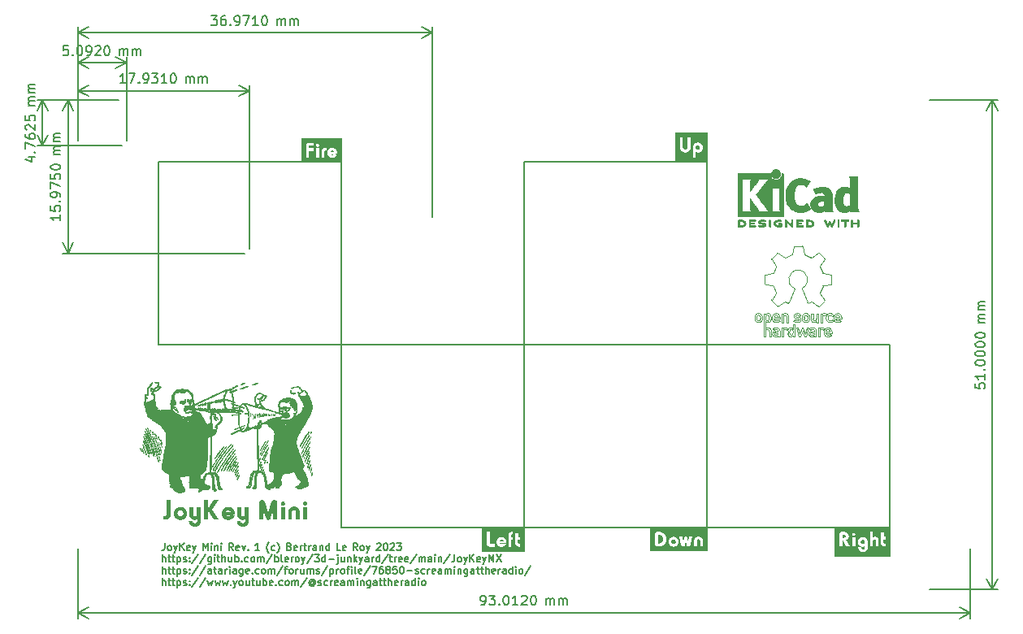
<source format=gbr>
%TF.GenerationSoftware,KiCad,Pcbnew,(7.0.0)*%
%TF.CreationDate,2023-03-02T11:53:53-08:00*%
%TF.ProjectId,JoyKeyMini-plate,4a6f794b-6579-44d6-996e-692d706c6174,1*%
%TF.SameCoordinates,Original*%
%TF.FileFunction,Legend,Top*%
%TF.FilePolarity,Positive*%
%FSLAX46Y46*%
G04 Gerber Fmt 4.6, Leading zero omitted, Abs format (unit mm)*
G04 Created by KiCad (PCBNEW (7.0.0)) date 2023-03-02 11:53:53*
%MOMM*%
%LPD*%
G01*
G04 APERTURE LIST*
%ADD10C,0.187500*%
%ADD11C,0.150000*%
%ADD12C,0.090000*%
%ADD13C,0.010000*%
G04 APERTURE END LIST*
D10*
G36*
X86021156Y-28181836D02*
G01*
X86042692Y-28185017D01*
X86063490Y-28190196D01*
X86083450Y-28197274D01*
X86102475Y-28206151D01*
X86120464Y-28216728D01*
X86137321Y-28228903D01*
X86152945Y-28242578D01*
X86167238Y-28257652D01*
X86180102Y-28274026D01*
X86191437Y-28291601D01*
X86201145Y-28310275D01*
X86209127Y-28329950D01*
X86215284Y-28350525D01*
X86219518Y-28371901D01*
X86221730Y-28393978D01*
X86221956Y-28418114D01*
X86219574Y-28441662D01*
X86214730Y-28464487D01*
X86207573Y-28486456D01*
X86198250Y-28507436D01*
X86186909Y-28527292D01*
X86173696Y-28545892D01*
X86158761Y-28563101D01*
X86142250Y-28578786D01*
X86124311Y-28592813D01*
X86105091Y-28605048D01*
X86084738Y-28615359D01*
X86063400Y-28623611D01*
X86041225Y-28629671D01*
X86018359Y-28633405D01*
X85994950Y-28634679D01*
X85971997Y-28633475D01*
X85949657Y-28629943D01*
X85928053Y-28624200D01*
X85907309Y-28616367D01*
X85887548Y-28606560D01*
X85868894Y-28594899D01*
X85851469Y-28581503D01*
X85835399Y-28566490D01*
X85820805Y-28549978D01*
X85807811Y-28532086D01*
X85796541Y-28512934D01*
X85787119Y-28492638D01*
X85779667Y-28471319D01*
X85774309Y-28449095D01*
X85771168Y-28426084D01*
X85770369Y-28402404D01*
X85771902Y-28379544D01*
X85775729Y-28357342D01*
X85781724Y-28335914D01*
X85789758Y-28315375D01*
X85799705Y-28295844D01*
X85811437Y-28277436D01*
X85824827Y-28260268D01*
X85839749Y-28244455D01*
X85856075Y-28230116D01*
X85873677Y-28217365D01*
X85892429Y-28206320D01*
X85912203Y-28197097D01*
X85932873Y-28189812D01*
X85954310Y-28184583D01*
X85976389Y-28181524D01*
X85998980Y-28180754D01*
X86021156Y-28181836D01*
G37*
G36*
X87013288Y-29951604D02*
G01*
X83629491Y-29951604D01*
X83629491Y-29456068D01*
X85476178Y-29456068D01*
X85776597Y-29456068D01*
X85776597Y-28829951D01*
X85792530Y-28840981D01*
X85808097Y-28851142D01*
X85823379Y-28860459D01*
X85838456Y-28868958D01*
X85853408Y-28876662D01*
X85868316Y-28883596D01*
X85883260Y-28889786D01*
X85898322Y-28895256D01*
X85913581Y-28900030D01*
X85929118Y-28904133D01*
X85945013Y-28907590D01*
X85961348Y-28910425D01*
X85978202Y-28912664D01*
X85995656Y-28914331D01*
X86013790Y-28915450D01*
X86032686Y-28916047D01*
X86058091Y-28916100D01*
X86083113Y-28914706D01*
X86107722Y-28911906D01*
X86131893Y-28907741D01*
X86155596Y-28902251D01*
X86178804Y-28895477D01*
X86201489Y-28887461D01*
X86223625Y-28878243D01*
X86245182Y-28867863D01*
X86266133Y-28856362D01*
X86286452Y-28843782D01*
X86306109Y-28830163D01*
X86325077Y-28815546D01*
X86343329Y-28799971D01*
X86360836Y-28783479D01*
X86377572Y-28766112D01*
X86393508Y-28747910D01*
X86408617Y-28728913D01*
X86422870Y-28709163D01*
X86436241Y-28688701D01*
X86448701Y-28667566D01*
X86460224Y-28645800D01*
X86470780Y-28623444D01*
X86480343Y-28600538D01*
X86488884Y-28577124D01*
X86496377Y-28553242D01*
X86502793Y-28528932D01*
X86508104Y-28504236D01*
X86512284Y-28479195D01*
X86515303Y-28453848D01*
X86517135Y-28428238D01*
X86517752Y-28402404D01*
X86517093Y-28376090D01*
X86515137Y-28350130D01*
X86511916Y-28324554D01*
X86507462Y-28299391D01*
X86501808Y-28274673D01*
X86494984Y-28250428D01*
X86487022Y-28226687D01*
X86477956Y-28203480D01*
X86467816Y-28180836D01*
X86456635Y-28158785D01*
X86444444Y-28137358D01*
X86431276Y-28116584D01*
X86417162Y-28096493D01*
X86402134Y-28077116D01*
X86386225Y-28058481D01*
X86369466Y-28040619D01*
X86351889Y-28023561D01*
X86333526Y-28007334D01*
X86314409Y-27991971D01*
X86294570Y-27977500D01*
X86274041Y-27963952D01*
X86252854Y-27951356D01*
X86231040Y-27939743D01*
X86208632Y-27929142D01*
X86185662Y-27919583D01*
X86162161Y-27911096D01*
X86138161Y-27903711D01*
X86113695Y-27897458D01*
X86088794Y-27892367D01*
X86063491Y-27888468D01*
X86037816Y-27885791D01*
X86011803Y-27884365D01*
X85983835Y-27884288D01*
X85956280Y-27885554D01*
X85929170Y-27888144D01*
X85902535Y-27892039D01*
X85876407Y-27897219D01*
X85850816Y-27903665D01*
X85825794Y-27911356D01*
X85801373Y-27920274D01*
X85777582Y-27930399D01*
X85754454Y-27941712D01*
X85732019Y-27954192D01*
X85710308Y-27967821D01*
X85689353Y-27982579D01*
X85669185Y-27998446D01*
X85649835Y-28015402D01*
X85631334Y-28033429D01*
X85613713Y-28052507D01*
X85597003Y-28072617D01*
X85581235Y-28093738D01*
X85566441Y-28115851D01*
X85552652Y-28138937D01*
X85539899Y-28162976D01*
X85528212Y-28187948D01*
X85517623Y-28213835D01*
X85508164Y-28240617D01*
X85499865Y-28268273D01*
X85492757Y-28296786D01*
X85486872Y-28326134D01*
X85482240Y-28356299D01*
X85478893Y-28387260D01*
X85477924Y-28402404D01*
X85476862Y-28419000D01*
X85476178Y-28451497D01*
X85476178Y-29456068D01*
X83629491Y-29456068D01*
X83629491Y-27363761D01*
X84125027Y-27363761D01*
X84125027Y-28364302D01*
X84125777Y-28392639D01*
X84128003Y-28420610D01*
X84131664Y-28448180D01*
X84136724Y-28475315D01*
X84143144Y-28501979D01*
X84150884Y-28528137D01*
X84159908Y-28553755D01*
X84170176Y-28578797D01*
X84181649Y-28603228D01*
X84194291Y-28627014D01*
X84208061Y-28650119D01*
X84222921Y-28672508D01*
X84238834Y-28694146D01*
X84255761Y-28714998D01*
X84273663Y-28735030D01*
X84292501Y-28754205D01*
X84312238Y-28772490D01*
X84332835Y-28789849D01*
X84354254Y-28806247D01*
X84376455Y-28821649D01*
X84399401Y-28836021D01*
X84423054Y-28849326D01*
X84447374Y-28861530D01*
X84472323Y-28872598D01*
X84497863Y-28882496D01*
X84523956Y-28891187D01*
X84550563Y-28898637D01*
X84577645Y-28904811D01*
X84605164Y-28909674D01*
X84633082Y-28913191D01*
X84661361Y-28915327D01*
X84689961Y-28916047D01*
X84718188Y-28915172D01*
X84746105Y-28912914D01*
X84773672Y-28909305D01*
X84800852Y-28904379D01*
X84827605Y-28898169D01*
X84853894Y-28890707D01*
X84879680Y-28882028D01*
X84904925Y-28872163D01*
X84929590Y-28861147D01*
X84953637Y-28849013D01*
X84977028Y-28835793D01*
X84999725Y-28821521D01*
X85021688Y-28806229D01*
X85042879Y-28789952D01*
X85063261Y-28772722D01*
X85082795Y-28754572D01*
X85101442Y-28735535D01*
X85119164Y-28715645D01*
X85135923Y-28694935D01*
X85151680Y-28673438D01*
X85166397Y-28651186D01*
X85180036Y-28628214D01*
X85192557Y-28604554D01*
X85203924Y-28580240D01*
X85214097Y-28555304D01*
X85223038Y-28529779D01*
X85230709Y-28503700D01*
X85237071Y-28477098D01*
X85242087Y-28450008D01*
X85245716Y-28422461D01*
X85247922Y-28394492D01*
X85248666Y-28366134D01*
X85248666Y-27363761D01*
X84921137Y-27363761D01*
X84921137Y-28393611D01*
X84919901Y-28415627D01*
X84916287Y-28436836D01*
X84910429Y-28457159D01*
X84902463Y-28476518D01*
X84892528Y-28494837D01*
X84880758Y-28512036D01*
X84867290Y-28528039D01*
X84852260Y-28542767D01*
X84835805Y-28556143D01*
X84818061Y-28568089D01*
X84799164Y-28578526D01*
X84779251Y-28587378D01*
X84758457Y-28594566D01*
X84736920Y-28600013D01*
X84714775Y-28603640D01*
X84692159Y-28605370D01*
X84668292Y-28605258D01*
X84644875Y-28602669D01*
X84622060Y-28597730D01*
X84599995Y-28590567D01*
X84578833Y-28581303D01*
X84558722Y-28570066D01*
X84539814Y-28556980D01*
X84522258Y-28542172D01*
X84506204Y-28525767D01*
X84491803Y-28507890D01*
X84479206Y-28488667D01*
X84468562Y-28468224D01*
X84460022Y-28446686D01*
X84453736Y-28424178D01*
X84449854Y-28400828D01*
X84448527Y-28376759D01*
X84448527Y-27363761D01*
X84125027Y-27363761D01*
X83629491Y-27363761D01*
X83629491Y-26868225D01*
X87013288Y-26868225D01*
X87013288Y-29951604D01*
G37*
G36*
X103210821Y-69260023D02*
G01*
X103233492Y-69263161D01*
X103255381Y-69268476D01*
X103276373Y-69275850D01*
X103296352Y-69285164D01*
X103315202Y-69296300D01*
X103332807Y-69309141D01*
X103349051Y-69323569D01*
X103363818Y-69339464D01*
X103376992Y-69356710D01*
X103388457Y-69375188D01*
X103398098Y-69394781D01*
X103405798Y-69415369D01*
X103411442Y-69436835D01*
X103414913Y-69459062D01*
X103416096Y-69481930D01*
X103414934Y-69504500D01*
X103411529Y-69526517D01*
X103405996Y-69547856D01*
X103398453Y-69568392D01*
X103389016Y-69588000D01*
X103377803Y-69606556D01*
X103364931Y-69623937D01*
X103350516Y-69640016D01*
X103334676Y-69654670D01*
X103317528Y-69667774D01*
X103299188Y-69679203D01*
X103279774Y-69688834D01*
X103259402Y-69696541D01*
X103238190Y-69702200D01*
X103216254Y-69705687D01*
X103193712Y-69706877D01*
X103169962Y-69705617D01*
X103146882Y-69701929D01*
X103124603Y-69695954D01*
X103103255Y-69687832D01*
X103082967Y-69677703D01*
X103063869Y-69665706D01*
X103046092Y-69651983D01*
X103029764Y-69636673D01*
X103015017Y-69619916D01*
X103001979Y-69601852D01*
X102990782Y-69582621D01*
X102981553Y-69562364D01*
X102974424Y-69541220D01*
X102969525Y-69519330D01*
X102966984Y-69496833D01*
X102966933Y-69473870D01*
X102968396Y-69452078D01*
X102972022Y-69430880D01*
X102977701Y-69410386D01*
X102985320Y-69390711D01*
X102994768Y-69371964D01*
X103005934Y-69354259D01*
X103018705Y-69337709D01*
X103032970Y-69322424D01*
X103048618Y-69308517D01*
X103065536Y-69296101D01*
X103083614Y-69285287D01*
X103102740Y-69276187D01*
X103122801Y-69268915D01*
X103143687Y-69263581D01*
X103165285Y-69260299D01*
X103187484Y-69259180D01*
X103210821Y-69260023D01*
G37*
G36*
X101262923Y-68737955D02*
G01*
X101279046Y-68740428D01*
X101294736Y-68744441D01*
X101309879Y-68749905D01*
X101324356Y-68756733D01*
X101338050Y-68764835D01*
X101350845Y-68774124D01*
X101362624Y-68784509D01*
X101373269Y-68795904D01*
X101382664Y-68808219D01*
X101390691Y-68821366D01*
X101397234Y-68835257D01*
X101402175Y-68849802D01*
X101405398Y-68864913D01*
X101406786Y-68880502D01*
X101406221Y-68896479D01*
X101404000Y-68914997D01*
X101400939Y-68931736D01*
X101397080Y-68946795D01*
X101387147Y-68972271D01*
X101374551Y-68992221D01*
X101359642Y-69007440D01*
X101342770Y-69018722D01*
X101324284Y-69026862D01*
X101304536Y-69032655D01*
X101283874Y-69036895D01*
X101262648Y-69040378D01*
X101241209Y-69043899D01*
X101219906Y-69048251D01*
X101199089Y-69054231D01*
X101179109Y-69062632D01*
X101160314Y-69074249D01*
X101143056Y-69089878D01*
X101135112Y-69099445D01*
X101124946Y-69113793D01*
X101115865Y-69128567D01*
X101108706Y-69143014D01*
X101103080Y-69156592D01*
X101096796Y-69173099D01*
X101090688Y-69189376D01*
X101088950Y-69193967D01*
X101088950Y-68737111D01*
X101246486Y-68737111D01*
X101262923Y-68737955D01*
G37*
G36*
X106058893Y-71044342D02*
G01*
X100268082Y-71044342D01*
X100268082Y-69960768D01*
X100763618Y-69960768D01*
X101087118Y-69960768D01*
X101087118Y-69258814D01*
X101458611Y-69962600D01*
X101836699Y-69962600D01*
X101439927Y-69261012D01*
X101456438Y-69254735D01*
X101472515Y-69248066D01*
X101488154Y-69241006D01*
X101503349Y-69233557D01*
X101518096Y-69225721D01*
X101532391Y-69217501D01*
X101546227Y-69208898D01*
X101559602Y-69199915D01*
X101572510Y-69190553D01*
X101584946Y-69180816D01*
X101596905Y-69170704D01*
X101608384Y-69160220D01*
X101619377Y-69149365D01*
X101629880Y-69138143D01*
X101639888Y-69126555D01*
X101649395Y-69114604D01*
X101658399Y-69102290D01*
X101666893Y-69089617D01*
X101674873Y-69076586D01*
X101682335Y-69063200D01*
X101689274Y-69049461D01*
X101695685Y-69035370D01*
X101701563Y-69020930D01*
X101706903Y-69006143D01*
X101711702Y-68991010D01*
X101715954Y-68975535D01*
X101719654Y-68959719D01*
X101720411Y-68955830D01*
X102110740Y-68955830D01*
X102110740Y-69962600D01*
X102408960Y-69962600D01*
X102408960Y-69481930D01*
X102672742Y-69481930D01*
X102673359Y-69506899D01*
X102675191Y-69531701D01*
X102678211Y-69556293D01*
X102682390Y-69580633D01*
X102687702Y-69604677D01*
X102694118Y-69628382D01*
X102701610Y-69651707D01*
X102710152Y-69674609D01*
X102719714Y-69697043D01*
X102730271Y-69718969D01*
X102741793Y-69740343D01*
X102754254Y-69761123D01*
X102767624Y-69781265D01*
X102781878Y-69800727D01*
X102796987Y-69819466D01*
X102812923Y-69837440D01*
X102829658Y-69854606D01*
X102847166Y-69870921D01*
X102865418Y-69886342D01*
X102884386Y-69900826D01*
X102904043Y-69914332D01*
X102924361Y-69926815D01*
X102945313Y-69938234D01*
X102966870Y-69948546D01*
X102989005Y-69957708D01*
X103011691Y-69965676D01*
X103034899Y-69972410D01*
X103058602Y-69977864D01*
X103082772Y-69981998D01*
X103107382Y-69984769D01*
X103132403Y-69986132D01*
X103157809Y-69986047D01*
X103177091Y-69985450D01*
X103195561Y-69984331D01*
X103213300Y-69982664D01*
X103230389Y-69980425D01*
X103246909Y-69977590D01*
X103262942Y-69974133D01*
X103278567Y-69970030D01*
X103293867Y-69965256D01*
X103308922Y-69959786D01*
X103323814Y-69953596D01*
X103338623Y-69946662D01*
X103353430Y-69938958D01*
X103368317Y-69930459D01*
X103383364Y-69921142D01*
X103398653Y-69910981D01*
X103414264Y-69899951D01*
X103414264Y-70067380D01*
X103413317Y-70086670D01*
X103410536Y-70105336D01*
X103406012Y-70123301D01*
X103399832Y-70140492D01*
X103392088Y-70156833D01*
X103382869Y-70172249D01*
X103372264Y-70186664D01*
X103360362Y-70200004D01*
X103347255Y-70212193D01*
X103333030Y-70223156D01*
X103317779Y-70232819D01*
X103301590Y-70241105D01*
X103284552Y-70247940D01*
X103266757Y-70253249D01*
X103248293Y-70256957D01*
X103229250Y-70258988D01*
X103208493Y-70259345D01*
X103188080Y-70257342D01*
X103168147Y-70253109D01*
X103148833Y-70246778D01*
X103130274Y-70238478D01*
X103112609Y-70228340D01*
X103095973Y-70216495D01*
X103080506Y-70203072D01*
X103066344Y-70188202D01*
X103053624Y-70172016D01*
X103042484Y-70154644D01*
X103033062Y-70136216D01*
X103025494Y-70116863D01*
X103019918Y-70096715D01*
X103016472Y-70075903D01*
X103015293Y-70054557D01*
X102710478Y-70054557D01*
X102713055Y-70082683D01*
X102716783Y-70110170D01*
X102721635Y-70137001D01*
X102727585Y-70163158D01*
X102734604Y-70188623D01*
X102742666Y-70213377D01*
X102751743Y-70237403D01*
X102761809Y-70260683D01*
X102772836Y-70283198D01*
X102784797Y-70304931D01*
X102797665Y-70325865D01*
X102811412Y-70345980D01*
X102826012Y-70365259D01*
X102841437Y-70383683D01*
X102857661Y-70401236D01*
X102874655Y-70417899D01*
X102892393Y-70433653D01*
X102910848Y-70448482D01*
X102929992Y-70462366D01*
X102949799Y-70475289D01*
X102970241Y-70487232D01*
X102991291Y-70498176D01*
X103012921Y-70508105D01*
X103035105Y-70517000D01*
X103057816Y-70524843D01*
X103081026Y-70531617D01*
X103104708Y-70537302D01*
X103128835Y-70541882D01*
X103153380Y-70545337D01*
X103178316Y-70547651D01*
X103203615Y-70548806D01*
X103229250Y-70548782D01*
X103256331Y-70547257D01*
X103282816Y-70544222D01*
X103308687Y-70539723D01*
X103333926Y-70533804D01*
X103358517Y-70526510D01*
X103382442Y-70517886D01*
X103405684Y-70507977D01*
X103428226Y-70496827D01*
X103450050Y-70484482D01*
X103471139Y-70470985D01*
X103491477Y-70456383D01*
X103511045Y-70440719D01*
X103529826Y-70424039D01*
X103547804Y-70406387D01*
X103564961Y-70387809D01*
X103581280Y-70368348D01*
X103596743Y-70348050D01*
X103611334Y-70326960D01*
X103625035Y-70305122D01*
X103637828Y-70282581D01*
X103649697Y-70259383D01*
X103660625Y-70235571D01*
X103670593Y-70211191D01*
X103679586Y-70186288D01*
X103687585Y-70160906D01*
X103694573Y-70135089D01*
X103700534Y-70108884D01*
X103705450Y-70082335D01*
X103709303Y-70055486D01*
X103712076Y-70028382D01*
X103713753Y-70001069D01*
X103714316Y-69973590D01*
X103714316Y-69527359D01*
X103713638Y-69495892D01*
X103711626Y-69465117D01*
X103708309Y-69435056D01*
X103703717Y-69405729D01*
X103697882Y-69377160D01*
X103690833Y-69349369D01*
X103682600Y-69322379D01*
X103673215Y-69296212D01*
X103662706Y-69270888D01*
X103651106Y-69246430D01*
X103638443Y-69222861D01*
X103624749Y-69200200D01*
X103610053Y-69178472D01*
X103594386Y-69157696D01*
X103577778Y-69137895D01*
X103560260Y-69119092D01*
X103541862Y-69101306D01*
X103522613Y-69084561D01*
X103502546Y-69068879D01*
X103481689Y-69054280D01*
X103460073Y-69040787D01*
X103437729Y-69028422D01*
X103414687Y-69017206D01*
X103390977Y-69007162D01*
X103366629Y-68998310D01*
X103341674Y-68990673D01*
X103316142Y-68984273D01*
X103290063Y-68979131D01*
X103263469Y-68975270D01*
X103236388Y-68972710D01*
X103208851Y-68971474D01*
X103180890Y-68971584D01*
X103154670Y-68972809D01*
X103128791Y-68975295D01*
X103103284Y-68979011D01*
X103078182Y-68983926D01*
X103053518Y-68990009D01*
X103029324Y-68997228D01*
X103005634Y-69005553D01*
X102982481Y-69014953D01*
X102959896Y-69025395D01*
X102937912Y-69036850D01*
X102916563Y-69049286D01*
X102895881Y-69062671D01*
X102875899Y-69076976D01*
X102856649Y-69092168D01*
X102838165Y-69108217D01*
X102820479Y-69125091D01*
X102803623Y-69142759D01*
X102787631Y-69161191D01*
X102772535Y-69180354D01*
X102758369Y-69200218D01*
X102745164Y-69220752D01*
X102732953Y-69241925D01*
X102721769Y-69263705D01*
X102711646Y-69286062D01*
X102702615Y-69308964D01*
X102694709Y-69332380D01*
X102687962Y-69356279D01*
X102682405Y-69380630D01*
X102678072Y-69405401D01*
X102674996Y-69430563D01*
X102673208Y-69456082D01*
X102672887Y-69473870D01*
X102672742Y-69481930D01*
X102408960Y-69481930D01*
X102408960Y-68955830D01*
X102110740Y-68955830D01*
X101720411Y-68955830D01*
X101722799Y-68943564D01*
X101725382Y-68927072D01*
X101727400Y-68910245D01*
X101728848Y-68893086D01*
X101729721Y-68875597D01*
X101729562Y-68851634D01*
X101727948Y-68828118D01*
X101724922Y-68805069D01*
X101720532Y-68782509D01*
X101714820Y-68760456D01*
X101707833Y-68738930D01*
X101699615Y-68717953D01*
X101692342Y-68702169D01*
X102094070Y-68702169D01*
X102094898Y-68717498D01*
X102097005Y-68732683D01*
X102100388Y-68747602D01*
X102105045Y-68762136D01*
X102110977Y-68776165D01*
X102118180Y-68789569D01*
X102126654Y-68802227D01*
X102136397Y-68814019D01*
X102147407Y-68824825D01*
X102159684Y-68834526D01*
X102173225Y-68843000D01*
X102188030Y-68850128D01*
X102204096Y-68855789D01*
X102221422Y-68859864D01*
X102240007Y-68862233D01*
X102259850Y-68862774D01*
X102279701Y-68861468D01*
X102298247Y-68858387D01*
X102315489Y-68853650D01*
X102331429Y-68847378D01*
X102346068Y-68839690D01*
X102359408Y-68830706D01*
X102371451Y-68820546D01*
X102382198Y-68809331D01*
X102391652Y-68797179D01*
X102399813Y-68784211D01*
X102406684Y-68770548D01*
X102412265Y-68756308D01*
X102416560Y-68741612D01*
X102419569Y-68726580D01*
X102421294Y-68711331D01*
X102421737Y-68695987D01*
X102420900Y-68680665D01*
X102418783Y-68665488D01*
X102415390Y-68650574D01*
X102410721Y-68636043D01*
X102404779Y-68622016D01*
X102397564Y-68608612D01*
X102389079Y-68595951D01*
X102379325Y-68584154D01*
X102368304Y-68573340D01*
X102356017Y-68563629D01*
X102342467Y-68555141D01*
X102327655Y-68547995D01*
X102311583Y-68542313D01*
X102294252Y-68538214D01*
X102275663Y-68535818D01*
X102255820Y-68535244D01*
X102236001Y-68536551D01*
X102217483Y-68539635D01*
X102200265Y-68544377D01*
X102184346Y-68550655D01*
X102169724Y-68558351D01*
X102156398Y-68567344D01*
X102144365Y-68577513D01*
X102133626Y-68588739D01*
X102124178Y-68600902D01*
X102116019Y-68613881D01*
X102109149Y-68627556D01*
X102103566Y-68641807D01*
X102099267Y-68656514D01*
X102096253Y-68671557D01*
X102094521Y-68686815D01*
X102094070Y-68702169D01*
X101692342Y-68702169D01*
X101690211Y-68697544D01*
X101679666Y-68677723D01*
X101668025Y-68658510D01*
X101655333Y-68639925D01*
X101641635Y-68621990D01*
X101626975Y-68604723D01*
X101611400Y-68588144D01*
X101594953Y-68572275D01*
X101577680Y-68557135D01*
X101559625Y-68542743D01*
X101540834Y-68529122D01*
X101521352Y-68516289D01*
X101501223Y-68504266D01*
X101480492Y-68493073D01*
X101459205Y-68482730D01*
X101437406Y-68473257D01*
X101415140Y-68464673D01*
X101392452Y-68457000D01*
X101369388Y-68450257D01*
X101345991Y-68444465D01*
X101322308Y-68439643D01*
X101298383Y-68435812D01*
X101274260Y-68432992D01*
X101249985Y-68431202D01*
X101225604Y-68430464D01*
X101049016Y-68430464D01*
X101030757Y-68430698D01*
X101012940Y-68431439D01*
X100995568Y-68432749D01*
X100978645Y-68434689D01*
X100962176Y-68437320D01*
X100946163Y-68440704D01*
X100930610Y-68444901D01*
X100915522Y-68449973D01*
X100900902Y-68455981D01*
X100886753Y-68462986D01*
X100873080Y-68471050D01*
X100859886Y-68480232D01*
X100847175Y-68490596D01*
X100834951Y-68502201D01*
X100823218Y-68515110D01*
X100811978Y-68529382D01*
X100801982Y-68543366D01*
X100793367Y-68557171D01*
X100786046Y-68570928D01*
X100779933Y-68584766D01*
X100774940Y-68598818D01*
X100770981Y-68613212D01*
X100767969Y-68628079D01*
X100765816Y-68643551D01*
X100764437Y-68659756D01*
X100763743Y-68676826D01*
X100763618Y-68688751D01*
X100763618Y-68737111D01*
X100763618Y-69960768D01*
X100268082Y-69960768D01*
X100268082Y-68415077D01*
X103942927Y-68415077D01*
X103942927Y-69962600D01*
X104247376Y-69962600D01*
X104247376Y-69352237D01*
X104248033Y-69337420D01*
X104251407Y-69315904D01*
X104257497Y-69295462D01*
X104266137Y-69276343D01*
X104277161Y-69258797D01*
X104290402Y-69243075D01*
X104305694Y-69229426D01*
X104322869Y-69218100D01*
X104341761Y-69209348D01*
X104362204Y-69203418D01*
X104384030Y-69200562D01*
X104399600Y-69200654D01*
X104414792Y-69202383D01*
X104429520Y-69205658D01*
X104443696Y-69210391D01*
X104457234Y-69216491D01*
X104470049Y-69223868D01*
X104482053Y-69232434D01*
X104493161Y-69242098D01*
X104503285Y-69252772D01*
X104512340Y-69264364D01*
X104520238Y-69276787D01*
X104526895Y-69289949D01*
X104532222Y-69303762D01*
X104536135Y-69318135D01*
X104538546Y-69332980D01*
X104539368Y-69348207D01*
X104539368Y-69962600D01*
X104839787Y-69962600D01*
X104839787Y-69366891D01*
X104839486Y-69348639D01*
X104838585Y-69330574D01*
X104837087Y-69312714D01*
X104834994Y-69295074D01*
X104832311Y-69277671D01*
X104829040Y-69260520D01*
X104825185Y-69243639D01*
X104820748Y-69227043D01*
X104815732Y-69210749D01*
X104810141Y-69194772D01*
X104803977Y-69179130D01*
X104797245Y-69163838D01*
X104789946Y-69148913D01*
X104782083Y-69134370D01*
X104773661Y-69120226D01*
X104764682Y-69106498D01*
X104755150Y-69093201D01*
X104745066Y-69080352D01*
X104734435Y-69067966D01*
X104723259Y-69056061D01*
X104711542Y-69044652D01*
X104699286Y-69033756D01*
X104686495Y-69023389D01*
X104673172Y-69013567D01*
X104659319Y-69004307D01*
X104644941Y-68995623D01*
X104630039Y-68987534D01*
X104614618Y-68980055D01*
X104598679Y-68973202D01*
X104582227Y-68966992D01*
X104565265Y-68961440D01*
X104547795Y-68956563D01*
X104526078Y-68951498D01*
X104504986Y-68947438D01*
X104484459Y-68944389D01*
X104464435Y-68942361D01*
X104444854Y-68941361D01*
X104425654Y-68941397D01*
X104406773Y-68942478D01*
X104388152Y-68944611D01*
X104369727Y-68947804D01*
X104351439Y-68952066D01*
X104333226Y-68957404D01*
X104315028Y-68963828D01*
X104296781Y-68971343D01*
X104278427Y-68979960D01*
X104259903Y-68989685D01*
X104241148Y-69000527D01*
X104241148Y-68526085D01*
X105065468Y-68526085D01*
X105065468Y-69511971D01*
X105065726Y-69537665D01*
X105066558Y-69562564D01*
X105068047Y-69586708D01*
X105070276Y-69610134D01*
X105073330Y-69632882D01*
X105077291Y-69654991D01*
X105082245Y-69676498D01*
X105088274Y-69697443D01*
X105095462Y-69717865D01*
X105103893Y-69737801D01*
X105113650Y-69757290D01*
X105124819Y-69776372D01*
X105137481Y-69795084D01*
X105151721Y-69813466D01*
X105167622Y-69831556D01*
X105185269Y-69849393D01*
X105201008Y-69864168D01*
X105216800Y-69877744D01*
X105232698Y-69890157D01*
X105248753Y-69901445D01*
X105265018Y-69911645D01*
X105281547Y-69920793D01*
X105298391Y-69928927D01*
X105315603Y-69936084D01*
X105333236Y-69942300D01*
X105351342Y-69947614D01*
X105369974Y-69952061D01*
X105389185Y-69955679D01*
X105409027Y-69958504D01*
X105429552Y-69960575D01*
X105450814Y-69961928D01*
X105472865Y-69962600D01*
X105558960Y-69962600D01*
X105558960Y-69689658D01*
X105485687Y-69689658D01*
X105470617Y-69689289D01*
X105454174Y-69687594D01*
X105439042Y-69684068D01*
X105424715Y-69678219D01*
X105410684Y-69669555D01*
X105403622Y-69664013D01*
X105390956Y-69653562D01*
X105380438Y-69642104D01*
X105372066Y-69629595D01*
X105365840Y-69615995D01*
X105361762Y-69601262D01*
X105359830Y-69585352D01*
X105359658Y-69578650D01*
X105359658Y-69225475D01*
X105563357Y-69225475D01*
X105563357Y-68954365D01*
X105363688Y-68954365D01*
X105363688Y-68526085D01*
X105065468Y-68526085D01*
X104241148Y-68526085D01*
X104241148Y-68415077D01*
X103942927Y-68415077D01*
X100268082Y-68415077D01*
X100268082Y-67919541D01*
X106058893Y-67919541D01*
X106058893Y-71044342D01*
G37*
G36*
X83496347Y-69233514D02*
G01*
X83519030Y-69236997D01*
X83540938Y-69242659D01*
X83561953Y-69250382D01*
X83581960Y-69260051D01*
X83600841Y-69271547D01*
X83618479Y-69284754D01*
X83634757Y-69299555D01*
X83649558Y-69315833D01*
X83662765Y-69333471D01*
X83674261Y-69352352D01*
X83683930Y-69372359D01*
X83691653Y-69393374D01*
X83697315Y-69415282D01*
X83700798Y-69437964D01*
X83701985Y-69461305D01*
X83700774Y-69484323D01*
X83697225Y-69506723D01*
X83691465Y-69528386D01*
X83683621Y-69549192D01*
X83673819Y-69569022D01*
X83662185Y-69587754D01*
X83648848Y-69605271D01*
X83633932Y-69621452D01*
X83617566Y-69636177D01*
X83599875Y-69649328D01*
X83580986Y-69660783D01*
X83561026Y-69670425D01*
X83540121Y-69678132D01*
X83518399Y-69683785D01*
X83495985Y-69687264D01*
X83473007Y-69688451D01*
X83450029Y-69687264D01*
X83427615Y-69683785D01*
X83405893Y-69678132D01*
X83384988Y-69670425D01*
X83365028Y-69660783D01*
X83346139Y-69649328D01*
X83328448Y-69636177D01*
X83312081Y-69621452D01*
X83297166Y-69605271D01*
X83283828Y-69587754D01*
X83272195Y-69569022D01*
X83262393Y-69549192D01*
X83254549Y-69528386D01*
X83248789Y-69506723D01*
X83245240Y-69484323D01*
X83244029Y-69461305D01*
X83245216Y-69437964D01*
X83248699Y-69415282D01*
X83254361Y-69393374D01*
X83262084Y-69372359D01*
X83271753Y-69352352D01*
X83283249Y-69333471D01*
X83296456Y-69315833D01*
X83311257Y-69299555D01*
X83327535Y-69284754D01*
X83345173Y-69271547D01*
X83364054Y-69260051D01*
X83384061Y-69250382D01*
X83405076Y-69242659D01*
X83426984Y-69236997D01*
X83449666Y-69233514D01*
X83473007Y-69232327D01*
X83496347Y-69233514D01*
G37*
G36*
X81947340Y-68719742D02*
G01*
X81972219Y-68721485D01*
X81996844Y-68724590D01*
X82021172Y-68729021D01*
X82045157Y-68734738D01*
X82068756Y-68741703D01*
X82091922Y-68749876D01*
X82114613Y-68759221D01*
X82136784Y-68769697D01*
X82158389Y-68781266D01*
X82179384Y-68793891D01*
X82199726Y-68807531D01*
X82219368Y-68822150D01*
X82238268Y-68837707D01*
X82256379Y-68854165D01*
X82273658Y-68871485D01*
X82290061Y-68889628D01*
X82305541Y-68908556D01*
X82320056Y-68928231D01*
X82333560Y-68948613D01*
X82346010Y-68969664D01*
X82357359Y-68991346D01*
X82367564Y-69013619D01*
X82376581Y-69036446D01*
X82384364Y-69059788D01*
X82390870Y-69083606D01*
X82396053Y-69107861D01*
X82399869Y-69132516D01*
X82402274Y-69157531D01*
X82403223Y-69182868D01*
X82402474Y-69208251D01*
X82400256Y-69233334D01*
X82396613Y-69258077D01*
X82391591Y-69282441D01*
X82385234Y-69306383D01*
X82377586Y-69329866D01*
X82368691Y-69352848D01*
X82358596Y-69375290D01*
X82347343Y-69397150D01*
X82334977Y-69418390D01*
X82321544Y-69438970D01*
X82307087Y-69458848D01*
X82291651Y-69477985D01*
X82275281Y-69496341D01*
X82258021Y-69513875D01*
X82239916Y-69530548D01*
X82221011Y-69546319D01*
X82201349Y-69561149D01*
X82180975Y-69574997D01*
X82159935Y-69587822D01*
X82138271Y-69599586D01*
X82116030Y-69610248D01*
X82093256Y-69619767D01*
X82069992Y-69628104D01*
X82046284Y-69635218D01*
X82022177Y-69641070D01*
X81997714Y-69645619D01*
X81972940Y-69648825D01*
X81947900Y-69650648D01*
X81922639Y-69651048D01*
X81897200Y-69649985D01*
X81871629Y-69647418D01*
X81871629Y-68723081D01*
X81897000Y-68720502D01*
X81922252Y-68719402D01*
X81947340Y-68719742D01*
G37*
G36*
X87011931Y-70471583D02*
G01*
X81048563Y-70471583D01*
X81048563Y-69686985D01*
X81544099Y-69686985D01*
X81544447Y-69707616D01*
X81545567Y-69727148D01*
X81547577Y-69745719D01*
X81550591Y-69763467D01*
X81554725Y-69780528D01*
X81560096Y-69797042D01*
X81566819Y-69813145D01*
X81575011Y-69828974D01*
X81584787Y-69844669D01*
X81596263Y-69860366D01*
X81604916Y-69870900D01*
X81616556Y-69883953D01*
X81628538Y-69895553D01*
X81640869Y-69905785D01*
X81653556Y-69914732D01*
X81666606Y-69922480D01*
X81680025Y-69929111D01*
X81693821Y-69934712D01*
X81708001Y-69939365D01*
X81722572Y-69943155D01*
X81737540Y-69946166D01*
X81752913Y-69948483D01*
X81768698Y-69950190D01*
X81784901Y-69951370D01*
X81801529Y-69952109D01*
X81818591Y-69952491D01*
X81836091Y-69952600D01*
X81974577Y-69952600D01*
X82013915Y-69951748D01*
X82052759Y-69948818D01*
X82091059Y-69943866D01*
X82128763Y-69936947D01*
X82165820Y-69928116D01*
X82202179Y-69917430D01*
X82237788Y-69904943D01*
X82272597Y-69890713D01*
X82306555Y-69874793D01*
X82339609Y-69857240D01*
X82371709Y-69838109D01*
X82402805Y-69817456D01*
X82432843Y-69795337D01*
X82461775Y-69771807D01*
X82489547Y-69746922D01*
X82516109Y-69720737D01*
X82541410Y-69693308D01*
X82565399Y-69664691D01*
X82588025Y-69634941D01*
X82609235Y-69604113D01*
X82628980Y-69572265D01*
X82647207Y-69539450D01*
X82663867Y-69505725D01*
X82678907Y-69471145D01*
X82682625Y-69461305D01*
X82956433Y-69461305D01*
X82957110Y-69487763D01*
X82959119Y-69513876D01*
X82962427Y-69539614D01*
X82966999Y-69564942D01*
X82972803Y-69589830D01*
X82979806Y-69614243D01*
X82987973Y-69638150D01*
X82997271Y-69661517D01*
X83007668Y-69684314D01*
X83019129Y-69706506D01*
X83031622Y-69728061D01*
X83045112Y-69748947D01*
X83059567Y-69769132D01*
X83074952Y-69788583D01*
X83091236Y-69807266D01*
X83108383Y-69825151D01*
X83126361Y-69842203D01*
X83145137Y-69858391D01*
X83164676Y-69873682D01*
X83184946Y-69888044D01*
X83205913Y-69901444D01*
X83227544Y-69913849D01*
X83249805Y-69925228D01*
X83272663Y-69935546D01*
X83296084Y-69944773D01*
X83320036Y-69952875D01*
X83344484Y-69959820D01*
X83369396Y-69965575D01*
X83394737Y-69970107D01*
X83420475Y-69973385D01*
X83446576Y-69975376D01*
X83473007Y-69976047D01*
X83499438Y-69975376D01*
X83525539Y-69973385D01*
X83551276Y-69970107D01*
X83576618Y-69965575D01*
X83601529Y-69959820D01*
X83625978Y-69952875D01*
X83649929Y-69944773D01*
X83673351Y-69935546D01*
X83696209Y-69925228D01*
X83718470Y-69913849D01*
X83740101Y-69901444D01*
X83761068Y-69888044D01*
X83781338Y-69873682D01*
X83800877Y-69858391D01*
X83819653Y-69842203D01*
X83837631Y-69825151D01*
X83854778Y-69807266D01*
X83871062Y-69788583D01*
X83886447Y-69769132D01*
X83900902Y-69748947D01*
X83914392Y-69728061D01*
X83926885Y-69706506D01*
X83938346Y-69684314D01*
X83948742Y-69661517D01*
X83958041Y-69638150D01*
X83966208Y-69614243D01*
X83973211Y-69589830D01*
X83979015Y-69564942D01*
X83983587Y-69539614D01*
X83986895Y-69513876D01*
X83988903Y-69487763D01*
X83989581Y-69461305D01*
X83988903Y-69434873D01*
X83986895Y-69408769D01*
X83983587Y-69383026D01*
X83979015Y-69357678D01*
X83973211Y-69332758D01*
X83966208Y-69308300D01*
X83958041Y-69284338D01*
X83948742Y-69260904D01*
X83938346Y-69238032D01*
X83926885Y-69215757D01*
X83914392Y-69194111D01*
X83900902Y-69173128D01*
X83886447Y-69152842D01*
X83871062Y-69133286D01*
X83854778Y-69114493D01*
X83837631Y-69096498D01*
X83819653Y-69079333D01*
X83800877Y-69063033D01*
X83781338Y-69047631D01*
X83761068Y-69033160D01*
X83740101Y-69019654D01*
X83718470Y-69007146D01*
X83696209Y-68995670D01*
X83673351Y-68985260D01*
X83649929Y-68975949D01*
X83625978Y-68967771D01*
X83601529Y-68960759D01*
X83576618Y-68954947D01*
X83551276Y-68950368D01*
X83525539Y-68947055D01*
X83499438Y-68945043D01*
X83473007Y-68944365D01*
X83446576Y-68945043D01*
X83420475Y-68947055D01*
X83394737Y-68950368D01*
X83369396Y-68954947D01*
X83344484Y-68960759D01*
X83320036Y-68967771D01*
X83296084Y-68975949D01*
X83272663Y-68985260D01*
X83249805Y-68995670D01*
X83227544Y-69007146D01*
X83205913Y-69019654D01*
X83184946Y-69033160D01*
X83164676Y-69047631D01*
X83145137Y-69063033D01*
X83126361Y-69079333D01*
X83108383Y-69096498D01*
X83091236Y-69114493D01*
X83074952Y-69133286D01*
X83059567Y-69152842D01*
X83045112Y-69173128D01*
X83031622Y-69194111D01*
X83019129Y-69215757D01*
X83007668Y-69238032D01*
X82997271Y-69260904D01*
X82987973Y-69284338D01*
X82979806Y-69308300D01*
X82972803Y-69332758D01*
X82966999Y-69357678D01*
X82962427Y-69383026D01*
X82959119Y-69408769D01*
X82957110Y-69434873D01*
X82956433Y-69461305D01*
X82682625Y-69461305D01*
X82692276Y-69435767D01*
X82703923Y-69399644D01*
X82713798Y-69362834D01*
X82721848Y-69325392D01*
X82728023Y-69287373D01*
X82732271Y-69248833D01*
X82734541Y-69209827D01*
X82734783Y-69170412D01*
X82733205Y-69131498D01*
X82729671Y-69093163D01*
X82724232Y-69055450D01*
X82716936Y-69018401D01*
X82707833Y-68982060D01*
X82696972Y-68946468D01*
X82694625Y-68939969D01*
X84070547Y-68939969D01*
X84261789Y-69769784D01*
X84267172Y-69789937D01*
X84273941Y-69809270D01*
X84282038Y-69827709D01*
X84291407Y-69845180D01*
X84301992Y-69861610D01*
X84313734Y-69876926D01*
X84326578Y-69891053D01*
X84340466Y-69903919D01*
X84355341Y-69915449D01*
X84371148Y-69925571D01*
X84387827Y-69934210D01*
X84405324Y-69941294D01*
X84423580Y-69946748D01*
X84442540Y-69950499D01*
X84462146Y-69952474D01*
X84482341Y-69952600D01*
X85623932Y-69952600D01*
X85918122Y-69952600D01*
X85918122Y-69352495D01*
X85918991Y-69336816D01*
X85921533Y-69321569D01*
X85925654Y-69306834D01*
X85931260Y-69292692D01*
X85938254Y-69279221D01*
X85946542Y-69266502D01*
X85956029Y-69254614D01*
X85966620Y-69243639D01*
X85978219Y-69233655D01*
X85990733Y-69224743D01*
X86004066Y-69216983D01*
X86018122Y-69210454D01*
X86032808Y-69205237D01*
X86048028Y-69201412D01*
X86063686Y-69199058D01*
X86079689Y-69198255D01*
X86094525Y-69199676D01*
X86109026Y-69202391D01*
X86129963Y-69208774D01*
X86149663Y-69217767D01*
X86167837Y-69229189D01*
X86184194Y-69242860D01*
X86198446Y-69258598D01*
X86210302Y-69276223D01*
X86219472Y-69295552D01*
X86225668Y-69316405D01*
X86228002Y-69331064D01*
X86228799Y-69346267D01*
X86228799Y-69952600D01*
X86516395Y-69952600D01*
X86516395Y-69337840D01*
X86515774Y-69315878D01*
X86513935Y-69294311D01*
X86510914Y-69273161D01*
X86506746Y-69252447D01*
X86501466Y-69232189D01*
X86495112Y-69212408D01*
X86487717Y-69193123D01*
X86479318Y-69174356D01*
X86469950Y-69156126D01*
X86459649Y-69138453D01*
X86448451Y-69121358D01*
X86436391Y-69104860D01*
X86423505Y-69088981D01*
X86409828Y-69073740D01*
X86395396Y-69059157D01*
X86380245Y-69045253D01*
X86364410Y-69032047D01*
X86347927Y-69019560D01*
X86330832Y-69007813D01*
X86313159Y-68996825D01*
X86294946Y-68986616D01*
X86276227Y-68977207D01*
X86257038Y-68968618D01*
X86237414Y-68960869D01*
X86217392Y-68953980D01*
X86197007Y-68947972D01*
X86176294Y-68942864D01*
X86155289Y-68938677D01*
X86134028Y-68935431D01*
X86112547Y-68933147D01*
X86090880Y-68931844D01*
X86069064Y-68931542D01*
X86046545Y-68932104D01*
X86024278Y-68933770D01*
X86002293Y-68936515D01*
X85980619Y-68940313D01*
X85959289Y-68945137D01*
X85938331Y-68950961D01*
X85917777Y-68957759D01*
X85897657Y-68965505D01*
X85878001Y-68974173D01*
X85858840Y-68983735D01*
X85840203Y-68994167D01*
X85822122Y-69005441D01*
X85804627Y-69017532D01*
X85787748Y-69030413D01*
X85771516Y-69044059D01*
X85755960Y-69058442D01*
X85741112Y-69073536D01*
X85727001Y-69089317D01*
X85713659Y-69105756D01*
X85701115Y-69122828D01*
X85689400Y-69140507D01*
X85678544Y-69158766D01*
X85668578Y-69177580D01*
X85659532Y-69196922D01*
X85651436Y-69216765D01*
X85644321Y-69237084D01*
X85638218Y-69257852D01*
X85633156Y-69279044D01*
X85629166Y-69300632D01*
X85626278Y-69322591D01*
X85624523Y-69344894D01*
X85623932Y-69367516D01*
X85623932Y-69952600D01*
X84482341Y-69952600D01*
X84503099Y-69950847D01*
X84522908Y-69947163D01*
X84541745Y-69941646D01*
X84559586Y-69934390D01*
X84576410Y-69925492D01*
X84592194Y-69915048D01*
X84606915Y-69903154D01*
X84620551Y-69889905D01*
X84633080Y-69875399D01*
X84644478Y-69859731D01*
X84654724Y-69842997D01*
X84663794Y-69825294D01*
X84671666Y-69806716D01*
X84678318Y-69787361D01*
X84683727Y-69767325D01*
X84687871Y-69746703D01*
X84744657Y-69453978D01*
X84801444Y-69748535D01*
X84806477Y-69769626D01*
X84812893Y-69790098D01*
X84820650Y-69809839D01*
X84829705Y-69828734D01*
X84840016Y-69846672D01*
X84851541Y-69863540D01*
X84864236Y-69879225D01*
X84878060Y-69893615D01*
X84892970Y-69906596D01*
X84908924Y-69918057D01*
X84925879Y-69927884D01*
X84943793Y-69935964D01*
X84962624Y-69942186D01*
X84982330Y-69946436D01*
X85002867Y-69948601D01*
X85024193Y-69948569D01*
X85043877Y-69947285D01*
X85062792Y-69944301D01*
X85080908Y-69939690D01*
X85098193Y-69933520D01*
X85114618Y-69925863D01*
X85130151Y-69916788D01*
X85144762Y-69906366D01*
X85158420Y-69894668D01*
X85171095Y-69881763D01*
X85182757Y-69867722D01*
X85193374Y-69852616D01*
X85202916Y-69836514D01*
X85211353Y-69819486D01*
X85218653Y-69801604D01*
X85224787Y-69782937D01*
X85229724Y-69763556D01*
X85408509Y-68944365D01*
X85108091Y-68944365D01*
X85013569Y-69464236D01*
X84942128Y-69114724D01*
X84937789Y-69096319D01*
X84932598Y-69078267D01*
X84926541Y-69060672D01*
X84919608Y-69043638D01*
X84911785Y-69027270D01*
X84903063Y-69011672D01*
X84893428Y-68996947D01*
X84882868Y-68983200D01*
X84871373Y-68970534D01*
X84858930Y-68959055D01*
X84845528Y-68948866D01*
X84831154Y-68940072D01*
X84815797Y-68932775D01*
X84799445Y-68927082D01*
X84782086Y-68923094D01*
X84763708Y-68920918D01*
X84744030Y-68921275D01*
X84725256Y-68923776D01*
X84707399Y-68928296D01*
X84690470Y-68934714D01*
X84674481Y-68942904D01*
X84659445Y-68952744D01*
X84645372Y-68964111D01*
X84632275Y-68976880D01*
X84620166Y-68990929D01*
X84609055Y-69006133D01*
X84598956Y-69022370D01*
X84589880Y-69039517D01*
X84581838Y-69057449D01*
X84574843Y-69076043D01*
X84568906Y-69095176D01*
X84564040Y-69114724D01*
X84486371Y-69472662D01*
X84379392Y-68939969D01*
X84070547Y-68939969D01*
X82694625Y-68939969D01*
X82684404Y-68911669D01*
X82670177Y-68877704D01*
X82654341Y-68844617D01*
X82636946Y-68812449D01*
X82618041Y-68781245D01*
X82597675Y-68751046D01*
X82575899Y-68721894D01*
X82552761Y-68693833D01*
X82528312Y-68666905D01*
X82502600Y-68641153D01*
X82475675Y-68616619D01*
X82447586Y-68593345D01*
X82418384Y-68571376D01*
X82388118Y-68550752D01*
X82356837Y-68531516D01*
X82324590Y-68513713D01*
X82291428Y-68497382D01*
X82257399Y-68482569D01*
X82222553Y-68469314D01*
X82186940Y-68457661D01*
X82150610Y-68447652D01*
X82113611Y-68439330D01*
X82075993Y-68432737D01*
X82037806Y-68427916D01*
X81999099Y-68424910D01*
X81959923Y-68423761D01*
X81840121Y-68423761D01*
X81822665Y-68423993D01*
X81805729Y-68424719D01*
X81789290Y-68425988D01*
X81773329Y-68427849D01*
X81757822Y-68430349D01*
X81742749Y-68433537D01*
X81728088Y-68437462D01*
X81713817Y-68442171D01*
X81699916Y-68447713D01*
X81686363Y-68454137D01*
X81673136Y-68461490D01*
X81660214Y-68469820D01*
X81647575Y-68479177D01*
X81635198Y-68489608D01*
X81623061Y-68501162D01*
X81611144Y-68513887D01*
X81601093Y-68525569D01*
X81592064Y-68537158D01*
X81580324Y-68554478D01*
X81570593Y-68571880D01*
X81562698Y-68589539D01*
X81556464Y-68607630D01*
X81551718Y-68626331D01*
X81548285Y-68645816D01*
X81545992Y-68666260D01*
X81544666Y-68687841D01*
X81544232Y-68702945D01*
X81544099Y-68718685D01*
X81544099Y-69647418D01*
X81544099Y-69686985D01*
X81048563Y-69686985D01*
X81048563Y-67928225D01*
X87011931Y-67928225D01*
X87011931Y-70471583D01*
G37*
G36*
X65562306Y-69252968D02*
G01*
X65578086Y-69254858D01*
X65593791Y-69257952D01*
X65609330Y-69262202D01*
X65624613Y-69267562D01*
X65639551Y-69273985D01*
X65654055Y-69281425D01*
X65668034Y-69289834D01*
X65681399Y-69299166D01*
X65694061Y-69309375D01*
X65705929Y-69320413D01*
X65716915Y-69332235D01*
X65726928Y-69344793D01*
X65735879Y-69358040D01*
X65743679Y-69371930D01*
X65750237Y-69386417D01*
X65338443Y-69386417D01*
X65346347Y-69371930D01*
X65355064Y-69358040D01*
X65364565Y-69344793D01*
X65374822Y-69332235D01*
X65385807Y-69320413D01*
X65397492Y-69309375D01*
X65409847Y-69299166D01*
X65422844Y-69289834D01*
X65436456Y-69281425D01*
X65450653Y-69273985D01*
X65465407Y-69267562D01*
X65480690Y-69262202D01*
X65496473Y-69257952D01*
X65512728Y-69254858D01*
X65529425Y-69252968D01*
X65546538Y-69252327D01*
X65562306Y-69252968D01*
G37*
G36*
X67958892Y-70491583D02*
G01*
X63533155Y-70491583D01*
X63533155Y-68443761D01*
X64028691Y-68443761D01*
X64028691Y-69689400D01*
X64028823Y-69704071D01*
X64029580Y-69725240D01*
X64031135Y-69745494D01*
X64033633Y-69764931D01*
X64037216Y-69783652D01*
X64042026Y-69801755D01*
X64048208Y-69819341D01*
X64055904Y-69836509D01*
X64065257Y-69853360D01*
X64076410Y-69869991D01*
X64089508Y-69886504D01*
X64101908Y-69900331D01*
X64114661Y-69912608D01*
X64127776Y-69923427D01*
X64141262Y-69932878D01*
X64155128Y-69941051D01*
X64169383Y-69948038D01*
X64184036Y-69953929D01*
X64199096Y-69958815D01*
X64214573Y-69962786D01*
X64230475Y-69965934D01*
X64246813Y-69968349D01*
X64263594Y-69970121D01*
X64280827Y-69971341D01*
X64298523Y-69972101D01*
X64316690Y-69972490D01*
X64335338Y-69972600D01*
X64810146Y-69972600D01*
X64810146Y-69668151D01*
X64356221Y-69668151D01*
X64356221Y-69495960D01*
X65027766Y-69495960D01*
X65028450Y-69521440D01*
X65030477Y-69546616D01*
X65033814Y-69571452D01*
X65038427Y-69595917D01*
X65044281Y-69619977D01*
X65051342Y-69643600D01*
X65059576Y-69666752D01*
X65068948Y-69689400D01*
X65079425Y-69711512D01*
X65090972Y-69733053D01*
X65103556Y-69753993D01*
X65117141Y-69774296D01*
X65131693Y-69793931D01*
X65147180Y-69812864D01*
X65163565Y-69831063D01*
X65180815Y-69848494D01*
X65198896Y-69865124D01*
X65217774Y-69880920D01*
X65237414Y-69895850D01*
X65257782Y-69909880D01*
X65278844Y-69922977D01*
X65300565Y-69935108D01*
X65322912Y-69946241D01*
X65345851Y-69956342D01*
X65369346Y-69965378D01*
X65393365Y-69973317D01*
X65417871Y-69980125D01*
X65442833Y-69985769D01*
X65468214Y-69990216D01*
X65493982Y-69993433D01*
X65520101Y-69995388D01*
X65546538Y-69996047D01*
X65567132Y-69995637D01*
X65587547Y-69994417D01*
X65607766Y-69992402D01*
X65627773Y-69989606D01*
X65647550Y-69986043D01*
X65667080Y-69981728D01*
X65686345Y-69976675D01*
X65699738Y-69972600D01*
X66257651Y-69972600D01*
X66555872Y-69972600D01*
X66555872Y-69239871D01*
X66740886Y-69239871D01*
X66740886Y-68964365D01*
X66553674Y-68964365D01*
X66553674Y-68804264D01*
X66554627Y-68787627D01*
X66557542Y-68772622D01*
X66563749Y-68756499D01*
X66573046Y-68742115D01*
X66583260Y-68731215D01*
X66595806Y-68721099D01*
X66609890Y-68711248D01*
X66624090Y-68704735D01*
X66638986Y-68700878D01*
X66655157Y-68698997D01*
X66670024Y-68698447D01*
X66679703Y-68698385D01*
X66742718Y-68698385D01*
X66742718Y-68536085D01*
X66965467Y-68536085D01*
X66965467Y-69521971D01*
X66965726Y-69547665D01*
X66966558Y-69572564D01*
X66968046Y-69596708D01*
X66970276Y-69620134D01*
X66973329Y-69642882D01*
X66977291Y-69664991D01*
X66982244Y-69686498D01*
X66988273Y-69707443D01*
X66995461Y-69727865D01*
X67003892Y-69747801D01*
X67013650Y-69767290D01*
X67024818Y-69786372D01*
X67037480Y-69805084D01*
X67051720Y-69823466D01*
X67067622Y-69841556D01*
X67085268Y-69859393D01*
X67101008Y-69874168D01*
X67116800Y-69887744D01*
X67132697Y-69900157D01*
X67148752Y-69911445D01*
X67165018Y-69921645D01*
X67181546Y-69930793D01*
X67198390Y-69938927D01*
X67215602Y-69946084D01*
X67233235Y-69952300D01*
X67251341Y-69957614D01*
X67269974Y-69962061D01*
X67289184Y-69965679D01*
X67309026Y-69968504D01*
X67329552Y-69970575D01*
X67350813Y-69971928D01*
X67372864Y-69972600D01*
X67458960Y-69972600D01*
X67458960Y-69699658D01*
X67385687Y-69699658D01*
X67370617Y-69699289D01*
X67354174Y-69697594D01*
X67339042Y-69694068D01*
X67324714Y-69688219D01*
X67310684Y-69679555D01*
X67303621Y-69674013D01*
X67290956Y-69663562D01*
X67280437Y-69652104D01*
X67272065Y-69639595D01*
X67265840Y-69625995D01*
X67261761Y-69611262D01*
X67259829Y-69595352D01*
X67259658Y-69588650D01*
X67259658Y-69235475D01*
X67463356Y-69235475D01*
X67463356Y-68964365D01*
X67263688Y-68964365D01*
X67263688Y-68536085D01*
X66965467Y-68536085D01*
X66742718Y-68536085D01*
X66742718Y-68425077D01*
X66667247Y-68425077D01*
X66644833Y-68425431D01*
X66623299Y-68426516D01*
X66602578Y-68428368D01*
X66582605Y-68431025D01*
X66563315Y-68434520D01*
X66544642Y-68438891D01*
X66526521Y-68444173D01*
X66508886Y-68450402D01*
X66491671Y-68457614D01*
X66474812Y-68465846D01*
X66458243Y-68475132D01*
X66441898Y-68485510D01*
X66425712Y-68497014D01*
X66409619Y-68509682D01*
X66393555Y-68523548D01*
X66377452Y-68538650D01*
X66359806Y-68556086D01*
X66343904Y-68573796D01*
X66329664Y-68591811D01*
X66317002Y-68610165D01*
X66305834Y-68628891D01*
X66296077Y-68648020D01*
X66287646Y-68667587D01*
X66280457Y-68687623D01*
X66274429Y-68708161D01*
X66269475Y-68729234D01*
X66265513Y-68750875D01*
X66262460Y-68773117D01*
X66260231Y-68795992D01*
X66258742Y-68819533D01*
X66257910Y-68843773D01*
X66257651Y-68868744D01*
X66257651Y-69972600D01*
X65699738Y-69972600D01*
X65705329Y-69970899D01*
X65724013Y-69964414D01*
X65742382Y-69957235D01*
X65760417Y-69949375D01*
X65778101Y-69940850D01*
X65795418Y-69931673D01*
X65812349Y-69921860D01*
X65828878Y-69911424D01*
X65844988Y-69900380D01*
X65860660Y-69888743D01*
X65875879Y-69876526D01*
X65890626Y-69863745D01*
X65904885Y-69850413D01*
X65918638Y-69836546D01*
X65931867Y-69822157D01*
X65944557Y-69807262D01*
X65956689Y-69791873D01*
X65968246Y-69776007D01*
X65979211Y-69759676D01*
X65989567Y-69742897D01*
X65999296Y-69725682D01*
X66008382Y-69708047D01*
X66016807Y-69690006D01*
X66024553Y-69671573D01*
X66031605Y-69652763D01*
X65697480Y-69652763D01*
X65684984Y-69662309D01*
X65670804Y-69671975D01*
X65654873Y-69681331D01*
X65641734Y-69687888D01*
X65627542Y-69693847D01*
X65612268Y-69699030D01*
X65595883Y-69703253D01*
X65578358Y-69706337D01*
X65559664Y-69708099D01*
X65546538Y-69708451D01*
X65531261Y-69707973D01*
X65516236Y-69706568D01*
X65501507Y-69704278D01*
X65487119Y-69701146D01*
X65466275Y-69694966D01*
X65446453Y-69687133D01*
X65427805Y-69677793D01*
X65410483Y-69667092D01*
X65394638Y-69655173D01*
X65380424Y-69642182D01*
X65367992Y-69628263D01*
X65357494Y-69613563D01*
X65767090Y-69613563D01*
X65786378Y-69613359D01*
X65804890Y-69612750D01*
X65822635Y-69611738D01*
X65839625Y-69610325D01*
X65855870Y-69608514D01*
X65871381Y-69606308D01*
X65886170Y-69603708D01*
X65913620Y-69597337D01*
X65938309Y-69589422D01*
X65960321Y-69579982D01*
X65979744Y-69569036D01*
X65996663Y-69556603D01*
X66011166Y-69542703D01*
X66023338Y-69527356D01*
X66033265Y-69510579D01*
X66041036Y-69492393D01*
X66046735Y-69472818D01*
X66050449Y-69451871D01*
X66052264Y-69429574D01*
X66052487Y-69417924D01*
X66051858Y-69399088D01*
X66049989Y-69379986D01*
X66046905Y-69360676D01*
X66042633Y-69341214D01*
X66037199Y-69321656D01*
X66030629Y-69302059D01*
X66022949Y-69282480D01*
X66014185Y-69262975D01*
X66004363Y-69243601D01*
X65993510Y-69224415D01*
X65981651Y-69205472D01*
X65968812Y-69186831D01*
X65955021Y-69168547D01*
X65940301Y-69150677D01*
X65924681Y-69133278D01*
X65908186Y-69116406D01*
X65890841Y-69100118D01*
X65872674Y-69084471D01*
X65853710Y-69069520D01*
X65833975Y-69055324D01*
X65813495Y-69041937D01*
X65792297Y-69029418D01*
X65770407Y-69017822D01*
X65747850Y-69007207D01*
X65724653Y-68997628D01*
X65700841Y-68989143D01*
X65676442Y-68981808D01*
X65651481Y-68975679D01*
X65625984Y-68970814D01*
X65599977Y-68967269D01*
X65573486Y-68965100D01*
X65546538Y-68964365D01*
X65519553Y-68965073D01*
X65492956Y-68967171D01*
X65466776Y-68970625D01*
X65441045Y-68975396D01*
X65415793Y-68981449D01*
X65391052Y-68988747D01*
X65366852Y-68997253D01*
X65343223Y-69006932D01*
X65320198Y-69017746D01*
X65297805Y-69029659D01*
X65276078Y-69042635D01*
X65255045Y-69056637D01*
X65234738Y-69071629D01*
X65215187Y-69087574D01*
X65196424Y-69104435D01*
X65178480Y-69122176D01*
X65161384Y-69140762D01*
X65145168Y-69160154D01*
X65129862Y-69180317D01*
X65115499Y-69201214D01*
X65102107Y-69222809D01*
X65089718Y-69245064D01*
X65078363Y-69267945D01*
X65068072Y-69291414D01*
X65058877Y-69315434D01*
X65050808Y-69339970D01*
X65043896Y-69364984D01*
X65039076Y-69386417D01*
X65038171Y-69390441D01*
X65033665Y-69416303D01*
X65030409Y-69442535D01*
X65028432Y-69469099D01*
X65027766Y-69495960D01*
X64356221Y-69495960D01*
X64356221Y-68443761D01*
X64028691Y-68443761D01*
X63533155Y-68443761D01*
X63533155Y-67929541D01*
X67958892Y-67929541D01*
X67958892Y-70491583D01*
G37*
G36*
X47919661Y-28722968D02*
G01*
X47935441Y-28724858D01*
X47951146Y-28727952D01*
X47966685Y-28732202D01*
X47981968Y-28737562D01*
X47996906Y-28743985D01*
X48011410Y-28751425D01*
X48025389Y-28759834D01*
X48038754Y-28769166D01*
X48051416Y-28779375D01*
X48063284Y-28790413D01*
X48074270Y-28802235D01*
X48084283Y-28814793D01*
X48093234Y-28828040D01*
X48101034Y-28841930D01*
X48107592Y-28856417D01*
X47695798Y-28856417D01*
X47703702Y-28841930D01*
X47712419Y-28828040D01*
X47721920Y-28814793D01*
X47732177Y-28802235D01*
X47743162Y-28790413D01*
X47754847Y-28779375D01*
X47767202Y-28769166D01*
X47780200Y-28759834D01*
X47793811Y-28751425D01*
X47808008Y-28743985D01*
X47822762Y-28737562D01*
X47838045Y-28732202D01*
X47853828Y-28727952D01*
X47870083Y-28724858D01*
X47886780Y-28722968D01*
X47903893Y-28722327D01*
X47919661Y-28722968D01*
G37*
G36*
X48905378Y-29961583D02*
G01*
X44678577Y-29961583D01*
X44678577Y-29442600D01*
X45174113Y-29442600D01*
X45499811Y-29442600D01*
X45499811Y-28790105D01*
X45930289Y-28790105D01*
X45930289Y-28481260D01*
X45499811Y-28481260D01*
X45499811Y-28435830D01*
X46223014Y-28435830D01*
X46223014Y-29442600D01*
X46521234Y-29442600D01*
X46793443Y-29442600D01*
X47100090Y-29442600D01*
X47100090Y-28965960D01*
X47385121Y-28965960D01*
X47385805Y-28991440D01*
X47387832Y-29016616D01*
X47391169Y-29041452D01*
X47395782Y-29065917D01*
X47401636Y-29089977D01*
X47408697Y-29113600D01*
X47416931Y-29136752D01*
X47426303Y-29159400D01*
X47436780Y-29181512D01*
X47448327Y-29203053D01*
X47460911Y-29223993D01*
X47474496Y-29244296D01*
X47489048Y-29263931D01*
X47504535Y-29282864D01*
X47520920Y-29301063D01*
X47538170Y-29318494D01*
X47556251Y-29335124D01*
X47575129Y-29350920D01*
X47594769Y-29365850D01*
X47615137Y-29379880D01*
X47636199Y-29392977D01*
X47657920Y-29405108D01*
X47680267Y-29416241D01*
X47703206Y-29426342D01*
X47726701Y-29435378D01*
X47750720Y-29443317D01*
X47775226Y-29450125D01*
X47800188Y-29455769D01*
X47825569Y-29460216D01*
X47851337Y-29463433D01*
X47877456Y-29465388D01*
X47903893Y-29466047D01*
X47924487Y-29465637D01*
X47944902Y-29464417D01*
X47965121Y-29462402D01*
X47985128Y-29459606D01*
X48004905Y-29456043D01*
X48024435Y-29451728D01*
X48043700Y-29446675D01*
X48062684Y-29440899D01*
X48081368Y-29434414D01*
X48099737Y-29427235D01*
X48117772Y-29419375D01*
X48135456Y-29410850D01*
X48152773Y-29401673D01*
X48169704Y-29391860D01*
X48186233Y-29381424D01*
X48202343Y-29370380D01*
X48218015Y-29358743D01*
X48233234Y-29346526D01*
X48247981Y-29333745D01*
X48262240Y-29320413D01*
X48275993Y-29306546D01*
X48289222Y-29292157D01*
X48301912Y-29277262D01*
X48314044Y-29261873D01*
X48325601Y-29246007D01*
X48336566Y-29229676D01*
X48346922Y-29212897D01*
X48356652Y-29195682D01*
X48365737Y-29178047D01*
X48374162Y-29160006D01*
X48381908Y-29141573D01*
X48388960Y-29122763D01*
X48054835Y-29122763D01*
X48042339Y-29132309D01*
X48028159Y-29141975D01*
X48012228Y-29151331D01*
X47999089Y-29157888D01*
X47984897Y-29163847D01*
X47969623Y-29169030D01*
X47953238Y-29173253D01*
X47935713Y-29176337D01*
X47917019Y-29178099D01*
X47903893Y-29178451D01*
X47888616Y-29177973D01*
X47873591Y-29176568D01*
X47858862Y-29174278D01*
X47844474Y-29171146D01*
X47823630Y-29164966D01*
X47803808Y-29157133D01*
X47785160Y-29147793D01*
X47767838Y-29137092D01*
X47751993Y-29125173D01*
X47737779Y-29112182D01*
X47725347Y-29098263D01*
X47714849Y-29083563D01*
X48124445Y-29083563D01*
X48143733Y-29083359D01*
X48162245Y-29082750D01*
X48179990Y-29081738D01*
X48196980Y-29080325D01*
X48213225Y-29078514D01*
X48228736Y-29076308D01*
X48243525Y-29073708D01*
X48270975Y-29067337D01*
X48295664Y-29059422D01*
X48317676Y-29049982D01*
X48337099Y-29039036D01*
X48354018Y-29026603D01*
X48368521Y-29012703D01*
X48380693Y-28997356D01*
X48390620Y-28980579D01*
X48398391Y-28962393D01*
X48404090Y-28942818D01*
X48407804Y-28921871D01*
X48409619Y-28899574D01*
X48409842Y-28887924D01*
X48409213Y-28869088D01*
X48407344Y-28849986D01*
X48404260Y-28830676D01*
X48399988Y-28811214D01*
X48394554Y-28791656D01*
X48387984Y-28772059D01*
X48380304Y-28752480D01*
X48371540Y-28732975D01*
X48361718Y-28713601D01*
X48350865Y-28694415D01*
X48339006Y-28675472D01*
X48326167Y-28656831D01*
X48312376Y-28638547D01*
X48297656Y-28620677D01*
X48282036Y-28603278D01*
X48265541Y-28586406D01*
X48248196Y-28570118D01*
X48230029Y-28554471D01*
X48211065Y-28539520D01*
X48191330Y-28525324D01*
X48170850Y-28511937D01*
X48149652Y-28499418D01*
X48127762Y-28487822D01*
X48105205Y-28477207D01*
X48082008Y-28467628D01*
X48058196Y-28459143D01*
X48033797Y-28451808D01*
X48008836Y-28445679D01*
X47983339Y-28440814D01*
X47957332Y-28437269D01*
X47930841Y-28435100D01*
X47903893Y-28434365D01*
X47876908Y-28435073D01*
X47850311Y-28437171D01*
X47824131Y-28440625D01*
X47798400Y-28445396D01*
X47773148Y-28451449D01*
X47748407Y-28458747D01*
X47724207Y-28467253D01*
X47700578Y-28476932D01*
X47677553Y-28487746D01*
X47655160Y-28499659D01*
X47633433Y-28512635D01*
X47612400Y-28526637D01*
X47592093Y-28541629D01*
X47572542Y-28557574D01*
X47553779Y-28574435D01*
X47535835Y-28592176D01*
X47518739Y-28610762D01*
X47502523Y-28630154D01*
X47487217Y-28650317D01*
X47472854Y-28671214D01*
X47459462Y-28692809D01*
X47447073Y-28715064D01*
X47435718Y-28737945D01*
X47425427Y-28761414D01*
X47416232Y-28785434D01*
X47408163Y-28809970D01*
X47401251Y-28834984D01*
X47396431Y-28856417D01*
X47395526Y-28860441D01*
X47391020Y-28886303D01*
X47387764Y-28912535D01*
X47385787Y-28939099D01*
X47385121Y-28965960D01*
X47100090Y-28965960D01*
X47100090Y-28844693D01*
X47100415Y-28829983D01*
X47101943Y-28812670D01*
X47105078Y-28796449D01*
X47110205Y-28781211D01*
X47117710Y-28766846D01*
X47127979Y-28753246D01*
X47135627Y-28745408D01*
X47148819Y-28734003D01*
X47162702Y-28725330D01*
X47177377Y-28719062D01*
X47192943Y-28714872D01*
X47209503Y-28712433D01*
X47227156Y-28711417D01*
X47234546Y-28711336D01*
X47297560Y-28711336D01*
X47297560Y-28438761D01*
X47276985Y-28436279D01*
X47259766Y-28435299D01*
X47240140Y-28434987D01*
X47218447Y-28435451D01*
X47195026Y-28436800D01*
X47170216Y-28439143D01*
X47144357Y-28442590D01*
X47117787Y-28447248D01*
X47090845Y-28453228D01*
X47063871Y-28460637D01*
X47037205Y-28469586D01*
X47011184Y-28480182D01*
X46986149Y-28492535D01*
X46962438Y-28506753D01*
X46940391Y-28522947D01*
X46930097Y-28531818D01*
X46911959Y-28548935D01*
X46895299Y-28566249D01*
X46880074Y-28583810D01*
X46866241Y-28601668D01*
X46853758Y-28619873D01*
X46842584Y-28638477D01*
X46832675Y-28657530D01*
X46823989Y-28677081D01*
X46816483Y-28697183D01*
X46810116Y-28717884D01*
X46804845Y-28739235D01*
X46800627Y-28761288D01*
X46797421Y-28784092D01*
X46795183Y-28807697D01*
X46793871Y-28832155D01*
X46793443Y-28857516D01*
X46793443Y-29442600D01*
X46521234Y-29442600D01*
X46521234Y-28435830D01*
X46223014Y-28435830D01*
X45499811Y-28435830D01*
X45499811Y-28221507D01*
X45955568Y-28221507D01*
X45955568Y-28182169D01*
X46206344Y-28182169D01*
X46207173Y-28197498D01*
X46209279Y-28212683D01*
X46212662Y-28227602D01*
X46217320Y-28242136D01*
X46223251Y-28256165D01*
X46230454Y-28269569D01*
X46238928Y-28282227D01*
X46248671Y-28294019D01*
X46259681Y-28304825D01*
X46271958Y-28314526D01*
X46285499Y-28323000D01*
X46300304Y-28330128D01*
X46316370Y-28335789D01*
X46333697Y-28339864D01*
X46352282Y-28342233D01*
X46372124Y-28342774D01*
X46391976Y-28341468D01*
X46410522Y-28338387D01*
X46427764Y-28333650D01*
X46443703Y-28327378D01*
X46458342Y-28319690D01*
X46471683Y-28310706D01*
X46483725Y-28300546D01*
X46494473Y-28289331D01*
X46503926Y-28277179D01*
X46512087Y-28264211D01*
X46518958Y-28250548D01*
X46524540Y-28236308D01*
X46528834Y-28221612D01*
X46531843Y-28206580D01*
X46533568Y-28191331D01*
X46534011Y-28175987D01*
X46533174Y-28160665D01*
X46531058Y-28145488D01*
X46527664Y-28130574D01*
X46522995Y-28116043D01*
X46517053Y-28102016D01*
X46509838Y-28088612D01*
X46501353Y-28075951D01*
X46491599Y-28064154D01*
X46480578Y-28053340D01*
X46468292Y-28043629D01*
X46454742Y-28035141D01*
X46439930Y-28027995D01*
X46423857Y-28022313D01*
X46406526Y-28018214D01*
X46387938Y-28015818D01*
X46368094Y-28015244D01*
X46348275Y-28016551D01*
X46329757Y-28019635D01*
X46312539Y-28024377D01*
X46296620Y-28030655D01*
X46281998Y-28038351D01*
X46268672Y-28047344D01*
X46256640Y-28057513D01*
X46245900Y-28068739D01*
X46236452Y-28080902D01*
X46228294Y-28093881D01*
X46221423Y-28107556D01*
X46215840Y-28121807D01*
X46211542Y-28136514D01*
X46208527Y-28151557D01*
X46206795Y-28166815D01*
X46206344Y-28182169D01*
X45955568Y-28182169D01*
X45955568Y-27910464D01*
X45457679Y-27910464D01*
X45441007Y-27910719D01*
X45424904Y-27911504D01*
X45409337Y-27912853D01*
X45394275Y-27914798D01*
X45379685Y-27917371D01*
X45358616Y-27922483D01*
X45338427Y-27929194D01*
X45319012Y-27937615D01*
X45300261Y-27947857D01*
X45282065Y-27960029D01*
X45270189Y-27969271D01*
X45258480Y-27979453D01*
X45246905Y-27990607D01*
X45241158Y-27996560D01*
X45228838Y-28011827D01*
X45217829Y-28027005D01*
X45208110Y-28042216D01*
X45199658Y-28057585D01*
X45192453Y-28073234D01*
X45186472Y-28089286D01*
X45181694Y-28105865D01*
X45178097Y-28123093D01*
X45175659Y-28141094D01*
X45174359Y-28159991D01*
X45174113Y-28173147D01*
X45174113Y-29442600D01*
X44678577Y-29442600D01*
X44678577Y-27414928D01*
X48905378Y-27414928D01*
X48905378Y-29961583D01*
G37*
D11*
X30434657Y-69600635D02*
X30434657Y-70136350D01*
X30434657Y-70136350D02*
X30398942Y-70243492D01*
X30398942Y-70243492D02*
X30327514Y-70314921D01*
X30327514Y-70314921D02*
X30220371Y-70350635D01*
X30220371Y-70350635D02*
X30148942Y-70350635D01*
X30898943Y-70350635D02*
X30827514Y-70314921D01*
X30827514Y-70314921D02*
X30791800Y-70279207D01*
X30791800Y-70279207D02*
X30756086Y-70207778D01*
X30756086Y-70207778D02*
X30756086Y-69993492D01*
X30756086Y-69993492D02*
X30791800Y-69922064D01*
X30791800Y-69922064D02*
X30827514Y-69886350D01*
X30827514Y-69886350D02*
X30898943Y-69850635D01*
X30898943Y-69850635D02*
X31006086Y-69850635D01*
X31006086Y-69850635D02*
X31077514Y-69886350D01*
X31077514Y-69886350D02*
X31113229Y-69922064D01*
X31113229Y-69922064D02*
X31148943Y-69993492D01*
X31148943Y-69993492D02*
X31148943Y-70207778D01*
X31148943Y-70207778D02*
X31113229Y-70279207D01*
X31113229Y-70279207D02*
X31077514Y-70314921D01*
X31077514Y-70314921D02*
X31006086Y-70350635D01*
X31006086Y-70350635D02*
X30898943Y-70350635D01*
X31398942Y-69850635D02*
X31577514Y-70350635D01*
X31756085Y-69850635D02*
X31577514Y-70350635D01*
X31577514Y-70350635D02*
X31506085Y-70529207D01*
X31506085Y-70529207D02*
X31470371Y-70564921D01*
X31470371Y-70564921D02*
X31398942Y-70600635D01*
X32041800Y-70350635D02*
X32041800Y-69600635D01*
X32470371Y-70350635D02*
X32148943Y-69922064D01*
X32470371Y-69600635D02*
X32041800Y-70029207D01*
X33077514Y-70314921D02*
X33006086Y-70350635D01*
X33006086Y-70350635D02*
X32863229Y-70350635D01*
X32863229Y-70350635D02*
X32791800Y-70314921D01*
X32791800Y-70314921D02*
X32756086Y-70243492D01*
X32756086Y-70243492D02*
X32756086Y-69957778D01*
X32756086Y-69957778D02*
X32791800Y-69886350D01*
X32791800Y-69886350D02*
X32863229Y-69850635D01*
X32863229Y-69850635D02*
X33006086Y-69850635D01*
X33006086Y-69850635D02*
X33077514Y-69886350D01*
X33077514Y-69886350D02*
X33113229Y-69957778D01*
X33113229Y-69957778D02*
X33113229Y-70029207D01*
X33113229Y-70029207D02*
X32756086Y-70100635D01*
X33363228Y-69850635D02*
X33541800Y-70350635D01*
X33720371Y-69850635D02*
X33541800Y-70350635D01*
X33541800Y-70350635D02*
X33470371Y-70529207D01*
X33470371Y-70529207D02*
X33434657Y-70564921D01*
X33434657Y-70564921D02*
X33363228Y-70600635D01*
X34456086Y-70350635D02*
X34456086Y-69600635D01*
X34456086Y-69600635D02*
X34706086Y-70136350D01*
X34706086Y-70136350D02*
X34956086Y-69600635D01*
X34956086Y-69600635D02*
X34956086Y-70350635D01*
X35313229Y-70350635D02*
X35313229Y-69850635D01*
X35313229Y-69600635D02*
X35277515Y-69636350D01*
X35277515Y-69636350D02*
X35313229Y-69672064D01*
X35313229Y-69672064D02*
X35348943Y-69636350D01*
X35348943Y-69636350D02*
X35313229Y-69600635D01*
X35313229Y-69600635D02*
X35313229Y-69672064D01*
X35670372Y-69850635D02*
X35670372Y-70350635D01*
X35670372Y-69922064D02*
X35706086Y-69886350D01*
X35706086Y-69886350D02*
X35777515Y-69850635D01*
X35777515Y-69850635D02*
X35884658Y-69850635D01*
X35884658Y-69850635D02*
X35956086Y-69886350D01*
X35956086Y-69886350D02*
X35991801Y-69957778D01*
X35991801Y-69957778D02*
X35991801Y-70350635D01*
X36348943Y-70350635D02*
X36348943Y-69850635D01*
X36348943Y-69600635D02*
X36313229Y-69636350D01*
X36313229Y-69636350D02*
X36348943Y-69672064D01*
X36348943Y-69672064D02*
X36384657Y-69636350D01*
X36384657Y-69636350D02*
X36348943Y-69600635D01*
X36348943Y-69600635D02*
X36348943Y-69672064D01*
X37584657Y-70350635D02*
X37334657Y-69993492D01*
X37156086Y-70350635D02*
X37156086Y-69600635D01*
X37156086Y-69600635D02*
X37441800Y-69600635D01*
X37441800Y-69600635D02*
X37513229Y-69636350D01*
X37513229Y-69636350D02*
X37548943Y-69672064D01*
X37548943Y-69672064D02*
X37584657Y-69743492D01*
X37584657Y-69743492D02*
X37584657Y-69850635D01*
X37584657Y-69850635D02*
X37548943Y-69922064D01*
X37548943Y-69922064D02*
X37513229Y-69957778D01*
X37513229Y-69957778D02*
X37441800Y-69993492D01*
X37441800Y-69993492D02*
X37156086Y-69993492D01*
X38191800Y-70314921D02*
X38120372Y-70350635D01*
X38120372Y-70350635D02*
X37977515Y-70350635D01*
X37977515Y-70350635D02*
X37906086Y-70314921D01*
X37906086Y-70314921D02*
X37870372Y-70243492D01*
X37870372Y-70243492D02*
X37870372Y-69957778D01*
X37870372Y-69957778D02*
X37906086Y-69886350D01*
X37906086Y-69886350D02*
X37977515Y-69850635D01*
X37977515Y-69850635D02*
X38120372Y-69850635D01*
X38120372Y-69850635D02*
X38191800Y-69886350D01*
X38191800Y-69886350D02*
X38227515Y-69957778D01*
X38227515Y-69957778D02*
X38227515Y-70029207D01*
X38227515Y-70029207D02*
X37870372Y-70100635D01*
X38477514Y-69850635D02*
X38656086Y-70350635D01*
X38656086Y-70350635D02*
X38834657Y-69850635D01*
X39120372Y-70279207D02*
X39156086Y-70314921D01*
X39156086Y-70314921D02*
X39120372Y-70350635D01*
X39120372Y-70350635D02*
X39084658Y-70314921D01*
X39084658Y-70314921D02*
X39120372Y-70279207D01*
X39120372Y-70279207D02*
X39120372Y-70350635D01*
X40320372Y-70350635D02*
X39891801Y-70350635D01*
X40106086Y-70350635D02*
X40106086Y-69600635D01*
X40106086Y-69600635D02*
X40034658Y-69707778D01*
X40034658Y-69707778D02*
X39963229Y-69779207D01*
X39963229Y-69779207D02*
X39891801Y-69814921D01*
X41306087Y-70636350D02*
X41270372Y-70600635D01*
X41270372Y-70600635D02*
X41198944Y-70493492D01*
X41198944Y-70493492D02*
X41163230Y-70422064D01*
X41163230Y-70422064D02*
X41127515Y-70314921D01*
X41127515Y-70314921D02*
X41091801Y-70136350D01*
X41091801Y-70136350D02*
X41091801Y-69993492D01*
X41091801Y-69993492D02*
X41127515Y-69814921D01*
X41127515Y-69814921D02*
X41163230Y-69707778D01*
X41163230Y-69707778D02*
X41198944Y-69636350D01*
X41198944Y-69636350D02*
X41270372Y-69529207D01*
X41270372Y-69529207D02*
X41306087Y-69493492D01*
X41913230Y-70314921D02*
X41841801Y-70350635D01*
X41841801Y-70350635D02*
X41698944Y-70350635D01*
X41698944Y-70350635D02*
X41627515Y-70314921D01*
X41627515Y-70314921D02*
X41591801Y-70279207D01*
X41591801Y-70279207D02*
X41556087Y-70207778D01*
X41556087Y-70207778D02*
X41556087Y-69993492D01*
X41556087Y-69993492D02*
X41591801Y-69922064D01*
X41591801Y-69922064D02*
X41627515Y-69886350D01*
X41627515Y-69886350D02*
X41698944Y-69850635D01*
X41698944Y-69850635D02*
X41841801Y-69850635D01*
X41841801Y-69850635D02*
X41913230Y-69886350D01*
X42163229Y-70636350D02*
X42198944Y-70600635D01*
X42198944Y-70600635D02*
X42270372Y-70493492D01*
X42270372Y-70493492D02*
X42306087Y-70422064D01*
X42306087Y-70422064D02*
X42341801Y-70314921D01*
X42341801Y-70314921D02*
X42377515Y-70136350D01*
X42377515Y-70136350D02*
X42377515Y-69993492D01*
X42377515Y-69993492D02*
X42341801Y-69814921D01*
X42341801Y-69814921D02*
X42306087Y-69707778D01*
X42306087Y-69707778D02*
X42270372Y-69636350D01*
X42270372Y-69636350D02*
X42198944Y-69529207D01*
X42198944Y-69529207D02*
X42163229Y-69493492D01*
X43434658Y-69957778D02*
X43541801Y-69993492D01*
X43541801Y-69993492D02*
X43577515Y-70029207D01*
X43577515Y-70029207D02*
X43613229Y-70100635D01*
X43613229Y-70100635D02*
X43613229Y-70207778D01*
X43613229Y-70207778D02*
X43577515Y-70279207D01*
X43577515Y-70279207D02*
X43541801Y-70314921D01*
X43541801Y-70314921D02*
X43470372Y-70350635D01*
X43470372Y-70350635D02*
X43184658Y-70350635D01*
X43184658Y-70350635D02*
X43184658Y-69600635D01*
X43184658Y-69600635D02*
X43434658Y-69600635D01*
X43434658Y-69600635D02*
X43506087Y-69636350D01*
X43506087Y-69636350D02*
X43541801Y-69672064D01*
X43541801Y-69672064D02*
X43577515Y-69743492D01*
X43577515Y-69743492D02*
X43577515Y-69814921D01*
X43577515Y-69814921D02*
X43541801Y-69886350D01*
X43541801Y-69886350D02*
X43506087Y-69922064D01*
X43506087Y-69922064D02*
X43434658Y-69957778D01*
X43434658Y-69957778D02*
X43184658Y-69957778D01*
X44220372Y-70314921D02*
X44148944Y-70350635D01*
X44148944Y-70350635D02*
X44006087Y-70350635D01*
X44006087Y-70350635D02*
X43934658Y-70314921D01*
X43934658Y-70314921D02*
X43898944Y-70243492D01*
X43898944Y-70243492D02*
X43898944Y-69957778D01*
X43898944Y-69957778D02*
X43934658Y-69886350D01*
X43934658Y-69886350D02*
X44006087Y-69850635D01*
X44006087Y-69850635D02*
X44148944Y-69850635D01*
X44148944Y-69850635D02*
X44220372Y-69886350D01*
X44220372Y-69886350D02*
X44256087Y-69957778D01*
X44256087Y-69957778D02*
X44256087Y-70029207D01*
X44256087Y-70029207D02*
X43898944Y-70100635D01*
X44577515Y-70350635D02*
X44577515Y-69850635D01*
X44577515Y-69993492D02*
X44613229Y-69922064D01*
X44613229Y-69922064D02*
X44648944Y-69886350D01*
X44648944Y-69886350D02*
X44720372Y-69850635D01*
X44720372Y-69850635D02*
X44791801Y-69850635D01*
X44934658Y-69850635D02*
X45220372Y-69850635D01*
X45041801Y-69600635D02*
X45041801Y-70243492D01*
X45041801Y-70243492D02*
X45077515Y-70314921D01*
X45077515Y-70314921D02*
X45148944Y-70350635D01*
X45148944Y-70350635D02*
X45220372Y-70350635D01*
X45470372Y-70350635D02*
X45470372Y-69850635D01*
X45470372Y-69993492D02*
X45506086Y-69922064D01*
X45506086Y-69922064D02*
X45541801Y-69886350D01*
X45541801Y-69886350D02*
X45613229Y-69850635D01*
X45613229Y-69850635D02*
X45684658Y-69850635D01*
X46256087Y-70350635D02*
X46256087Y-69957778D01*
X46256087Y-69957778D02*
X46220372Y-69886350D01*
X46220372Y-69886350D02*
X46148944Y-69850635D01*
X46148944Y-69850635D02*
X46006087Y-69850635D01*
X46006087Y-69850635D02*
X45934658Y-69886350D01*
X46256087Y-70314921D02*
X46184658Y-70350635D01*
X46184658Y-70350635D02*
X46006087Y-70350635D01*
X46006087Y-70350635D02*
X45934658Y-70314921D01*
X45934658Y-70314921D02*
X45898944Y-70243492D01*
X45898944Y-70243492D02*
X45898944Y-70172064D01*
X45898944Y-70172064D02*
X45934658Y-70100635D01*
X45934658Y-70100635D02*
X46006087Y-70064921D01*
X46006087Y-70064921D02*
X46184658Y-70064921D01*
X46184658Y-70064921D02*
X46256087Y-70029207D01*
X46613229Y-69850635D02*
X46613229Y-70350635D01*
X46613229Y-69922064D02*
X46648943Y-69886350D01*
X46648943Y-69886350D02*
X46720372Y-69850635D01*
X46720372Y-69850635D02*
X46827515Y-69850635D01*
X46827515Y-69850635D02*
X46898943Y-69886350D01*
X46898943Y-69886350D02*
X46934658Y-69957778D01*
X46934658Y-69957778D02*
X46934658Y-70350635D01*
X47613229Y-70350635D02*
X47613229Y-69600635D01*
X47613229Y-70314921D02*
X47541800Y-70350635D01*
X47541800Y-70350635D02*
X47398943Y-70350635D01*
X47398943Y-70350635D02*
X47327514Y-70314921D01*
X47327514Y-70314921D02*
X47291800Y-70279207D01*
X47291800Y-70279207D02*
X47256086Y-70207778D01*
X47256086Y-70207778D02*
X47256086Y-69993492D01*
X47256086Y-69993492D02*
X47291800Y-69922064D01*
X47291800Y-69922064D02*
X47327514Y-69886350D01*
X47327514Y-69886350D02*
X47398943Y-69850635D01*
X47398943Y-69850635D02*
X47541800Y-69850635D01*
X47541800Y-69850635D02*
X47613229Y-69886350D01*
X48777514Y-70350635D02*
X48420371Y-70350635D01*
X48420371Y-70350635D02*
X48420371Y-69600635D01*
X49313228Y-70314921D02*
X49241800Y-70350635D01*
X49241800Y-70350635D02*
X49098943Y-70350635D01*
X49098943Y-70350635D02*
X49027514Y-70314921D01*
X49027514Y-70314921D02*
X48991800Y-70243492D01*
X48991800Y-70243492D02*
X48991800Y-69957778D01*
X48991800Y-69957778D02*
X49027514Y-69886350D01*
X49027514Y-69886350D02*
X49098943Y-69850635D01*
X49098943Y-69850635D02*
X49241800Y-69850635D01*
X49241800Y-69850635D02*
X49313228Y-69886350D01*
X49313228Y-69886350D02*
X49348943Y-69957778D01*
X49348943Y-69957778D02*
X49348943Y-70029207D01*
X49348943Y-70029207D02*
X48991800Y-70100635D01*
X50548942Y-70350635D02*
X50298942Y-69993492D01*
X50120371Y-70350635D02*
X50120371Y-69600635D01*
X50120371Y-69600635D02*
X50406085Y-69600635D01*
X50406085Y-69600635D02*
X50477514Y-69636350D01*
X50477514Y-69636350D02*
X50513228Y-69672064D01*
X50513228Y-69672064D02*
X50548942Y-69743492D01*
X50548942Y-69743492D02*
X50548942Y-69850635D01*
X50548942Y-69850635D02*
X50513228Y-69922064D01*
X50513228Y-69922064D02*
X50477514Y-69957778D01*
X50477514Y-69957778D02*
X50406085Y-69993492D01*
X50406085Y-69993492D02*
X50120371Y-69993492D01*
X50977514Y-70350635D02*
X50906085Y-70314921D01*
X50906085Y-70314921D02*
X50870371Y-70279207D01*
X50870371Y-70279207D02*
X50834657Y-70207778D01*
X50834657Y-70207778D02*
X50834657Y-69993492D01*
X50834657Y-69993492D02*
X50870371Y-69922064D01*
X50870371Y-69922064D02*
X50906085Y-69886350D01*
X50906085Y-69886350D02*
X50977514Y-69850635D01*
X50977514Y-69850635D02*
X51084657Y-69850635D01*
X51084657Y-69850635D02*
X51156085Y-69886350D01*
X51156085Y-69886350D02*
X51191800Y-69922064D01*
X51191800Y-69922064D02*
X51227514Y-69993492D01*
X51227514Y-69993492D02*
X51227514Y-70207778D01*
X51227514Y-70207778D02*
X51191800Y-70279207D01*
X51191800Y-70279207D02*
X51156085Y-70314921D01*
X51156085Y-70314921D02*
X51084657Y-70350635D01*
X51084657Y-70350635D02*
X50977514Y-70350635D01*
X51477513Y-69850635D02*
X51656085Y-70350635D01*
X51834656Y-69850635D02*
X51656085Y-70350635D01*
X51656085Y-70350635D02*
X51584656Y-70529207D01*
X51584656Y-70529207D02*
X51548942Y-70564921D01*
X51548942Y-70564921D02*
X51477513Y-70600635D01*
X52534657Y-69672064D02*
X52570371Y-69636350D01*
X52570371Y-69636350D02*
X52641800Y-69600635D01*
X52641800Y-69600635D02*
X52820371Y-69600635D01*
X52820371Y-69600635D02*
X52891800Y-69636350D01*
X52891800Y-69636350D02*
X52927514Y-69672064D01*
X52927514Y-69672064D02*
X52963228Y-69743492D01*
X52963228Y-69743492D02*
X52963228Y-69814921D01*
X52963228Y-69814921D02*
X52927514Y-69922064D01*
X52927514Y-69922064D02*
X52498942Y-70350635D01*
X52498942Y-70350635D02*
X52963228Y-70350635D01*
X53427514Y-69600635D02*
X53498943Y-69600635D01*
X53498943Y-69600635D02*
X53570371Y-69636350D01*
X53570371Y-69636350D02*
X53606086Y-69672064D01*
X53606086Y-69672064D02*
X53641800Y-69743492D01*
X53641800Y-69743492D02*
X53677514Y-69886350D01*
X53677514Y-69886350D02*
X53677514Y-70064921D01*
X53677514Y-70064921D02*
X53641800Y-70207778D01*
X53641800Y-70207778D02*
X53606086Y-70279207D01*
X53606086Y-70279207D02*
X53570371Y-70314921D01*
X53570371Y-70314921D02*
X53498943Y-70350635D01*
X53498943Y-70350635D02*
X53427514Y-70350635D01*
X53427514Y-70350635D02*
X53356086Y-70314921D01*
X53356086Y-70314921D02*
X53320371Y-70279207D01*
X53320371Y-70279207D02*
X53284657Y-70207778D01*
X53284657Y-70207778D02*
X53248943Y-70064921D01*
X53248943Y-70064921D02*
X53248943Y-69886350D01*
X53248943Y-69886350D02*
X53284657Y-69743492D01*
X53284657Y-69743492D02*
X53320371Y-69672064D01*
X53320371Y-69672064D02*
X53356086Y-69636350D01*
X53356086Y-69636350D02*
X53427514Y-69600635D01*
X53963229Y-69672064D02*
X53998943Y-69636350D01*
X53998943Y-69636350D02*
X54070372Y-69600635D01*
X54070372Y-69600635D02*
X54248943Y-69600635D01*
X54248943Y-69600635D02*
X54320372Y-69636350D01*
X54320372Y-69636350D02*
X54356086Y-69672064D01*
X54356086Y-69672064D02*
X54391800Y-69743492D01*
X54391800Y-69743492D02*
X54391800Y-69814921D01*
X54391800Y-69814921D02*
X54356086Y-69922064D01*
X54356086Y-69922064D02*
X53927514Y-70350635D01*
X53927514Y-70350635D02*
X54391800Y-70350635D01*
X54641800Y-69600635D02*
X55106086Y-69600635D01*
X55106086Y-69600635D02*
X54856086Y-69886350D01*
X54856086Y-69886350D02*
X54963229Y-69886350D01*
X54963229Y-69886350D02*
X55034658Y-69922064D01*
X55034658Y-69922064D02*
X55070372Y-69957778D01*
X55070372Y-69957778D02*
X55106086Y-70029207D01*
X55106086Y-70029207D02*
X55106086Y-70207778D01*
X55106086Y-70207778D02*
X55070372Y-70279207D01*
X55070372Y-70279207D02*
X55034658Y-70314921D01*
X55034658Y-70314921D02*
X54963229Y-70350635D01*
X54963229Y-70350635D02*
X54748943Y-70350635D01*
X54748943Y-70350635D02*
X54677515Y-70314921D01*
X54677515Y-70314921D02*
X54641800Y-70279207D01*
X30220371Y-71565635D02*
X30220371Y-70815635D01*
X30541800Y-71565635D02*
X30541800Y-71172778D01*
X30541800Y-71172778D02*
X30506085Y-71101350D01*
X30506085Y-71101350D02*
X30434657Y-71065635D01*
X30434657Y-71065635D02*
X30327514Y-71065635D01*
X30327514Y-71065635D02*
X30256085Y-71101350D01*
X30256085Y-71101350D02*
X30220371Y-71137064D01*
X30791799Y-71065635D02*
X31077513Y-71065635D01*
X30898942Y-70815635D02*
X30898942Y-71458492D01*
X30898942Y-71458492D02*
X30934656Y-71529921D01*
X30934656Y-71529921D02*
X31006085Y-71565635D01*
X31006085Y-71565635D02*
X31077513Y-71565635D01*
X31220370Y-71065635D02*
X31506084Y-71065635D01*
X31327513Y-70815635D02*
X31327513Y-71458492D01*
X31327513Y-71458492D02*
X31363227Y-71529921D01*
X31363227Y-71529921D02*
X31434656Y-71565635D01*
X31434656Y-71565635D02*
X31506084Y-71565635D01*
X31756084Y-71065635D02*
X31756084Y-71815635D01*
X31756084Y-71101350D02*
X31827513Y-71065635D01*
X31827513Y-71065635D02*
X31970370Y-71065635D01*
X31970370Y-71065635D02*
X32041798Y-71101350D01*
X32041798Y-71101350D02*
X32077513Y-71137064D01*
X32077513Y-71137064D02*
X32113227Y-71208492D01*
X32113227Y-71208492D02*
X32113227Y-71422778D01*
X32113227Y-71422778D02*
X32077513Y-71494207D01*
X32077513Y-71494207D02*
X32041798Y-71529921D01*
X32041798Y-71529921D02*
X31970370Y-71565635D01*
X31970370Y-71565635D02*
X31827513Y-71565635D01*
X31827513Y-71565635D02*
X31756084Y-71529921D01*
X32398941Y-71529921D02*
X32470369Y-71565635D01*
X32470369Y-71565635D02*
X32613226Y-71565635D01*
X32613226Y-71565635D02*
X32684655Y-71529921D01*
X32684655Y-71529921D02*
X32720369Y-71458492D01*
X32720369Y-71458492D02*
X32720369Y-71422778D01*
X32720369Y-71422778D02*
X32684655Y-71351350D01*
X32684655Y-71351350D02*
X32613226Y-71315635D01*
X32613226Y-71315635D02*
X32506084Y-71315635D01*
X32506084Y-71315635D02*
X32434655Y-71279921D01*
X32434655Y-71279921D02*
X32398941Y-71208492D01*
X32398941Y-71208492D02*
X32398941Y-71172778D01*
X32398941Y-71172778D02*
X32434655Y-71101350D01*
X32434655Y-71101350D02*
X32506084Y-71065635D01*
X32506084Y-71065635D02*
X32613226Y-71065635D01*
X32613226Y-71065635D02*
X32684655Y-71101350D01*
X33041798Y-71494207D02*
X33077512Y-71529921D01*
X33077512Y-71529921D02*
X33041798Y-71565635D01*
X33041798Y-71565635D02*
X33006084Y-71529921D01*
X33006084Y-71529921D02*
X33041798Y-71494207D01*
X33041798Y-71494207D02*
X33041798Y-71565635D01*
X33041798Y-71101350D02*
X33077512Y-71137064D01*
X33077512Y-71137064D02*
X33041798Y-71172778D01*
X33041798Y-71172778D02*
X33006084Y-71137064D01*
X33006084Y-71137064D02*
X33041798Y-71101350D01*
X33041798Y-71101350D02*
X33041798Y-71172778D01*
X33934655Y-70779921D02*
X33291798Y-71744207D01*
X34720369Y-70779921D02*
X34077512Y-71744207D01*
X35291798Y-71065635D02*
X35291798Y-71672778D01*
X35291798Y-71672778D02*
X35256083Y-71744207D01*
X35256083Y-71744207D02*
X35220369Y-71779921D01*
X35220369Y-71779921D02*
X35148940Y-71815635D01*
X35148940Y-71815635D02*
X35041798Y-71815635D01*
X35041798Y-71815635D02*
X34970369Y-71779921D01*
X35291798Y-71529921D02*
X35220369Y-71565635D01*
X35220369Y-71565635D02*
X35077512Y-71565635D01*
X35077512Y-71565635D02*
X35006083Y-71529921D01*
X35006083Y-71529921D02*
X34970369Y-71494207D01*
X34970369Y-71494207D02*
X34934655Y-71422778D01*
X34934655Y-71422778D02*
X34934655Y-71208492D01*
X34934655Y-71208492D02*
X34970369Y-71137064D01*
X34970369Y-71137064D02*
X35006083Y-71101350D01*
X35006083Y-71101350D02*
X35077512Y-71065635D01*
X35077512Y-71065635D02*
X35220369Y-71065635D01*
X35220369Y-71065635D02*
X35291798Y-71101350D01*
X35648940Y-71565635D02*
X35648940Y-71065635D01*
X35648940Y-70815635D02*
X35613226Y-70851350D01*
X35613226Y-70851350D02*
X35648940Y-70887064D01*
X35648940Y-70887064D02*
X35684654Y-70851350D01*
X35684654Y-70851350D02*
X35648940Y-70815635D01*
X35648940Y-70815635D02*
X35648940Y-70887064D01*
X35898940Y-71065635D02*
X36184654Y-71065635D01*
X36006083Y-70815635D02*
X36006083Y-71458492D01*
X36006083Y-71458492D02*
X36041797Y-71529921D01*
X36041797Y-71529921D02*
X36113226Y-71565635D01*
X36113226Y-71565635D02*
X36184654Y-71565635D01*
X36434654Y-71565635D02*
X36434654Y-70815635D01*
X36756083Y-71565635D02*
X36756083Y-71172778D01*
X36756083Y-71172778D02*
X36720368Y-71101350D01*
X36720368Y-71101350D02*
X36648940Y-71065635D01*
X36648940Y-71065635D02*
X36541797Y-71065635D01*
X36541797Y-71065635D02*
X36470368Y-71101350D01*
X36470368Y-71101350D02*
X36434654Y-71137064D01*
X37434654Y-71065635D02*
X37434654Y-71565635D01*
X37113225Y-71065635D02*
X37113225Y-71458492D01*
X37113225Y-71458492D02*
X37148939Y-71529921D01*
X37148939Y-71529921D02*
X37220368Y-71565635D01*
X37220368Y-71565635D02*
X37327511Y-71565635D01*
X37327511Y-71565635D02*
X37398939Y-71529921D01*
X37398939Y-71529921D02*
X37434654Y-71494207D01*
X37791796Y-71565635D02*
X37791796Y-70815635D01*
X37791796Y-71101350D02*
X37863225Y-71065635D01*
X37863225Y-71065635D02*
X38006082Y-71065635D01*
X38006082Y-71065635D02*
X38077510Y-71101350D01*
X38077510Y-71101350D02*
X38113225Y-71137064D01*
X38113225Y-71137064D02*
X38148939Y-71208492D01*
X38148939Y-71208492D02*
X38148939Y-71422778D01*
X38148939Y-71422778D02*
X38113225Y-71494207D01*
X38113225Y-71494207D02*
X38077510Y-71529921D01*
X38077510Y-71529921D02*
X38006082Y-71565635D01*
X38006082Y-71565635D02*
X37863225Y-71565635D01*
X37863225Y-71565635D02*
X37791796Y-71529921D01*
X38470367Y-71494207D02*
X38506081Y-71529921D01*
X38506081Y-71529921D02*
X38470367Y-71565635D01*
X38470367Y-71565635D02*
X38434653Y-71529921D01*
X38434653Y-71529921D02*
X38470367Y-71494207D01*
X38470367Y-71494207D02*
X38470367Y-71565635D01*
X39148939Y-71529921D02*
X39077510Y-71565635D01*
X39077510Y-71565635D02*
X38934653Y-71565635D01*
X38934653Y-71565635D02*
X38863224Y-71529921D01*
X38863224Y-71529921D02*
X38827510Y-71494207D01*
X38827510Y-71494207D02*
X38791796Y-71422778D01*
X38791796Y-71422778D02*
X38791796Y-71208492D01*
X38791796Y-71208492D02*
X38827510Y-71137064D01*
X38827510Y-71137064D02*
X38863224Y-71101350D01*
X38863224Y-71101350D02*
X38934653Y-71065635D01*
X38934653Y-71065635D02*
X39077510Y-71065635D01*
X39077510Y-71065635D02*
X39148939Y-71101350D01*
X39577510Y-71565635D02*
X39506081Y-71529921D01*
X39506081Y-71529921D02*
X39470367Y-71494207D01*
X39470367Y-71494207D02*
X39434653Y-71422778D01*
X39434653Y-71422778D02*
X39434653Y-71208492D01*
X39434653Y-71208492D02*
X39470367Y-71137064D01*
X39470367Y-71137064D02*
X39506081Y-71101350D01*
X39506081Y-71101350D02*
X39577510Y-71065635D01*
X39577510Y-71065635D02*
X39684653Y-71065635D01*
X39684653Y-71065635D02*
X39756081Y-71101350D01*
X39756081Y-71101350D02*
X39791796Y-71137064D01*
X39791796Y-71137064D02*
X39827510Y-71208492D01*
X39827510Y-71208492D02*
X39827510Y-71422778D01*
X39827510Y-71422778D02*
X39791796Y-71494207D01*
X39791796Y-71494207D02*
X39756081Y-71529921D01*
X39756081Y-71529921D02*
X39684653Y-71565635D01*
X39684653Y-71565635D02*
X39577510Y-71565635D01*
X40148938Y-71565635D02*
X40148938Y-71065635D01*
X40148938Y-71137064D02*
X40184652Y-71101350D01*
X40184652Y-71101350D02*
X40256081Y-71065635D01*
X40256081Y-71065635D02*
X40363224Y-71065635D01*
X40363224Y-71065635D02*
X40434652Y-71101350D01*
X40434652Y-71101350D02*
X40470367Y-71172778D01*
X40470367Y-71172778D02*
X40470367Y-71565635D01*
X40470367Y-71172778D02*
X40506081Y-71101350D01*
X40506081Y-71101350D02*
X40577509Y-71065635D01*
X40577509Y-71065635D02*
X40684652Y-71065635D01*
X40684652Y-71065635D02*
X40756081Y-71101350D01*
X40756081Y-71101350D02*
X40791795Y-71172778D01*
X40791795Y-71172778D02*
X40791795Y-71565635D01*
X41684652Y-70779921D02*
X41041795Y-71744207D01*
X41934652Y-71565635D02*
X41934652Y-70815635D01*
X41934652Y-71101350D02*
X42006081Y-71065635D01*
X42006081Y-71065635D02*
X42148938Y-71065635D01*
X42148938Y-71065635D02*
X42220366Y-71101350D01*
X42220366Y-71101350D02*
X42256081Y-71137064D01*
X42256081Y-71137064D02*
X42291795Y-71208492D01*
X42291795Y-71208492D02*
X42291795Y-71422778D01*
X42291795Y-71422778D02*
X42256081Y-71494207D01*
X42256081Y-71494207D02*
X42220366Y-71529921D01*
X42220366Y-71529921D02*
X42148938Y-71565635D01*
X42148938Y-71565635D02*
X42006081Y-71565635D01*
X42006081Y-71565635D02*
X41934652Y-71529921D01*
X42720366Y-71565635D02*
X42648937Y-71529921D01*
X42648937Y-71529921D02*
X42613223Y-71458492D01*
X42613223Y-71458492D02*
X42613223Y-70815635D01*
X43291794Y-71529921D02*
X43220366Y-71565635D01*
X43220366Y-71565635D02*
X43077509Y-71565635D01*
X43077509Y-71565635D02*
X43006080Y-71529921D01*
X43006080Y-71529921D02*
X42970366Y-71458492D01*
X42970366Y-71458492D02*
X42970366Y-71172778D01*
X42970366Y-71172778D02*
X43006080Y-71101350D01*
X43006080Y-71101350D02*
X43077509Y-71065635D01*
X43077509Y-71065635D02*
X43220366Y-71065635D01*
X43220366Y-71065635D02*
X43291794Y-71101350D01*
X43291794Y-71101350D02*
X43327509Y-71172778D01*
X43327509Y-71172778D02*
X43327509Y-71244207D01*
X43327509Y-71244207D02*
X42970366Y-71315635D01*
X43648937Y-71565635D02*
X43648937Y-71065635D01*
X43648937Y-71208492D02*
X43684651Y-71137064D01*
X43684651Y-71137064D02*
X43720366Y-71101350D01*
X43720366Y-71101350D02*
X43791794Y-71065635D01*
X43791794Y-71065635D02*
X43863223Y-71065635D01*
X44220366Y-71565635D02*
X44148937Y-71529921D01*
X44148937Y-71529921D02*
X44113223Y-71494207D01*
X44113223Y-71494207D02*
X44077509Y-71422778D01*
X44077509Y-71422778D02*
X44077509Y-71208492D01*
X44077509Y-71208492D02*
X44113223Y-71137064D01*
X44113223Y-71137064D02*
X44148937Y-71101350D01*
X44148937Y-71101350D02*
X44220366Y-71065635D01*
X44220366Y-71065635D02*
X44327509Y-71065635D01*
X44327509Y-71065635D02*
X44398937Y-71101350D01*
X44398937Y-71101350D02*
X44434652Y-71137064D01*
X44434652Y-71137064D02*
X44470366Y-71208492D01*
X44470366Y-71208492D02*
X44470366Y-71422778D01*
X44470366Y-71422778D02*
X44434652Y-71494207D01*
X44434652Y-71494207D02*
X44398937Y-71529921D01*
X44398937Y-71529921D02*
X44327509Y-71565635D01*
X44327509Y-71565635D02*
X44220366Y-71565635D01*
X44720365Y-71065635D02*
X44898937Y-71565635D01*
X45077508Y-71065635D02*
X44898937Y-71565635D01*
X44898937Y-71565635D02*
X44827508Y-71744207D01*
X44827508Y-71744207D02*
X44791794Y-71779921D01*
X44791794Y-71779921D02*
X44720365Y-71815635D01*
X45898937Y-70779921D02*
X45256080Y-71744207D01*
X46077508Y-70815635D02*
X46541794Y-70815635D01*
X46541794Y-70815635D02*
X46291794Y-71101350D01*
X46291794Y-71101350D02*
X46398937Y-71101350D01*
X46398937Y-71101350D02*
X46470366Y-71137064D01*
X46470366Y-71137064D02*
X46506080Y-71172778D01*
X46506080Y-71172778D02*
X46541794Y-71244207D01*
X46541794Y-71244207D02*
X46541794Y-71422778D01*
X46541794Y-71422778D02*
X46506080Y-71494207D01*
X46506080Y-71494207D02*
X46470366Y-71529921D01*
X46470366Y-71529921D02*
X46398937Y-71565635D01*
X46398937Y-71565635D02*
X46184651Y-71565635D01*
X46184651Y-71565635D02*
X46113223Y-71529921D01*
X46113223Y-71529921D02*
X46077508Y-71494207D01*
X47184652Y-71565635D02*
X47184652Y-70815635D01*
X47184652Y-71529921D02*
X47113223Y-71565635D01*
X47113223Y-71565635D02*
X46970366Y-71565635D01*
X46970366Y-71565635D02*
X46898937Y-71529921D01*
X46898937Y-71529921D02*
X46863223Y-71494207D01*
X46863223Y-71494207D02*
X46827509Y-71422778D01*
X46827509Y-71422778D02*
X46827509Y-71208492D01*
X46827509Y-71208492D02*
X46863223Y-71137064D01*
X46863223Y-71137064D02*
X46898937Y-71101350D01*
X46898937Y-71101350D02*
X46970366Y-71065635D01*
X46970366Y-71065635D02*
X47113223Y-71065635D01*
X47113223Y-71065635D02*
X47184652Y-71101350D01*
X47541794Y-71279921D02*
X48113223Y-71279921D01*
X48470365Y-71065635D02*
X48470365Y-71708492D01*
X48470365Y-71708492D02*
X48434651Y-71779921D01*
X48434651Y-71779921D02*
X48363222Y-71815635D01*
X48363222Y-71815635D02*
X48327508Y-71815635D01*
X48470365Y-70815635D02*
X48434651Y-70851350D01*
X48434651Y-70851350D02*
X48470365Y-70887064D01*
X48470365Y-70887064D02*
X48506079Y-70851350D01*
X48506079Y-70851350D02*
X48470365Y-70815635D01*
X48470365Y-70815635D02*
X48470365Y-70887064D01*
X49148937Y-71065635D02*
X49148937Y-71565635D01*
X48827508Y-71065635D02*
X48827508Y-71458492D01*
X48827508Y-71458492D02*
X48863222Y-71529921D01*
X48863222Y-71529921D02*
X48934651Y-71565635D01*
X48934651Y-71565635D02*
X49041794Y-71565635D01*
X49041794Y-71565635D02*
X49113222Y-71529921D01*
X49113222Y-71529921D02*
X49148937Y-71494207D01*
X49506079Y-71065635D02*
X49506079Y-71565635D01*
X49506079Y-71137064D02*
X49541793Y-71101350D01*
X49541793Y-71101350D02*
X49613222Y-71065635D01*
X49613222Y-71065635D02*
X49720365Y-71065635D01*
X49720365Y-71065635D02*
X49791793Y-71101350D01*
X49791793Y-71101350D02*
X49827508Y-71172778D01*
X49827508Y-71172778D02*
X49827508Y-71565635D01*
X50184650Y-71565635D02*
X50184650Y-70815635D01*
X50256079Y-71279921D02*
X50470364Y-71565635D01*
X50470364Y-71065635D02*
X50184650Y-71351350D01*
X50720364Y-71065635D02*
X50898936Y-71565635D01*
X51077507Y-71065635D02*
X50898936Y-71565635D01*
X50898936Y-71565635D02*
X50827507Y-71744207D01*
X50827507Y-71744207D02*
X50791793Y-71779921D01*
X50791793Y-71779921D02*
X50720364Y-71815635D01*
X51684651Y-71565635D02*
X51684651Y-71172778D01*
X51684651Y-71172778D02*
X51648936Y-71101350D01*
X51648936Y-71101350D02*
X51577508Y-71065635D01*
X51577508Y-71065635D02*
X51434651Y-71065635D01*
X51434651Y-71065635D02*
X51363222Y-71101350D01*
X51684651Y-71529921D02*
X51613222Y-71565635D01*
X51613222Y-71565635D02*
X51434651Y-71565635D01*
X51434651Y-71565635D02*
X51363222Y-71529921D01*
X51363222Y-71529921D02*
X51327508Y-71458492D01*
X51327508Y-71458492D02*
X51327508Y-71387064D01*
X51327508Y-71387064D02*
X51363222Y-71315635D01*
X51363222Y-71315635D02*
X51434651Y-71279921D01*
X51434651Y-71279921D02*
X51613222Y-71279921D01*
X51613222Y-71279921D02*
X51684651Y-71244207D01*
X52041793Y-71565635D02*
X52041793Y-71065635D01*
X52041793Y-71208492D02*
X52077507Y-71137064D01*
X52077507Y-71137064D02*
X52113222Y-71101350D01*
X52113222Y-71101350D02*
X52184650Y-71065635D01*
X52184650Y-71065635D02*
X52256079Y-71065635D01*
X52827508Y-71565635D02*
X52827508Y-70815635D01*
X52827508Y-71529921D02*
X52756079Y-71565635D01*
X52756079Y-71565635D02*
X52613222Y-71565635D01*
X52613222Y-71565635D02*
X52541793Y-71529921D01*
X52541793Y-71529921D02*
X52506079Y-71494207D01*
X52506079Y-71494207D02*
X52470365Y-71422778D01*
X52470365Y-71422778D02*
X52470365Y-71208492D01*
X52470365Y-71208492D02*
X52506079Y-71137064D01*
X52506079Y-71137064D02*
X52541793Y-71101350D01*
X52541793Y-71101350D02*
X52613222Y-71065635D01*
X52613222Y-71065635D02*
X52756079Y-71065635D01*
X52756079Y-71065635D02*
X52827508Y-71101350D01*
X53720364Y-70779921D02*
X53077507Y-71744207D01*
X53863221Y-71065635D02*
X54148935Y-71065635D01*
X53970364Y-70815635D02*
X53970364Y-71458492D01*
X53970364Y-71458492D02*
X54006078Y-71529921D01*
X54006078Y-71529921D02*
X54077507Y-71565635D01*
X54077507Y-71565635D02*
X54148935Y-71565635D01*
X54398935Y-71565635D02*
X54398935Y-71065635D01*
X54398935Y-71208492D02*
X54434649Y-71137064D01*
X54434649Y-71137064D02*
X54470364Y-71101350D01*
X54470364Y-71101350D02*
X54541792Y-71065635D01*
X54541792Y-71065635D02*
X54613221Y-71065635D01*
X55148935Y-71529921D02*
X55077507Y-71565635D01*
X55077507Y-71565635D02*
X54934650Y-71565635D01*
X54934650Y-71565635D02*
X54863221Y-71529921D01*
X54863221Y-71529921D02*
X54827507Y-71458492D01*
X54827507Y-71458492D02*
X54827507Y-71172778D01*
X54827507Y-71172778D02*
X54863221Y-71101350D01*
X54863221Y-71101350D02*
X54934650Y-71065635D01*
X54934650Y-71065635D02*
X55077507Y-71065635D01*
X55077507Y-71065635D02*
X55148935Y-71101350D01*
X55148935Y-71101350D02*
X55184650Y-71172778D01*
X55184650Y-71172778D02*
X55184650Y-71244207D01*
X55184650Y-71244207D02*
X54827507Y-71315635D01*
X55791792Y-71529921D02*
X55720364Y-71565635D01*
X55720364Y-71565635D02*
X55577507Y-71565635D01*
X55577507Y-71565635D02*
X55506078Y-71529921D01*
X55506078Y-71529921D02*
X55470364Y-71458492D01*
X55470364Y-71458492D02*
X55470364Y-71172778D01*
X55470364Y-71172778D02*
X55506078Y-71101350D01*
X55506078Y-71101350D02*
X55577507Y-71065635D01*
X55577507Y-71065635D02*
X55720364Y-71065635D01*
X55720364Y-71065635D02*
X55791792Y-71101350D01*
X55791792Y-71101350D02*
X55827507Y-71172778D01*
X55827507Y-71172778D02*
X55827507Y-71244207D01*
X55827507Y-71244207D02*
X55470364Y-71315635D01*
X56684649Y-70779921D02*
X56041792Y-71744207D01*
X56934649Y-71565635D02*
X56934649Y-71065635D01*
X56934649Y-71137064D02*
X56970363Y-71101350D01*
X56970363Y-71101350D02*
X57041792Y-71065635D01*
X57041792Y-71065635D02*
X57148935Y-71065635D01*
X57148935Y-71065635D02*
X57220363Y-71101350D01*
X57220363Y-71101350D02*
X57256078Y-71172778D01*
X57256078Y-71172778D02*
X57256078Y-71565635D01*
X57256078Y-71172778D02*
X57291792Y-71101350D01*
X57291792Y-71101350D02*
X57363220Y-71065635D01*
X57363220Y-71065635D02*
X57470363Y-71065635D01*
X57470363Y-71065635D02*
X57541792Y-71101350D01*
X57541792Y-71101350D02*
X57577506Y-71172778D01*
X57577506Y-71172778D02*
X57577506Y-71565635D01*
X58256078Y-71565635D02*
X58256078Y-71172778D01*
X58256078Y-71172778D02*
X58220363Y-71101350D01*
X58220363Y-71101350D02*
X58148935Y-71065635D01*
X58148935Y-71065635D02*
X58006078Y-71065635D01*
X58006078Y-71065635D02*
X57934649Y-71101350D01*
X58256078Y-71529921D02*
X58184649Y-71565635D01*
X58184649Y-71565635D02*
X58006078Y-71565635D01*
X58006078Y-71565635D02*
X57934649Y-71529921D01*
X57934649Y-71529921D02*
X57898935Y-71458492D01*
X57898935Y-71458492D02*
X57898935Y-71387064D01*
X57898935Y-71387064D02*
X57934649Y-71315635D01*
X57934649Y-71315635D02*
X58006078Y-71279921D01*
X58006078Y-71279921D02*
X58184649Y-71279921D01*
X58184649Y-71279921D02*
X58256078Y-71244207D01*
X58613220Y-71565635D02*
X58613220Y-71065635D01*
X58613220Y-70815635D02*
X58577506Y-70851350D01*
X58577506Y-70851350D02*
X58613220Y-70887064D01*
X58613220Y-70887064D02*
X58648934Y-70851350D01*
X58648934Y-70851350D02*
X58613220Y-70815635D01*
X58613220Y-70815635D02*
X58613220Y-70887064D01*
X58970363Y-71065635D02*
X58970363Y-71565635D01*
X58970363Y-71137064D02*
X59006077Y-71101350D01*
X59006077Y-71101350D02*
X59077506Y-71065635D01*
X59077506Y-71065635D02*
X59184649Y-71065635D01*
X59184649Y-71065635D02*
X59256077Y-71101350D01*
X59256077Y-71101350D02*
X59291792Y-71172778D01*
X59291792Y-71172778D02*
X59291792Y-71565635D01*
X60184648Y-70779921D02*
X59541791Y-71744207D01*
X60648934Y-70815635D02*
X60648934Y-71351350D01*
X60648934Y-71351350D02*
X60613219Y-71458492D01*
X60613219Y-71458492D02*
X60541791Y-71529921D01*
X60541791Y-71529921D02*
X60434648Y-71565635D01*
X60434648Y-71565635D02*
X60363219Y-71565635D01*
X61113220Y-71565635D02*
X61041791Y-71529921D01*
X61041791Y-71529921D02*
X61006077Y-71494207D01*
X61006077Y-71494207D02*
X60970363Y-71422778D01*
X60970363Y-71422778D02*
X60970363Y-71208492D01*
X60970363Y-71208492D02*
X61006077Y-71137064D01*
X61006077Y-71137064D02*
X61041791Y-71101350D01*
X61041791Y-71101350D02*
X61113220Y-71065635D01*
X61113220Y-71065635D02*
X61220363Y-71065635D01*
X61220363Y-71065635D02*
X61291791Y-71101350D01*
X61291791Y-71101350D02*
X61327506Y-71137064D01*
X61327506Y-71137064D02*
X61363220Y-71208492D01*
X61363220Y-71208492D02*
X61363220Y-71422778D01*
X61363220Y-71422778D02*
X61327506Y-71494207D01*
X61327506Y-71494207D02*
X61291791Y-71529921D01*
X61291791Y-71529921D02*
X61220363Y-71565635D01*
X61220363Y-71565635D02*
X61113220Y-71565635D01*
X61613219Y-71065635D02*
X61791791Y-71565635D01*
X61970362Y-71065635D02*
X61791791Y-71565635D01*
X61791791Y-71565635D02*
X61720362Y-71744207D01*
X61720362Y-71744207D02*
X61684648Y-71779921D01*
X61684648Y-71779921D02*
X61613219Y-71815635D01*
X62256077Y-71565635D02*
X62256077Y-70815635D01*
X62684648Y-71565635D02*
X62363220Y-71137064D01*
X62684648Y-70815635D02*
X62256077Y-71244207D01*
X63291791Y-71529921D02*
X63220363Y-71565635D01*
X63220363Y-71565635D02*
X63077506Y-71565635D01*
X63077506Y-71565635D02*
X63006077Y-71529921D01*
X63006077Y-71529921D02*
X62970363Y-71458492D01*
X62970363Y-71458492D02*
X62970363Y-71172778D01*
X62970363Y-71172778D02*
X63006077Y-71101350D01*
X63006077Y-71101350D02*
X63077506Y-71065635D01*
X63077506Y-71065635D02*
X63220363Y-71065635D01*
X63220363Y-71065635D02*
X63291791Y-71101350D01*
X63291791Y-71101350D02*
X63327506Y-71172778D01*
X63327506Y-71172778D02*
X63327506Y-71244207D01*
X63327506Y-71244207D02*
X62970363Y-71315635D01*
X63577505Y-71065635D02*
X63756077Y-71565635D01*
X63934648Y-71065635D02*
X63756077Y-71565635D01*
X63756077Y-71565635D02*
X63684648Y-71744207D01*
X63684648Y-71744207D02*
X63648934Y-71779921D01*
X63648934Y-71779921D02*
X63577505Y-71815635D01*
X64220363Y-71565635D02*
X64220363Y-70815635D01*
X64220363Y-70815635D02*
X64470363Y-71351350D01*
X64470363Y-71351350D02*
X64720363Y-70815635D01*
X64720363Y-70815635D02*
X64720363Y-71565635D01*
X65006077Y-70815635D02*
X65506077Y-71565635D01*
X65506077Y-70815635D02*
X65006077Y-71565635D01*
X30220371Y-72780635D02*
X30220371Y-72030635D01*
X30541800Y-72780635D02*
X30541800Y-72387778D01*
X30541800Y-72387778D02*
X30506085Y-72316350D01*
X30506085Y-72316350D02*
X30434657Y-72280635D01*
X30434657Y-72280635D02*
X30327514Y-72280635D01*
X30327514Y-72280635D02*
X30256085Y-72316350D01*
X30256085Y-72316350D02*
X30220371Y-72352064D01*
X30791799Y-72280635D02*
X31077513Y-72280635D01*
X30898942Y-72030635D02*
X30898942Y-72673492D01*
X30898942Y-72673492D02*
X30934656Y-72744921D01*
X30934656Y-72744921D02*
X31006085Y-72780635D01*
X31006085Y-72780635D02*
X31077513Y-72780635D01*
X31220370Y-72280635D02*
X31506084Y-72280635D01*
X31327513Y-72030635D02*
X31327513Y-72673492D01*
X31327513Y-72673492D02*
X31363227Y-72744921D01*
X31363227Y-72744921D02*
X31434656Y-72780635D01*
X31434656Y-72780635D02*
X31506084Y-72780635D01*
X31756084Y-72280635D02*
X31756084Y-73030635D01*
X31756084Y-72316350D02*
X31827513Y-72280635D01*
X31827513Y-72280635D02*
X31970370Y-72280635D01*
X31970370Y-72280635D02*
X32041798Y-72316350D01*
X32041798Y-72316350D02*
X32077513Y-72352064D01*
X32077513Y-72352064D02*
X32113227Y-72423492D01*
X32113227Y-72423492D02*
X32113227Y-72637778D01*
X32113227Y-72637778D02*
X32077513Y-72709207D01*
X32077513Y-72709207D02*
X32041798Y-72744921D01*
X32041798Y-72744921D02*
X31970370Y-72780635D01*
X31970370Y-72780635D02*
X31827513Y-72780635D01*
X31827513Y-72780635D02*
X31756084Y-72744921D01*
X32398941Y-72744921D02*
X32470369Y-72780635D01*
X32470369Y-72780635D02*
X32613226Y-72780635D01*
X32613226Y-72780635D02*
X32684655Y-72744921D01*
X32684655Y-72744921D02*
X32720369Y-72673492D01*
X32720369Y-72673492D02*
X32720369Y-72637778D01*
X32720369Y-72637778D02*
X32684655Y-72566350D01*
X32684655Y-72566350D02*
X32613226Y-72530635D01*
X32613226Y-72530635D02*
X32506084Y-72530635D01*
X32506084Y-72530635D02*
X32434655Y-72494921D01*
X32434655Y-72494921D02*
X32398941Y-72423492D01*
X32398941Y-72423492D02*
X32398941Y-72387778D01*
X32398941Y-72387778D02*
X32434655Y-72316350D01*
X32434655Y-72316350D02*
X32506084Y-72280635D01*
X32506084Y-72280635D02*
X32613226Y-72280635D01*
X32613226Y-72280635D02*
X32684655Y-72316350D01*
X33041798Y-72709207D02*
X33077512Y-72744921D01*
X33077512Y-72744921D02*
X33041798Y-72780635D01*
X33041798Y-72780635D02*
X33006084Y-72744921D01*
X33006084Y-72744921D02*
X33041798Y-72709207D01*
X33041798Y-72709207D02*
X33041798Y-72780635D01*
X33041798Y-72316350D02*
X33077512Y-72352064D01*
X33077512Y-72352064D02*
X33041798Y-72387778D01*
X33041798Y-72387778D02*
X33006084Y-72352064D01*
X33006084Y-72352064D02*
X33041798Y-72316350D01*
X33041798Y-72316350D02*
X33041798Y-72387778D01*
X33934655Y-71994921D02*
X33291798Y-72959207D01*
X34720369Y-71994921D02*
X34077512Y-72959207D01*
X35291798Y-72780635D02*
X35291798Y-72387778D01*
X35291798Y-72387778D02*
X35256083Y-72316350D01*
X35256083Y-72316350D02*
X35184655Y-72280635D01*
X35184655Y-72280635D02*
X35041798Y-72280635D01*
X35041798Y-72280635D02*
X34970369Y-72316350D01*
X35291798Y-72744921D02*
X35220369Y-72780635D01*
X35220369Y-72780635D02*
X35041798Y-72780635D01*
X35041798Y-72780635D02*
X34970369Y-72744921D01*
X34970369Y-72744921D02*
X34934655Y-72673492D01*
X34934655Y-72673492D02*
X34934655Y-72602064D01*
X34934655Y-72602064D02*
X34970369Y-72530635D01*
X34970369Y-72530635D02*
X35041798Y-72494921D01*
X35041798Y-72494921D02*
X35220369Y-72494921D01*
X35220369Y-72494921D02*
X35291798Y-72459207D01*
X35541797Y-72280635D02*
X35827511Y-72280635D01*
X35648940Y-72030635D02*
X35648940Y-72673492D01*
X35648940Y-72673492D02*
X35684654Y-72744921D01*
X35684654Y-72744921D02*
X35756083Y-72780635D01*
X35756083Y-72780635D02*
X35827511Y-72780635D01*
X36398940Y-72780635D02*
X36398940Y-72387778D01*
X36398940Y-72387778D02*
X36363225Y-72316350D01*
X36363225Y-72316350D02*
X36291797Y-72280635D01*
X36291797Y-72280635D02*
X36148940Y-72280635D01*
X36148940Y-72280635D02*
X36077511Y-72316350D01*
X36398940Y-72744921D02*
X36327511Y-72780635D01*
X36327511Y-72780635D02*
X36148940Y-72780635D01*
X36148940Y-72780635D02*
X36077511Y-72744921D01*
X36077511Y-72744921D02*
X36041797Y-72673492D01*
X36041797Y-72673492D02*
X36041797Y-72602064D01*
X36041797Y-72602064D02*
X36077511Y-72530635D01*
X36077511Y-72530635D02*
X36148940Y-72494921D01*
X36148940Y-72494921D02*
X36327511Y-72494921D01*
X36327511Y-72494921D02*
X36398940Y-72459207D01*
X36756082Y-72780635D02*
X36756082Y-72280635D01*
X36756082Y-72423492D02*
X36791796Y-72352064D01*
X36791796Y-72352064D02*
X36827511Y-72316350D01*
X36827511Y-72316350D02*
X36898939Y-72280635D01*
X36898939Y-72280635D02*
X36970368Y-72280635D01*
X37220368Y-72780635D02*
X37220368Y-72280635D01*
X37220368Y-72030635D02*
X37184654Y-72066350D01*
X37184654Y-72066350D02*
X37220368Y-72102064D01*
X37220368Y-72102064D02*
X37256082Y-72066350D01*
X37256082Y-72066350D02*
X37220368Y-72030635D01*
X37220368Y-72030635D02*
X37220368Y-72102064D01*
X37898940Y-72780635D02*
X37898940Y-72387778D01*
X37898940Y-72387778D02*
X37863225Y-72316350D01*
X37863225Y-72316350D02*
X37791797Y-72280635D01*
X37791797Y-72280635D02*
X37648940Y-72280635D01*
X37648940Y-72280635D02*
X37577511Y-72316350D01*
X37898940Y-72744921D02*
X37827511Y-72780635D01*
X37827511Y-72780635D02*
X37648940Y-72780635D01*
X37648940Y-72780635D02*
X37577511Y-72744921D01*
X37577511Y-72744921D02*
X37541797Y-72673492D01*
X37541797Y-72673492D02*
X37541797Y-72602064D01*
X37541797Y-72602064D02*
X37577511Y-72530635D01*
X37577511Y-72530635D02*
X37648940Y-72494921D01*
X37648940Y-72494921D02*
X37827511Y-72494921D01*
X37827511Y-72494921D02*
X37898940Y-72459207D01*
X38577511Y-72280635D02*
X38577511Y-72887778D01*
X38577511Y-72887778D02*
X38541796Y-72959207D01*
X38541796Y-72959207D02*
X38506082Y-72994921D01*
X38506082Y-72994921D02*
X38434653Y-73030635D01*
X38434653Y-73030635D02*
X38327511Y-73030635D01*
X38327511Y-73030635D02*
X38256082Y-72994921D01*
X38577511Y-72744921D02*
X38506082Y-72780635D01*
X38506082Y-72780635D02*
X38363225Y-72780635D01*
X38363225Y-72780635D02*
X38291796Y-72744921D01*
X38291796Y-72744921D02*
X38256082Y-72709207D01*
X38256082Y-72709207D02*
X38220368Y-72637778D01*
X38220368Y-72637778D02*
X38220368Y-72423492D01*
X38220368Y-72423492D02*
X38256082Y-72352064D01*
X38256082Y-72352064D02*
X38291796Y-72316350D01*
X38291796Y-72316350D02*
X38363225Y-72280635D01*
X38363225Y-72280635D02*
X38506082Y-72280635D01*
X38506082Y-72280635D02*
X38577511Y-72316350D01*
X39220367Y-72744921D02*
X39148939Y-72780635D01*
X39148939Y-72780635D02*
X39006082Y-72780635D01*
X39006082Y-72780635D02*
X38934653Y-72744921D01*
X38934653Y-72744921D02*
X38898939Y-72673492D01*
X38898939Y-72673492D02*
X38898939Y-72387778D01*
X38898939Y-72387778D02*
X38934653Y-72316350D01*
X38934653Y-72316350D02*
X39006082Y-72280635D01*
X39006082Y-72280635D02*
X39148939Y-72280635D01*
X39148939Y-72280635D02*
X39220367Y-72316350D01*
X39220367Y-72316350D02*
X39256082Y-72387778D01*
X39256082Y-72387778D02*
X39256082Y-72459207D01*
X39256082Y-72459207D02*
X38898939Y-72530635D01*
X39577510Y-72709207D02*
X39613224Y-72744921D01*
X39613224Y-72744921D02*
X39577510Y-72780635D01*
X39577510Y-72780635D02*
X39541796Y-72744921D01*
X39541796Y-72744921D02*
X39577510Y-72709207D01*
X39577510Y-72709207D02*
X39577510Y-72780635D01*
X40256082Y-72744921D02*
X40184653Y-72780635D01*
X40184653Y-72780635D02*
X40041796Y-72780635D01*
X40041796Y-72780635D02*
X39970367Y-72744921D01*
X39970367Y-72744921D02*
X39934653Y-72709207D01*
X39934653Y-72709207D02*
X39898939Y-72637778D01*
X39898939Y-72637778D02*
X39898939Y-72423492D01*
X39898939Y-72423492D02*
X39934653Y-72352064D01*
X39934653Y-72352064D02*
X39970367Y-72316350D01*
X39970367Y-72316350D02*
X40041796Y-72280635D01*
X40041796Y-72280635D02*
X40184653Y-72280635D01*
X40184653Y-72280635D02*
X40256082Y-72316350D01*
X40684653Y-72780635D02*
X40613224Y-72744921D01*
X40613224Y-72744921D02*
X40577510Y-72709207D01*
X40577510Y-72709207D02*
X40541796Y-72637778D01*
X40541796Y-72637778D02*
X40541796Y-72423492D01*
X40541796Y-72423492D02*
X40577510Y-72352064D01*
X40577510Y-72352064D02*
X40613224Y-72316350D01*
X40613224Y-72316350D02*
X40684653Y-72280635D01*
X40684653Y-72280635D02*
X40791796Y-72280635D01*
X40791796Y-72280635D02*
X40863224Y-72316350D01*
X40863224Y-72316350D02*
X40898939Y-72352064D01*
X40898939Y-72352064D02*
X40934653Y-72423492D01*
X40934653Y-72423492D02*
X40934653Y-72637778D01*
X40934653Y-72637778D02*
X40898939Y-72709207D01*
X40898939Y-72709207D02*
X40863224Y-72744921D01*
X40863224Y-72744921D02*
X40791796Y-72780635D01*
X40791796Y-72780635D02*
X40684653Y-72780635D01*
X41256081Y-72780635D02*
X41256081Y-72280635D01*
X41256081Y-72352064D02*
X41291795Y-72316350D01*
X41291795Y-72316350D02*
X41363224Y-72280635D01*
X41363224Y-72280635D02*
X41470367Y-72280635D01*
X41470367Y-72280635D02*
X41541795Y-72316350D01*
X41541795Y-72316350D02*
X41577510Y-72387778D01*
X41577510Y-72387778D02*
X41577510Y-72780635D01*
X41577510Y-72387778D02*
X41613224Y-72316350D01*
X41613224Y-72316350D02*
X41684652Y-72280635D01*
X41684652Y-72280635D02*
X41791795Y-72280635D01*
X41791795Y-72280635D02*
X41863224Y-72316350D01*
X41863224Y-72316350D02*
X41898938Y-72387778D01*
X41898938Y-72387778D02*
X41898938Y-72780635D01*
X42791795Y-71994921D02*
X42148938Y-72959207D01*
X42934652Y-72280635D02*
X43220366Y-72280635D01*
X43041795Y-72780635D02*
X43041795Y-72137778D01*
X43041795Y-72137778D02*
X43077509Y-72066350D01*
X43077509Y-72066350D02*
X43148938Y-72030635D01*
X43148938Y-72030635D02*
X43220366Y-72030635D01*
X43577509Y-72780635D02*
X43506080Y-72744921D01*
X43506080Y-72744921D02*
X43470366Y-72709207D01*
X43470366Y-72709207D02*
X43434652Y-72637778D01*
X43434652Y-72637778D02*
X43434652Y-72423492D01*
X43434652Y-72423492D02*
X43470366Y-72352064D01*
X43470366Y-72352064D02*
X43506080Y-72316350D01*
X43506080Y-72316350D02*
X43577509Y-72280635D01*
X43577509Y-72280635D02*
X43684652Y-72280635D01*
X43684652Y-72280635D02*
X43756080Y-72316350D01*
X43756080Y-72316350D02*
X43791795Y-72352064D01*
X43791795Y-72352064D02*
X43827509Y-72423492D01*
X43827509Y-72423492D02*
X43827509Y-72637778D01*
X43827509Y-72637778D02*
X43791795Y-72709207D01*
X43791795Y-72709207D02*
X43756080Y-72744921D01*
X43756080Y-72744921D02*
X43684652Y-72780635D01*
X43684652Y-72780635D02*
X43577509Y-72780635D01*
X44148937Y-72780635D02*
X44148937Y-72280635D01*
X44148937Y-72423492D02*
X44184651Y-72352064D01*
X44184651Y-72352064D02*
X44220366Y-72316350D01*
X44220366Y-72316350D02*
X44291794Y-72280635D01*
X44291794Y-72280635D02*
X44363223Y-72280635D01*
X44934652Y-72280635D02*
X44934652Y-72780635D01*
X44613223Y-72280635D02*
X44613223Y-72673492D01*
X44613223Y-72673492D02*
X44648937Y-72744921D01*
X44648937Y-72744921D02*
X44720366Y-72780635D01*
X44720366Y-72780635D02*
X44827509Y-72780635D01*
X44827509Y-72780635D02*
X44898937Y-72744921D01*
X44898937Y-72744921D02*
X44934652Y-72709207D01*
X45291794Y-72780635D02*
X45291794Y-72280635D01*
X45291794Y-72352064D02*
X45327508Y-72316350D01*
X45327508Y-72316350D02*
X45398937Y-72280635D01*
X45398937Y-72280635D02*
X45506080Y-72280635D01*
X45506080Y-72280635D02*
X45577508Y-72316350D01*
X45577508Y-72316350D02*
X45613223Y-72387778D01*
X45613223Y-72387778D02*
X45613223Y-72780635D01*
X45613223Y-72387778D02*
X45648937Y-72316350D01*
X45648937Y-72316350D02*
X45720365Y-72280635D01*
X45720365Y-72280635D02*
X45827508Y-72280635D01*
X45827508Y-72280635D02*
X45898937Y-72316350D01*
X45898937Y-72316350D02*
X45934651Y-72387778D01*
X45934651Y-72387778D02*
X45934651Y-72780635D01*
X46256080Y-72744921D02*
X46327508Y-72780635D01*
X46327508Y-72780635D02*
X46470365Y-72780635D01*
X46470365Y-72780635D02*
X46541794Y-72744921D01*
X46541794Y-72744921D02*
X46577508Y-72673492D01*
X46577508Y-72673492D02*
X46577508Y-72637778D01*
X46577508Y-72637778D02*
X46541794Y-72566350D01*
X46541794Y-72566350D02*
X46470365Y-72530635D01*
X46470365Y-72530635D02*
X46363223Y-72530635D01*
X46363223Y-72530635D02*
X46291794Y-72494921D01*
X46291794Y-72494921D02*
X46256080Y-72423492D01*
X46256080Y-72423492D02*
X46256080Y-72387778D01*
X46256080Y-72387778D02*
X46291794Y-72316350D01*
X46291794Y-72316350D02*
X46363223Y-72280635D01*
X46363223Y-72280635D02*
X46470365Y-72280635D01*
X46470365Y-72280635D02*
X46541794Y-72316350D01*
X47434651Y-71994921D02*
X46791794Y-72959207D01*
X47684651Y-72280635D02*
X47684651Y-73030635D01*
X47684651Y-72316350D02*
X47756080Y-72280635D01*
X47756080Y-72280635D02*
X47898937Y-72280635D01*
X47898937Y-72280635D02*
X47970365Y-72316350D01*
X47970365Y-72316350D02*
X48006080Y-72352064D01*
X48006080Y-72352064D02*
X48041794Y-72423492D01*
X48041794Y-72423492D02*
X48041794Y-72637778D01*
X48041794Y-72637778D02*
X48006080Y-72709207D01*
X48006080Y-72709207D02*
X47970365Y-72744921D01*
X47970365Y-72744921D02*
X47898937Y-72780635D01*
X47898937Y-72780635D02*
X47756080Y-72780635D01*
X47756080Y-72780635D02*
X47684651Y-72744921D01*
X48363222Y-72780635D02*
X48363222Y-72280635D01*
X48363222Y-72423492D02*
X48398936Y-72352064D01*
X48398936Y-72352064D02*
X48434651Y-72316350D01*
X48434651Y-72316350D02*
X48506079Y-72280635D01*
X48506079Y-72280635D02*
X48577508Y-72280635D01*
X48934651Y-72780635D02*
X48863222Y-72744921D01*
X48863222Y-72744921D02*
X48827508Y-72709207D01*
X48827508Y-72709207D02*
X48791794Y-72637778D01*
X48791794Y-72637778D02*
X48791794Y-72423492D01*
X48791794Y-72423492D02*
X48827508Y-72352064D01*
X48827508Y-72352064D02*
X48863222Y-72316350D01*
X48863222Y-72316350D02*
X48934651Y-72280635D01*
X48934651Y-72280635D02*
X49041794Y-72280635D01*
X49041794Y-72280635D02*
X49113222Y-72316350D01*
X49113222Y-72316350D02*
X49148937Y-72352064D01*
X49148937Y-72352064D02*
X49184651Y-72423492D01*
X49184651Y-72423492D02*
X49184651Y-72637778D01*
X49184651Y-72637778D02*
X49148937Y-72709207D01*
X49148937Y-72709207D02*
X49113222Y-72744921D01*
X49113222Y-72744921D02*
X49041794Y-72780635D01*
X49041794Y-72780635D02*
X48934651Y-72780635D01*
X49398936Y-72280635D02*
X49684650Y-72280635D01*
X49506079Y-72780635D02*
X49506079Y-72137778D01*
X49506079Y-72137778D02*
X49541793Y-72066350D01*
X49541793Y-72066350D02*
X49613222Y-72030635D01*
X49613222Y-72030635D02*
X49684650Y-72030635D01*
X49934650Y-72780635D02*
X49934650Y-72280635D01*
X49934650Y-72030635D02*
X49898936Y-72066350D01*
X49898936Y-72066350D02*
X49934650Y-72102064D01*
X49934650Y-72102064D02*
X49970364Y-72066350D01*
X49970364Y-72066350D02*
X49934650Y-72030635D01*
X49934650Y-72030635D02*
X49934650Y-72102064D01*
X50398936Y-72780635D02*
X50327507Y-72744921D01*
X50327507Y-72744921D02*
X50291793Y-72673492D01*
X50291793Y-72673492D02*
X50291793Y-72030635D01*
X50970364Y-72744921D02*
X50898936Y-72780635D01*
X50898936Y-72780635D02*
X50756079Y-72780635D01*
X50756079Y-72780635D02*
X50684650Y-72744921D01*
X50684650Y-72744921D02*
X50648936Y-72673492D01*
X50648936Y-72673492D02*
X50648936Y-72387778D01*
X50648936Y-72387778D02*
X50684650Y-72316350D01*
X50684650Y-72316350D02*
X50756079Y-72280635D01*
X50756079Y-72280635D02*
X50898936Y-72280635D01*
X50898936Y-72280635D02*
X50970364Y-72316350D01*
X50970364Y-72316350D02*
X51006079Y-72387778D01*
X51006079Y-72387778D02*
X51006079Y-72459207D01*
X51006079Y-72459207D02*
X50648936Y-72530635D01*
X51863221Y-71994921D02*
X51220364Y-72959207D01*
X52041792Y-72030635D02*
X52541792Y-72030635D01*
X52541792Y-72030635D02*
X52220364Y-72780635D01*
X53148936Y-72030635D02*
X53006078Y-72030635D01*
X53006078Y-72030635D02*
X52934650Y-72066350D01*
X52934650Y-72066350D02*
X52898936Y-72102064D01*
X52898936Y-72102064D02*
X52827507Y-72209207D01*
X52827507Y-72209207D02*
X52791793Y-72352064D01*
X52791793Y-72352064D02*
X52791793Y-72637778D01*
X52791793Y-72637778D02*
X52827507Y-72709207D01*
X52827507Y-72709207D02*
X52863221Y-72744921D01*
X52863221Y-72744921D02*
X52934650Y-72780635D01*
X52934650Y-72780635D02*
X53077507Y-72780635D01*
X53077507Y-72780635D02*
X53148936Y-72744921D01*
X53148936Y-72744921D02*
X53184650Y-72709207D01*
X53184650Y-72709207D02*
X53220364Y-72637778D01*
X53220364Y-72637778D02*
X53220364Y-72459207D01*
X53220364Y-72459207D02*
X53184650Y-72387778D01*
X53184650Y-72387778D02*
X53148936Y-72352064D01*
X53148936Y-72352064D02*
X53077507Y-72316350D01*
X53077507Y-72316350D02*
X52934650Y-72316350D01*
X52934650Y-72316350D02*
X52863221Y-72352064D01*
X52863221Y-72352064D02*
X52827507Y-72387778D01*
X52827507Y-72387778D02*
X52791793Y-72459207D01*
X53648936Y-72352064D02*
X53577507Y-72316350D01*
X53577507Y-72316350D02*
X53541793Y-72280635D01*
X53541793Y-72280635D02*
X53506079Y-72209207D01*
X53506079Y-72209207D02*
X53506079Y-72173492D01*
X53506079Y-72173492D02*
X53541793Y-72102064D01*
X53541793Y-72102064D02*
X53577507Y-72066350D01*
X53577507Y-72066350D02*
X53648936Y-72030635D01*
X53648936Y-72030635D02*
X53791793Y-72030635D01*
X53791793Y-72030635D02*
X53863222Y-72066350D01*
X53863222Y-72066350D02*
X53898936Y-72102064D01*
X53898936Y-72102064D02*
X53934650Y-72173492D01*
X53934650Y-72173492D02*
X53934650Y-72209207D01*
X53934650Y-72209207D02*
X53898936Y-72280635D01*
X53898936Y-72280635D02*
X53863222Y-72316350D01*
X53863222Y-72316350D02*
X53791793Y-72352064D01*
X53791793Y-72352064D02*
X53648936Y-72352064D01*
X53648936Y-72352064D02*
X53577507Y-72387778D01*
X53577507Y-72387778D02*
X53541793Y-72423492D01*
X53541793Y-72423492D02*
X53506079Y-72494921D01*
X53506079Y-72494921D02*
X53506079Y-72637778D01*
X53506079Y-72637778D02*
X53541793Y-72709207D01*
X53541793Y-72709207D02*
X53577507Y-72744921D01*
X53577507Y-72744921D02*
X53648936Y-72780635D01*
X53648936Y-72780635D02*
X53791793Y-72780635D01*
X53791793Y-72780635D02*
X53863222Y-72744921D01*
X53863222Y-72744921D02*
X53898936Y-72709207D01*
X53898936Y-72709207D02*
X53934650Y-72637778D01*
X53934650Y-72637778D02*
X53934650Y-72494921D01*
X53934650Y-72494921D02*
X53898936Y-72423492D01*
X53898936Y-72423492D02*
X53863222Y-72387778D01*
X53863222Y-72387778D02*
X53791793Y-72352064D01*
X54613222Y-72030635D02*
X54256079Y-72030635D01*
X54256079Y-72030635D02*
X54220365Y-72387778D01*
X54220365Y-72387778D02*
X54256079Y-72352064D01*
X54256079Y-72352064D02*
X54327508Y-72316350D01*
X54327508Y-72316350D02*
X54506079Y-72316350D01*
X54506079Y-72316350D02*
X54577508Y-72352064D01*
X54577508Y-72352064D02*
X54613222Y-72387778D01*
X54613222Y-72387778D02*
X54648936Y-72459207D01*
X54648936Y-72459207D02*
X54648936Y-72637778D01*
X54648936Y-72637778D02*
X54613222Y-72709207D01*
X54613222Y-72709207D02*
X54577508Y-72744921D01*
X54577508Y-72744921D02*
X54506079Y-72780635D01*
X54506079Y-72780635D02*
X54327508Y-72780635D01*
X54327508Y-72780635D02*
X54256079Y-72744921D01*
X54256079Y-72744921D02*
X54220365Y-72709207D01*
X55113222Y-72030635D02*
X55184651Y-72030635D01*
X55184651Y-72030635D02*
X55256079Y-72066350D01*
X55256079Y-72066350D02*
X55291794Y-72102064D01*
X55291794Y-72102064D02*
X55327508Y-72173492D01*
X55327508Y-72173492D02*
X55363222Y-72316350D01*
X55363222Y-72316350D02*
X55363222Y-72494921D01*
X55363222Y-72494921D02*
X55327508Y-72637778D01*
X55327508Y-72637778D02*
X55291794Y-72709207D01*
X55291794Y-72709207D02*
X55256079Y-72744921D01*
X55256079Y-72744921D02*
X55184651Y-72780635D01*
X55184651Y-72780635D02*
X55113222Y-72780635D01*
X55113222Y-72780635D02*
X55041794Y-72744921D01*
X55041794Y-72744921D02*
X55006079Y-72709207D01*
X55006079Y-72709207D02*
X54970365Y-72637778D01*
X54970365Y-72637778D02*
X54934651Y-72494921D01*
X54934651Y-72494921D02*
X54934651Y-72316350D01*
X54934651Y-72316350D02*
X54970365Y-72173492D01*
X54970365Y-72173492D02*
X55006079Y-72102064D01*
X55006079Y-72102064D02*
X55041794Y-72066350D01*
X55041794Y-72066350D02*
X55113222Y-72030635D01*
X55684651Y-72494921D02*
X56256080Y-72494921D01*
X56577508Y-72744921D02*
X56648936Y-72780635D01*
X56648936Y-72780635D02*
X56791793Y-72780635D01*
X56791793Y-72780635D02*
X56863222Y-72744921D01*
X56863222Y-72744921D02*
X56898936Y-72673492D01*
X56898936Y-72673492D02*
X56898936Y-72637778D01*
X56898936Y-72637778D02*
X56863222Y-72566350D01*
X56863222Y-72566350D02*
X56791793Y-72530635D01*
X56791793Y-72530635D02*
X56684651Y-72530635D01*
X56684651Y-72530635D02*
X56613222Y-72494921D01*
X56613222Y-72494921D02*
X56577508Y-72423492D01*
X56577508Y-72423492D02*
X56577508Y-72387778D01*
X56577508Y-72387778D02*
X56613222Y-72316350D01*
X56613222Y-72316350D02*
X56684651Y-72280635D01*
X56684651Y-72280635D02*
X56791793Y-72280635D01*
X56791793Y-72280635D02*
X56863222Y-72316350D01*
X57541794Y-72744921D02*
X57470365Y-72780635D01*
X57470365Y-72780635D02*
X57327508Y-72780635D01*
X57327508Y-72780635D02*
X57256079Y-72744921D01*
X57256079Y-72744921D02*
X57220365Y-72709207D01*
X57220365Y-72709207D02*
X57184651Y-72637778D01*
X57184651Y-72637778D02*
X57184651Y-72423492D01*
X57184651Y-72423492D02*
X57220365Y-72352064D01*
X57220365Y-72352064D02*
X57256079Y-72316350D01*
X57256079Y-72316350D02*
X57327508Y-72280635D01*
X57327508Y-72280635D02*
X57470365Y-72280635D01*
X57470365Y-72280635D02*
X57541794Y-72316350D01*
X57863222Y-72780635D02*
X57863222Y-72280635D01*
X57863222Y-72423492D02*
X57898936Y-72352064D01*
X57898936Y-72352064D02*
X57934651Y-72316350D01*
X57934651Y-72316350D02*
X58006079Y-72280635D01*
X58006079Y-72280635D02*
X58077508Y-72280635D01*
X58613222Y-72744921D02*
X58541794Y-72780635D01*
X58541794Y-72780635D02*
X58398937Y-72780635D01*
X58398937Y-72780635D02*
X58327508Y-72744921D01*
X58327508Y-72744921D02*
X58291794Y-72673492D01*
X58291794Y-72673492D02*
X58291794Y-72387778D01*
X58291794Y-72387778D02*
X58327508Y-72316350D01*
X58327508Y-72316350D02*
X58398937Y-72280635D01*
X58398937Y-72280635D02*
X58541794Y-72280635D01*
X58541794Y-72280635D02*
X58613222Y-72316350D01*
X58613222Y-72316350D02*
X58648937Y-72387778D01*
X58648937Y-72387778D02*
X58648937Y-72459207D01*
X58648937Y-72459207D02*
X58291794Y-72530635D01*
X59291794Y-72780635D02*
X59291794Y-72387778D01*
X59291794Y-72387778D02*
X59256079Y-72316350D01*
X59256079Y-72316350D02*
X59184651Y-72280635D01*
X59184651Y-72280635D02*
X59041794Y-72280635D01*
X59041794Y-72280635D02*
X58970365Y-72316350D01*
X59291794Y-72744921D02*
X59220365Y-72780635D01*
X59220365Y-72780635D02*
X59041794Y-72780635D01*
X59041794Y-72780635D02*
X58970365Y-72744921D01*
X58970365Y-72744921D02*
X58934651Y-72673492D01*
X58934651Y-72673492D02*
X58934651Y-72602064D01*
X58934651Y-72602064D02*
X58970365Y-72530635D01*
X58970365Y-72530635D02*
X59041794Y-72494921D01*
X59041794Y-72494921D02*
X59220365Y-72494921D01*
X59220365Y-72494921D02*
X59291794Y-72459207D01*
X59648936Y-72780635D02*
X59648936Y-72280635D01*
X59648936Y-72352064D02*
X59684650Y-72316350D01*
X59684650Y-72316350D02*
X59756079Y-72280635D01*
X59756079Y-72280635D02*
X59863222Y-72280635D01*
X59863222Y-72280635D02*
X59934650Y-72316350D01*
X59934650Y-72316350D02*
X59970365Y-72387778D01*
X59970365Y-72387778D02*
X59970365Y-72780635D01*
X59970365Y-72387778D02*
X60006079Y-72316350D01*
X60006079Y-72316350D02*
X60077507Y-72280635D01*
X60077507Y-72280635D02*
X60184650Y-72280635D01*
X60184650Y-72280635D02*
X60256079Y-72316350D01*
X60256079Y-72316350D02*
X60291793Y-72387778D01*
X60291793Y-72387778D02*
X60291793Y-72780635D01*
X60648936Y-72780635D02*
X60648936Y-72280635D01*
X60648936Y-72030635D02*
X60613222Y-72066350D01*
X60613222Y-72066350D02*
X60648936Y-72102064D01*
X60648936Y-72102064D02*
X60684650Y-72066350D01*
X60684650Y-72066350D02*
X60648936Y-72030635D01*
X60648936Y-72030635D02*
X60648936Y-72102064D01*
X61006079Y-72280635D02*
X61006079Y-72780635D01*
X61006079Y-72352064D02*
X61041793Y-72316350D01*
X61041793Y-72316350D02*
X61113222Y-72280635D01*
X61113222Y-72280635D02*
X61220365Y-72280635D01*
X61220365Y-72280635D02*
X61291793Y-72316350D01*
X61291793Y-72316350D02*
X61327508Y-72387778D01*
X61327508Y-72387778D02*
X61327508Y-72780635D01*
X62006079Y-72280635D02*
X62006079Y-72887778D01*
X62006079Y-72887778D02*
X61970364Y-72959207D01*
X61970364Y-72959207D02*
X61934650Y-72994921D01*
X61934650Y-72994921D02*
X61863221Y-73030635D01*
X61863221Y-73030635D02*
X61756079Y-73030635D01*
X61756079Y-73030635D02*
X61684650Y-72994921D01*
X62006079Y-72744921D02*
X61934650Y-72780635D01*
X61934650Y-72780635D02*
X61791793Y-72780635D01*
X61791793Y-72780635D02*
X61720364Y-72744921D01*
X61720364Y-72744921D02*
X61684650Y-72709207D01*
X61684650Y-72709207D02*
X61648936Y-72637778D01*
X61648936Y-72637778D02*
X61648936Y-72423492D01*
X61648936Y-72423492D02*
X61684650Y-72352064D01*
X61684650Y-72352064D02*
X61720364Y-72316350D01*
X61720364Y-72316350D02*
X61791793Y-72280635D01*
X61791793Y-72280635D02*
X61934650Y-72280635D01*
X61934650Y-72280635D02*
X62006079Y-72316350D01*
X62684650Y-72780635D02*
X62684650Y-72387778D01*
X62684650Y-72387778D02*
X62648935Y-72316350D01*
X62648935Y-72316350D02*
X62577507Y-72280635D01*
X62577507Y-72280635D02*
X62434650Y-72280635D01*
X62434650Y-72280635D02*
X62363221Y-72316350D01*
X62684650Y-72744921D02*
X62613221Y-72780635D01*
X62613221Y-72780635D02*
X62434650Y-72780635D01*
X62434650Y-72780635D02*
X62363221Y-72744921D01*
X62363221Y-72744921D02*
X62327507Y-72673492D01*
X62327507Y-72673492D02*
X62327507Y-72602064D01*
X62327507Y-72602064D02*
X62363221Y-72530635D01*
X62363221Y-72530635D02*
X62434650Y-72494921D01*
X62434650Y-72494921D02*
X62613221Y-72494921D01*
X62613221Y-72494921D02*
X62684650Y-72459207D01*
X62934649Y-72280635D02*
X63220363Y-72280635D01*
X63041792Y-72030635D02*
X63041792Y-72673492D01*
X63041792Y-72673492D02*
X63077506Y-72744921D01*
X63077506Y-72744921D02*
X63148935Y-72780635D01*
X63148935Y-72780635D02*
X63220363Y-72780635D01*
X63363220Y-72280635D02*
X63648934Y-72280635D01*
X63470363Y-72030635D02*
X63470363Y-72673492D01*
X63470363Y-72673492D02*
X63506077Y-72744921D01*
X63506077Y-72744921D02*
X63577506Y-72780635D01*
X63577506Y-72780635D02*
X63648934Y-72780635D01*
X63898934Y-72780635D02*
X63898934Y-72030635D01*
X64220363Y-72780635D02*
X64220363Y-72387778D01*
X64220363Y-72387778D02*
X64184648Y-72316350D01*
X64184648Y-72316350D02*
X64113220Y-72280635D01*
X64113220Y-72280635D02*
X64006077Y-72280635D01*
X64006077Y-72280635D02*
X63934648Y-72316350D01*
X63934648Y-72316350D02*
X63898934Y-72352064D01*
X64863219Y-72744921D02*
X64791791Y-72780635D01*
X64791791Y-72780635D02*
X64648934Y-72780635D01*
X64648934Y-72780635D02*
X64577505Y-72744921D01*
X64577505Y-72744921D02*
X64541791Y-72673492D01*
X64541791Y-72673492D02*
X64541791Y-72387778D01*
X64541791Y-72387778D02*
X64577505Y-72316350D01*
X64577505Y-72316350D02*
X64648934Y-72280635D01*
X64648934Y-72280635D02*
X64791791Y-72280635D01*
X64791791Y-72280635D02*
X64863219Y-72316350D01*
X64863219Y-72316350D02*
X64898934Y-72387778D01*
X64898934Y-72387778D02*
X64898934Y-72459207D01*
X64898934Y-72459207D02*
X64541791Y-72530635D01*
X65220362Y-72780635D02*
X65220362Y-72280635D01*
X65220362Y-72423492D02*
X65256076Y-72352064D01*
X65256076Y-72352064D02*
X65291791Y-72316350D01*
X65291791Y-72316350D02*
X65363219Y-72280635D01*
X65363219Y-72280635D02*
X65434648Y-72280635D01*
X66006077Y-72780635D02*
X66006077Y-72387778D01*
X66006077Y-72387778D02*
X65970362Y-72316350D01*
X65970362Y-72316350D02*
X65898934Y-72280635D01*
X65898934Y-72280635D02*
X65756077Y-72280635D01*
X65756077Y-72280635D02*
X65684648Y-72316350D01*
X66006077Y-72744921D02*
X65934648Y-72780635D01*
X65934648Y-72780635D02*
X65756077Y-72780635D01*
X65756077Y-72780635D02*
X65684648Y-72744921D01*
X65684648Y-72744921D02*
X65648934Y-72673492D01*
X65648934Y-72673492D02*
X65648934Y-72602064D01*
X65648934Y-72602064D02*
X65684648Y-72530635D01*
X65684648Y-72530635D02*
X65756077Y-72494921D01*
X65756077Y-72494921D02*
X65934648Y-72494921D01*
X65934648Y-72494921D02*
X66006077Y-72459207D01*
X66684648Y-72780635D02*
X66684648Y-72030635D01*
X66684648Y-72744921D02*
X66613219Y-72780635D01*
X66613219Y-72780635D02*
X66470362Y-72780635D01*
X66470362Y-72780635D02*
X66398933Y-72744921D01*
X66398933Y-72744921D02*
X66363219Y-72709207D01*
X66363219Y-72709207D02*
X66327505Y-72637778D01*
X66327505Y-72637778D02*
X66327505Y-72423492D01*
X66327505Y-72423492D02*
X66363219Y-72352064D01*
X66363219Y-72352064D02*
X66398933Y-72316350D01*
X66398933Y-72316350D02*
X66470362Y-72280635D01*
X66470362Y-72280635D02*
X66613219Y-72280635D01*
X66613219Y-72280635D02*
X66684648Y-72316350D01*
X67041790Y-72780635D02*
X67041790Y-72280635D01*
X67041790Y-72030635D02*
X67006076Y-72066350D01*
X67006076Y-72066350D02*
X67041790Y-72102064D01*
X67041790Y-72102064D02*
X67077504Y-72066350D01*
X67077504Y-72066350D02*
X67041790Y-72030635D01*
X67041790Y-72030635D02*
X67041790Y-72102064D01*
X67506076Y-72780635D02*
X67434647Y-72744921D01*
X67434647Y-72744921D02*
X67398933Y-72709207D01*
X67398933Y-72709207D02*
X67363219Y-72637778D01*
X67363219Y-72637778D02*
X67363219Y-72423492D01*
X67363219Y-72423492D02*
X67398933Y-72352064D01*
X67398933Y-72352064D02*
X67434647Y-72316350D01*
X67434647Y-72316350D02*
X67506076Y-72280635D01*
X67506076Y-72280635D02*
X67613219Y-72280635D01*
X67613219Y-72280635D02*
X67684647Y-72316350D01*
X67684647Y-72316350D02*
X67720362Y-72352064D01*
X67720362Y-72352064D02*
X67756076Y-72423492D01*
X67756076Y-72423492D02*
X67756076Y-72637778D01*
X67756076Y-72637778D02*
X67720362Y-72709207D01*
X67720362Y-72709207D02*
X67684647Y-72744921D01*
X67684647Y-72744921D02*
X67613219Y-72780635D01*
X67613219Y-72780635D02*
X67506076Y-72780635D01*
X68613218Y-71994921D02*
X67970361Y-72959207D01*
X30220371Y-73995635D02*
X30220371Y-73245635D01*
X30541800Y-73995635D02*
X30541800Y-73602778D01*
X30541800Y-73602778D02*
X30506085Y-73531350D01*
X30506085Y-73531350D02*
X30434657Y-73495635D01*
X30434657Y-73495635D02*
X30327514Y-73495635D01*
X30327514Y-73495635D02*
X30256085Y-73531350D01*
X30256085Y-73531350D02*
X30220371Y-73567064D01*
X30791799Y-73495635D02*
X31077513Y-73495635D01*
X30898942Y-73245635D02*
X30898942Y-73888492D01*
X30898942Y-73888492D02*
X30934656Y-73959921D01*
X30934656Y-73959921D02*
X31006085Y-73995635D01*
X31006085Y-73995635D02*
X31077513Y-73995635D01*
X31220370Y-73495635D02*
X31506084Y-73495635D01*
X31327513Y-73245635D02*
X31327513Y-73888492D01*
X31327513Y-73888492D02*
X31363227Y-73959921D01*
X31363227Y-73959921D02*
X31434656Y-73995635D01*
X31434656Y-73995635D02*
X31506084Y-73995635D01*
X31756084Y-73495635D02*
X31756084Y-74245635D01*
X31756084Y-73531350D02*
X31827513Y-73495635D01*
X31827513Y-73495635D02*
X31970370Y-73495635D01*
X31970370Y-73495635D02*
X32041798Y-73531350D01*
X32041798Y-73531350D02*
X32077513Y-73567064D01*
X32077513Y-73567064D02*
X32113227Y-73638492D01*
X32113227Y-73638492D02*
X32113227Y-73852778D01*
X32113227Y-73852778D02*
X32077513Y-73924207D01*
X32077513Y-73924207D02*
X32041798Y-73959921D01*
X32041798Y-73959921D02*
X31970370Y-73995635D01*
X31970370Y-73995635D02*
X31827513Y-73995635D01*
X31827513Y-73995635D02*
X31756084Y-73959921D01*
X32398941Y-73959921D02*
X32470369Y-73995635D01*
X32470369Y-73995635D02*
X32613226Y-73995635D01*
X32613226Y-73995635D02*
X32684655Y-73959921D01*
X32684655Y-73959921D02*
X32720369Y-73888492D01*
X32720369Y-73888492D02*
X32720369Y-73852778D01*
X32720369Y-73852778D02*
X32684655Y-73781350D01*
X32684655Y-73781350D02*
X32613226Y-73745635D01*
X32613226Y-73745635D02*
X32506084Y-73745635D01*
X32506084Y-73745635D02*
X32434655Y-73709921D01*
X32434655Y-73709921D02*
X32398941Y-73638492D01*
X32398941Y-73638492D02*
X32398941Y-73602778D01*
X32398941Y-73602778D02*
X32434655Y-73531350D01*
X32434655Y-73531350D02*
X32506084Y-73495635D01*
X32506084Y-73495635D02*
X32613226Y-73495635D01*
X32613226Y-73495635D02*
X32684655Y-73531350D01*
X33041798Y-73924207D02*
X33077512Y-73959921D01*
X33077512Y-73959921D02*
X33041798Y-73995635D01*
X33041798Y-73995635D02*
X33006084Y-73959921D01*
X33006084Y-73959921D02*
X33041798Y-73924207D01*
X33041798Y-73924207D02*
X33041798Y-73995635D01*
X33041798Y-73531350D02*
X33077512Y-73567064D01*
X33077512Y-73567064D02*
X33041798Y-73602778D01*
X33041798Y-73602778D02*
X33006084Y-73567064D01*
X33006084Y-73567064D02*
X33041798Y-73531350D01*
X33041798Y-73531350D02*
X33041798Y-73602778D01*
X33934655Y-73209921D02*
X33291798Y-74174207D01*
X34720369Y-73209921D02*
X34077512Y-74174207D01*
X34898940Y-73495635D02*
X35041798Y-73995635D01*
X35041798Y-73995635D02*
X35184655Y-73638492D01*
X35184655Y-73638492D02*
X35327512Y-73995635D01*
X35327512Y-73995635D02*
X35470369Y-73495635D01*
X35684654Y-73495635D02*
X35827512Y-73995635D01*
X35827512Y-73995635D02*
X35970369Y-73638492D01*
X35970369Y-73638492D02*
X36113226Y-73995635D01*
X36113226Y-73995635D02*
X36256083Y-73495635D01*
X36470368Y-73495635D02*
X36613226Y-73995635D01*
X36613226Y-73995635D02*
X36756083Y-73638492D01*
X36756083Y-73638492D02*
X36898940Y-73995635D01*
X36898940Y-73995635D02*
X37041797Y-73495635D01*
X37327511Y-73924207D02*
X37363225Y-73959921D01*
X37363225Y-73959921D02*
X37327511Y-73995635D01*
X37327511Y-73995635D02*
X37291797Y-73959921D01*
X37291797Y-73959921D02*
X37327511Y-73924207D01*
X37327511Y-73924207D02*
X37327511Y-73995635D01*
X37613225Y-73495635D02*
X37791797Y-73995635D01*
X37970368Y-73495635D02*
X37791797Y-73995635D01*
X37791797Y-73995635D02*
X37720368Y-74174207D01*
X37720368Y-74174207D02*
X37684654Y-74209921D01*
X37684654Y-74209921D02*
X37613225Y-74245635D01*
X38363226Y-73995635D02*
X38291797Y-73959921D01*
X38291797Y-73959921D02*
X38256083Y-73924207D01*
X38256083Y-73924207D02*
X38220369Y-73852778D01*
X38220369Y-73852778D02*
X38220369Y-73638492D01*
X38220369Y-73638492D02*
X38256083Y-73567064D01*
X38256083Y-73567064D02*
X38291797Y-73531350D01*
X38291797Y-73531350D02*
X38363226Y-73495635D01*
X38363226Y-73495635D02*
X38470369Y-73495635D01*
X38470369Y-73495635D02*
X38541797Y-73531350D01*
X38541797Y-73531350D02*
X38577512Y-73567064D01*
X38577512Y-73567064D02*
X38613226Y-73638492D01*
X38613226Y-73638492D02*
X38613226Y-73852778D01*
X38613226Y-73852778D02*
X38577512Y-73924207D01*
X38577512Y-73924207D02*
X38541797Y-73959921D01*
X38541797Y-73959921D02*
X38470369Y-73995635D01*
X38470369Y-73995635D02*
X38363226Y-73995635D01*
X39256083Y-73495635D02*
X39256083Y-73995635D01*
X38934654Y-73495635D02*
X38934654Y-73888492D01*
X38934654Y-73888492D02*
X38970368Y-73959921D01*
X38970368Y-73959921D02*
X39041797Y-73995635D01*
X39041797Y-73995635D02*
X39148940Y-73995635D01*
X39148940Y-73995635D02*
X39220368Y-73959921D01*
X39220368Y-73959921D02*
X39256083Y-73924207D01*
X39506082Y-73495635D02*
X39791796Y-73495635D01*
X39613225Y-73245635D02*
X39613225Y-73888492D01*
X39613225Y-73888492D02*
X39648939Y-73959921D01*
X39648939Y-73959921D02*
X39720368Y-73995635D01*
X39720368Y-73995635D02*
X39791796Y-73995635D01*
X40363225Y-73495635D02*
X40363225Y-73995635D01*
X40041796Y-73495635D02*
X40041796Y-73888492D01*
X40041796Y-73888492D02*
X40077510Y-73959921D01*
X40077510Y-73959921D02*
X40148939Y-73995635D01*
X40148939Y-73995635D02*
X40256082Y-73995635D01*
X40256082Y-73995635D02*
X40327510Y-73959921D01*
X40327510Y-73959921D02*
X40363225Y-73924207D01*
X40720367Y-73995635D02*
X40720367Y-73245635D01*
X40720367Y-73531350D02*
X40791796Y-73495635D01*
X40791796Y-73495635D02*
X40934653Y-73495635D01*
X40934653Y-73495635D02*
X41006081Y-73531350D01*
X41006081Y-73531350D02*
X41041796Y-73567064D01*
X41041796Y-73567064D02*
X41077510Y-73638492D01*
X41077510Y-73638492D02*
X41077510Y-73852778D01*
X41077510Y-73852778D02*
X41041796Y-73924207D01*
X41041796Y-73924207D02*
X41006081Y-73959921D01*
X41006081Y-73959921D02*
X40934653Y-73995635D01*
X40934653Y-73995635D02*
X40791796Y-73995635D01*
X40791796Y-73995635D02*
X40720367Y-73959921D01*
X41684652Y-73959921D02*
X41613224Y-73995635D01*
X41613224Y-73995635D02*
X41470367Y-73995635D01*
X41470367Y-73995635D02*
X41398938Y-73959921D01*
X41398938Y-73959921D02*
X41363224Y-73888492D01*
X41363224Y-73888492D02*
X41363224Y-73602778D01*
X41363224Y-73602778D02*
X41398938Y-73531350D01*
X41398938Y-73531350D02*
X41470367Y-73495635D01*
X41470367Y-73495635D02*
X41613224Y-73495635D01*
X41613224Y-73495635D02*
X41684652Y-73531350D01*
X41684652Y-73531350D02*
X41720367Y-73602778D01*
X41720367Y-73602778D02*
X41720367Y-73674207D01*
X41720367Y-73674207D02*
X41363224Y-73745635D01*
X42041795Y-73924207D02*
X42077509Y-73959921D01*
X42077509Y-73959921D02*
X42041795Y-73995635D01*
X42041795Y-73995635D02*
X42006081Y-73959921D01*
X42006081Y-73959921D02*
X42041795Y-73924207D01*
X42041795Y-73924207D02*
X42041795Y-73995635D01*
X42720367Y-73959921D02*
X42648938Y-73995635D01*
X42648938Y-73995635D02*
X42506081Y-73995635D01*
X42506081Y-73995635D02*
X42434652Y-73959921D01*
X42434652Y-73959921D02*
X42398938Y-73924207D01*
X42398938Y-73924207D02*
X42363224Y-73852778D01*
X42363224Y-73852778D02*
X42363224Y-73638492D01*
X42363224Y-73638492D02*
X42398938Y-73567064D01*
X42398938Y-73567064D02*
X42434652Y-73531350D01*
X42434652Y-73531350D02*
X42506081Y-73495635D01*
X42506081Y-73495635D02*
X42648938Y-73495635D01*
X42648938Y-73495635D02*
X42720367Y-73531350D01*
X43148938Y-73995635D02*
X43077509Y-73959921D01*
X43077509Y-73959921D02*
X43041795Y-73924207D01*
X43041795Y-73924207D02*
X43006081Y-73852778D01*
X43006081Y-73852778D02*
X43006081Y-73638492D01*
X43006081Y-73638492D02*
X43041795Y-73567064D01*
X43041795Y-73567064D02*
X43077509Y-73531350D01*
X43077509Y-73531350D02*
X43148938Y-73495635D01*
X43148938Y-73495635D02*
X43256081Y-73495635D01*
X43256081Y-73495635D02*
X43327509Y-73531350D01*
X43327509Y-73531350D02*
X43363224Y-73567064D01*
X43363224Y-73567064D02*
X43398938Y-73638492D01*
X43398938Y-73638492D02*
X43398938Y-73852778D01*
X43398938Y-73852778D02*
X43363224Y-73924207D01*
X43363224Y-73924207D02*
X43327509Y-73959921D01*
X43327509Y-73959921D02*
X43256081Y-73995635D01*
X43256081Y-73995635D02*
X43148938Y-73995635D01*
X43720366Y-73995635D02*
X43720366Y-73495635D01*
X43720366Y-73567064D02*
X43756080Y-73531350D01*
X43756080Y-73531350D02*
X43827509Y-73495635D01*
X43827509Y-73495635D02*
X43934652Y-73495635D01*
X43934652Y-73495635D02*
X44006080Y-73531350D01*
X44006080Y-73531350D02*
X44041795Y-73602778D01*
X44041795Y-73602778D02*
X44041795Y-73995635D01*
X44041795Y-73602778D02*
X44077509Y-73531350D01*
X44077509Y-73531350D02*
X44148937Y-73495635D01*
X44148937Y-73495635D02*
X44256080Y-73495635D01*
X44256080Y-73495635D02*
X44327509Y-73531350D01*
X44327509Y-73531350D02*
X44363223Y-73602778D01*
X44363223Y-73602778D02*
X44363223Y-73995635D01*
X45256080Y-73209921D02*
X44613223Y-74174207D01*
X45970366Y-73638492D02*
X45934651Y-73602778D01*
X45934651Y-73602778D02*
X45863223Y-73567064D01*
X45863223Y-73567064D02*
X45791794Y-73567064D01*
X45791794Y-73567064D02*
X45720366Y-73602778D01*
X45720366Y-73602778D02*
X45684651Y-73638492D01*
X45684651Y-73638492D02*
X45648937Y-73709921D01*
X45648937Y-73709921D02*
X45648937Y-73781350D01*
X45648937Y-73781350D02*
X45684651Y-73852778D01*
X45684651Y-73852778D02*
X45720366Y-73888492D01*
X45720366Y-73888492D02*
X45791794Y-73924207D01*
X45791794Y-73924207D02*
X45863223Y-73924207D01*
X45863223Y-73924207D02*
X45934651Y-73888492D01*
X45934651Y-73888492D02*
X45970366Y-73852778D01*
X45970366Y-73567064D02*
X45970366Y-73852778D01*
X45970366Y-73852778D02*
X46006080Y-73888492D01*
X46006080Y-73888492D02*
X46041794Y-73888492D01*
X46041794Y-73888492D02*
X46113223Y-73852778D01*
X46113223Y-73852778D02*
X46148937Y-73781350D01*
X46148937Y-73781350D02*
X46148937Y-73602778D01*
X46148937Y-73602778D02*
X46077509Y-73495635D01*
X46077509Y-73495635D02*
X45970366Y-73424207D01*
X45970366Y-73424207D02*
X45827509Y-73388492D01*
X45827509Y-73388492D02*
X45684651Y-73424207D01*
X45684651Y-73424207D02*
X45577509Y-73495635D01*
X45577509Y-73495635D02*
X45506080Y-73602778D01*
X45506080Y-73602778D02*
X45470366Y-73745635D01*
X45470366Y-73745635D02*
X45506080Y-73888492D01*
X45506080Y-73888492D02*
X45577509Y-73995635D01*
X45577509Y-73995635D02*
X45684651Y-74067064D01*
X45684651Y-74067064D02*
X45827509Y-74102778D01*
X45827509Y-74102778D02*
X45970366Y-74067064D01*
X45970366Y-74067064D02*
X46077509Y-73995635D01*
X46434652Y-73959921D02*
X46506080Y-73995635D01*
X46506080Y-73995635D02*
X46648937Y-73995635D01*
X46648937Y-73995635D02*
X46720366Y-73959921D01*
X46720366Y-73959921D02*
X46756080Y-73888492D01*
X46756080Y-73888492D02*
X46756080Y-73852778D01*
X46756080Y-73852778D02*
X46720366Y-73781350D01*
X46720366Y-73781350D02*
X46648937Y-73745635D01*
X46648937Y-73745635D02*
X46541795Y-73745635D01*
X46541795Y-73745635D02*
X46470366Y-73709921D01*
X46470366Y-73709921D02*
X46434652Y-73638492D01*
X46434652Y-73638492D02*
X46434652Y-73602778D01*
X46434652Y-73602778D02*
X46470366Y-73531350D01*
X46470366Y-73531350D02*
X46541795Y-73495635D01*
X46541795Y-73495635D02*
X46648937Y-73495635D01*
X46648937Y-73495635D02*
X46720366Y-73531350D01*
X47398938Y-73959921D02*
X47327509Y-73995635D01*
X47327509Y-73995635D02*
X47184652Y-73995635D01*
X47184652Y-73995635D02*
X47113223Y-73959921D01*
X47113223Y-73959921D02*
X47077509Y-73924207D01*
X47077509Y-73924207D02*
X47041795Y-73852778D01*
X47041795Y-73852778D02*
X47041795Y-73638492D01*
X47041795Y-73638492D02*
X47077509Y-73567064D01*
X47077509Y-73567064D02*
X47113223Y-73531350D01*
X47113223Y-73531350D02*
X47184652Y-73495635D01*
X47184652Y-73495635D02*
X47327509Y-73495635D01*
X47327509Y-73495635D02*
X47398938Y-73531350D01*
X47720366Y-73995635D02*
X47720366Y-73495635D01*
X47720366Y-73638492D02*
X47756080Y-73567064D01*
X47756080Y-73567064D02*
X47791795Y-73531350D01*
X47791795Y-73531350D02*
X47863223Y-73495635D01*
X47863223Y-73495635D02*
X47934652Y-73495635D01*
X48470366Y-73959921D02*
X48398938Y-73995635D01*
X48398938Y-73995635D02*
X48256081Y-73995635D01*
X48256081Y-73995635D02*
X48184652Y-73959921D01*
X48184652Y-73959921D02*
X48148938Y-73888492D01*
X48148938Y-73888492D02*
X48148938Y-73602778D01*
X48148938Y-73602778D02*
X48184652Y-73531350D01*
X48184652Y-73531350D02*
X48256081Y-73495635D01*
X48256081Y-73495635D02*
X48398938Y-73495635D01*
X48398938Y-73495635D02*
X48470366Y-73531350D01*
X48470366Y-73531350D02*
X48506081Y-73602778D01*
X48506081Y-73602778D02*
X48506081Y-73674207D01*
X48506081Y-73674207D02*
X48148938Y-73745635D01*
X49148938Y-73995635D02*
X49148938Y-73602778D01*
X49148938Y-73602778D02*
X49113223Y-73531350D01*
X49113223Y-73531350D02*
X49041795Y-73495635D01*
X49041795Y-73495635D02*
X48898938Y-73495635D01*
X48898938Y-73495635D02*
X48827509Y-73531350D01*
X49148938Y-73959921D02*
X49077509Y-73995635D01*
X49077509Y-73995635D02*
X48898938Y-73995635D01*
X48898938Y-73995635D02*
X48827509Y-73959921D01*
X48827509Y-73959921D02*
X48791795Y-73888492D01*
X48791795Y-73888492D02*
X48791795Y-73817064D01*
X48791795Y-73817064D02*
X48827509Y-73745635D01*
X48827509Y-73745635D02*
X48898938Y-73709921D01*
X48898938Y-73709921D02*
X49077509Y-73709921D01*
X49077509Y-73709921D02*
X49148938Y-73674207D01*
X49506080Y-73995635D02*
X49506080Y-73495635D01*
X49506080Y-73567064D02*
X49541794Y-73531350D01*
X49541794Y-73531350D02*
X49613223Y-73495635D01*
X49613223Y-73495635D02*
X49720366Y-73495635D01*
X49720366Y-73495635D02*
X49791794Y-73531350D01*
X49791794Y-73531350D02*
X49827509Y-73602778D01*
X49827509Y-73602778D02*
X49827509Y-73995635D01*
X49827509Y-73602778D02*
X49863223Y-73531350D01*
X49863223Y-73531350D02*
X49934651Y-73495635D01*
X49934651Y-73495635D02*
X50041794Y-73495635D01*
X50041794Y-73495635D02*
X50113223Y-73531350D01*
X50113223Y-73531350D02*
X50148937Y-73602778D01*
X50148937Y-73602778D02*
X50148937Y-73995635D01*
X50506080Y-73995635D02*
X50506080Y-73495635D01*
X50506080Y-73245635D02*
X50470366Y-73281350D01*
X50470366Y-73281350D02*
X50506080Y-73317064D01*
X50506080Y-73317064D02*
X50541794Y-73281350D01*
X50541794Y-73281350D02*
X50506080Y-73245635D01*
X50506080Y-73245635D02*
X50506080Y-73317064D01*
X50863223Y-73495635D02*
X50863223Y-73995635D01*
X50863223Y-73567064D02*
X50898937Y-73531350D01*
X50898937Y-73531350D02*
X50970366Y-73495635D01*
X50970366Y-73495635D02*
X51077509Y-73495635D01*
X51077509Y-73495635D02*
X51148937Y-73531350D01*
X51148937Y-73531350D02*
X51184652Y-73602778D01*
X51184652Y-73602778D02*
X51184652Y-73995635D01*
X51863223Y-73495635D02*
X51863223Y-74102778D01*
X51863223Y-74102778D02*
X51827508Y-74174207D01*
X51827508Y-74174207D02*
X51791794Y-74209921D01*
X51791794Y-74209921D02*
X51720365Y-74245635D01*
X51720365Y-74245635D02*
X51613223Y-74245635D01*
X51613223Y-74245635D02*
X51541794Y-74209921D01*
X51863223Y-73959921D02*
X51791794Y-73995635D01*
X51791794Y-73995635D02*
X51648937Y-73995635D01*
X51648937Y-73995635D02*
X51577508Y-73959921D01*
X51577508Y-73959921D02*
X51541794Y-73924207D01*
X51541794Y-73924207D02*
X51506080Y-73852778D01*
X51506080Y-73852778D02*
X51506080Y-73638492D01*
X51506080Y-73638492D02*
X51541794Y-73567064D01*
X51541794Y-73567064D02*
X51577508Y-73531350D01*
X51577508Y-73531350D02*
X51648937Y-73495635D01*
X51648937Y-73495635D02*
X51791794Y-73495635D01*
X51791794Y-73495635D02*
X51863223Y-73531350D01*
X52541794Y-73995635D02*
X52541794Y-73602778D01*
X52541794Y-73602778D02*
X52506079Y-73531350D01*
X52506079Y-73531350D02*
X52434651Y-73495635D01*
X52434651Y-73495635D02*
X52291794Y-73495635D01*
X52291794Y-73495635D02*
X52220365Y-73531350D01*
X52541794Y-73959921D02*
X52470365Y-73995635D01*
X52470365Y-73995635D02*
X52291794Y-73995635D01*
X52291794Y-73995635D02*
X52220365Y-73959921D01*
X52220365Y-73959921D02*
X52184651Y-73888492D01*
X52184651Y-73888492D02*
X52184651Y-73817064D01*
X52184651Y-73817064D02*
X52220365Y-73745635D01*
X52220365Y-73745635D02*
X52291794Y-73709921D01*
X52291794Y-73709921D02*
X52470365Y-73709921D01*
X52470365Y-73709921D02*
X52541794Y-73674207D01*
X52791793Y-73495635D02*
X53077507Y-73495635D01*
X52898936Y-73245635D02*
X52898936Y-73888492D01*
X52898936Y-73888492D02*
X52934650Y-73959921D01*
X52934650Y-73959921D02*
X53006079Y-73995635D01*
X53006079Y-73995635D02*
X53077507Y-73995635D01*
X53220364Y-73495635D02*
X53506078Y-73495635D01*
X53327507Y-73245635D02*
X53327507Y-73888492D01*
X53327507Y-73888492D02*
X53363221Y-73959921D01*
X53363221Y-73959921D02*
X53434650Y-73995635D01*
X53434650Y-73995635D02*
X53506078Y-73995635D01*
X53756078Y-73995635D02*
X53756078Y-73245635D01*
X54077507Y-73995635D02*
X54077507Y-73602778D01*
X54077507Y-73602778D02*
X54041792Y-73531350D01*
X54041792Y-73531350D02*
X53970364Y-73495635D01*
X53970364Y-73495635D02*
X53863221Y-73495635D01*
X53863221Y-73495635D02*
X53791792Y-73531350D01*
X53791792Y-73531350D02*
X53756078Y-73567064D01*
X54720363Y-73959921D02*
X54648935Y-73995635D01*
X54648935Y-73995635D02*
X54506078Y-73995635D01*
X54506078Y-73995635D02*
X54434649Y-73959921D01*
X54434649Y-73959921D02*
X54398935Y-73888492D01*
X54398935Y-73888492D02*
X54398935Y-73602778D01*
X54398935Y-73602778D02*
X54434649Y-73531350D01*
X54434649Y-73531350D02*
X54506078Y-73495635D01*
X54506078Y-73495635D02*
X54648935Y-73495635D01*
X54648935Y-73495635D02*
X54720363Y-73531350D01*
X54720363Y-73531350D02*
X54756078Y-73602778D01*
X54756078Y-73602778D02*
X54756078Y-73674207D01*
X54756078Y-73674207D02*
X54398935Y-73745635D01*
X55077506Y-73995635D02*
X55077506Y-73495635D01*
X55077506Y-73638492D02*
X55113220Y-73567064D01*
X55113220Y-73567064D02*
X55148935Y-73531350D01*
X55148935Y-73531350D02*
X55220363Y-73495635D01*
X55220363Y-73495635D02*
X55291792Y-73495635D01*
X55863221Y-73995635D02*
X55863221Y-73602778D01*
X55863221Y-73602778D02*
X55827506Y-73531350D01*
X55827506Y-73531350D02*
X55756078Y-73495635D01*
X55756078Y-73495635D02*
X55613221Y-73495635D01*
X55613221Y-73495635D02*
X55541792Y-73531350D01*
X55863221Y-73959921D02*
X55791792Y-73995635D01*
X55791792Y-73995635D02*
X55613221Y-73995635D01*
X55613221Y-73995635D02*
X55541792Y-73959921D01*
X55541792Y-73959921D02*
X55506078Y-73888492D01*
X55506078Y-73888492D02*
X55506078Y-73817064D01*
X55506078Y-73817064D02*
X55541792Y-73745635D01*
X55541792Y-73745635D02*
X55613221Y-73709921D01*
X55613221Y-73709921D02*
X55791792Y-73709921D01*
X55791792Y-73709921D02*
X55863221Y-73674207D01*
X56541792Y-73995635D02*
X56541792Y-73245635D01*
X56541792Y-73959921D02*
X56470363Y-73995635D01*
X56470363Y-73995635D02*
X56327506Y-73995635D01*
X56327506Y-73995635D02*
X56256077Y-73959921D01*
X56256077Y-73959921D02*
X56220363Y-73924207D01*
X56220363Y-73924207D02*
X56184649Y-73852778D01*
X56184649Y-73852778D02*
X56184649Y-73638492D01*
X56184649Y-73638492D02*
X56220363Y-73567064D01*
X56220363Y-73567064D02*
X56256077Y-73531350D01*
X56256077Y-73531350D02*
X56327506Y-73495635D01*
X56327506Y-73495635D02*
X56470363Y-73495635D01*
X56470363Y-73495635D02*
X56541792Y-73531350D01*
X56898934Y-73995635D02*
X56898934Y-73495635D01*
X56898934Y-73245635D02*
X56863220Y-73281350D01*
X56863220Y-73281350D02*
X56898934Y-73317064D01*
X56898934Y-73317064D02*
X56934648Y-73281350D01*
X56934648Y-73281350D02*
X56898934Y-73245635D01*
X56898934Y-73245635D02*
X56898934Y-73317064D01*
X57363220Y-73995635D02*
X57291791Y-73959921D01*
X57291791Y-73959921D02*
X57256077Y-73924207D01*
X57256077Y-73924207D02*
X57220363Y-73852778D01*
X57220363Y-73852778D02*
X57220363Y-73638492D01*
X57220363Y-73638492D02*
X57256077Y-73567064D01*
X57256077Y-73567064D02*
X57291791Y-73531350D01*
X57291791Y-73531350D02*
X57363220Y-73495635D01*
X57363220Y-73495635D02*
X57470363Y-73495635D01*
X57470363Y-73495635D02*
X57541791Y-73531350D01*
X57541791Y-73531350D02*
X57577506Y-73567064D01*
X57577506Y-73567064D02*
X57613220Y-73638492D01*
X57613220Y-73638492D02*
X57613220Y-73852778D01*
X57613220Y-73852778D02*
X57577506Y-73924207D01*
X57577506Y-73924207D02*
X57541791Y-73959921D01*
X57541791Y-73959921D02*
X57470363Y-73995635D01*
X57470363Y-73995635D02*
X57363220Y-73995635D01*
G36*
X31100984Y-66537941D02*
G01*
X31100984Y-65129149D01*
X30664278Y-65129149D01*
X30664278Y-66546246D01*
X30663230Y-66569527D01*
X30660110Y-66591171D01*
X30654952Y-66611418D01*
X30647791Y-66630509D01*
X30638661Y-66648685D01*
X30627595Y-66666184D01*
X30614630Y-66683249D01*
X30599797Y-66700119D01*
X30583361Y-66714689D01*
X30567123Y-66726929D01*
X30545321Y-66739966D01*
X30522769Y-66749674D01*
X30498838Y-66756517D01*
X30479605Y-66760048D01*
X30458976Y-66762424D01*
X30436686Y-66763840D01*
X30412469Y-66764492D01*
X30395122Y-66764599D01*
X30272024Y-66764599D01*
X30272024Y-67167600D01*
X30400984Y-67167600D01*
X30437102Y-67167864D01*
X30472059Y-67167475D01*
X30505942Y-67166305D01*
X30538836Y-67164226D01*
X30570829Y-67161111D01*
X30602006Y-67156832D01*
X30632455Y-67151262D01*
X30662263Y-67144274D01*
X30691515Y-67135741D01*
X30720298Y-67125534D01*
X30748699Y-67113528D01*
X30776805Y-67099593D01*
X30804702Y-67083604D01*
X30832476Y-67065432D01*
X30860215Y-67044950D01*
X30888004Y-67022031D01*
X30915753Y-66996700D01*
X30941334Y-66971036D01*
X30964798Y-66944971D01*
X30986197Y-66918434D01*
X31005585Y-66891355D01*
X31023012Y-66863667D01*
X31038532Y-66835299D01*
X31052196Y-66806181D01*
X31064057Y-66776245D01*
X31074168Y-66745421D01*
X31082579Y-66713639D01*
X31089344Y-66680831D01*
X31094515Y-66646927D01*
X31098144Y-66611856D01*
X31100282Y-66575551D01*
X31100984Y-66537941D01*
G37*
G36*
X32122966Y-65824191D02*
G01*
X32157767Y-65826874D01*
X32192084Y-65831290D01*
X32225873Y-65837396D01*
X32259088Y-65845146D01*
X32291686Y-65854495D01*
X32323622Y-65865399D01*
X32354850Y-65877814D01*
X32385328Y-65891694D01*
X32415009Y-65906995D01*
X32443850Y-65923672D01*
X32471806Y-65941680D01*
X32498833Y-65960974D01*
X32524885Y-65981511D01*
X32549919Y-66003245D01*
X32573890Y-66026131D01*
X32596753Y-66050124D01*
X32618464Y-66075181D01*
X32638979Y-66101256D01*
X32658251Y-66128304D01*
X32676238Y-66156281D01*
X32692895Y-66185143D01*
X32708177Y-66214843D01*
X32722039Y-66245339D01*
X32734437Y-66276584D01*
X32745327Y-66308534D01*
X32754663Y-66341145D01*
X32762402Y-66374371D01*
X32768499Y-66408169D01*
X32772908Y-66442493D01*
X32775587Y-66477298D01*
X32776490Y-66512540D01*
X32775587Y-66547817D01*
X32772908Y-66582635D01*
X32768499Y-66616952D01*
X32762402Y-66650723D01*
X32754663Y-66683906D01*
X32745327Y-66716457D01*
X32734437Y-66748333D01*
X32722039Y-66779490D01*
X32708177Y-66809885D01*
X32692895Y-66839474D01*
X32676238Y-66868215D01*
X32658251Y-66896063D01*
X32638979Y-66922976D01*
X32618464Y-66948910D01*
X32596753Y-66973822D01*
X32573890Y-66997668D01*
X32549919Y-67020404D01*
X32524885Y-67041988D01*
X32498833Y-67062377D01*
X32471806Y-67081526D01*
X32443850Y-67099392D01*
X32415009Y-67115933D01*
X32385328Y-67131104D01*
X32354850Y-67144862D01*
X32323622Y-67157164D01*
X32291686Y-67167967D01*
X32259088Y-67177226D01*
X32225873Y-67184900D01*
X32192084Y-67190943D01*
X32157767Y-67195314D01*
X32122966Y-67197968D01*
X32087725Y-67198863D01*
X32052484Y-67197968D01*
X32017683Y-67195314D01*
X31983366Y-67190943D01*
X31949577Y-67184900D01*
X31916362Y-67177226D01*
X31883764Y-67167967D01*
X31851828Y-67157164D01*
X31820600Y-67144862D01*
X31790122Y-67131104D01*
X31760441Y-67115933D01*
X31731600Y-67099392D01*
X31703643Y-67081526D01*
X31676617Y-67062377D01*
X31650564Y-67041988D01*
X31625530Y-67020404D01*
X31601560Y-66997668D01*
X31578696Y-66973822D01*
X31556985Y-66948910D01*
X31536471Y-66922976D01*
X31517198Y-66896063D01*
X31499211Y-66868215D01*
X31482555Y-66839474D01*
X31467273Y-66809885D01*
X31453411Y-66779490D01*
X31441013Y-66748333D01*
X31430123Y-66716457D01*
X31420787Y-66683906D01*
X31413048Y-66650723D01*
X31406951Y-66616952D01*
X31402541Y-66582635D01*
X31399863Y-66547817D01*
X31398960Y-66512540D01*
X31782421Y-66512540D01*
X31784036Y-66543231D01*
X31788768Y-66573098D01*
X31796448Y-66601982D01*
X31806907Y-66629723D01*
X31819976Y-66656162D01*
X31835487Y-66681139D01*
X31853270Y-66704495D01*
X31873158Y-66726069D01*
X31894980Y-66745703D01*
X31918568Y-66763237D01*
X31943753Y-66778511D01*
X31970366Y-66791366D01*
X31998239Y-66801642D01*
X32027202Y-66809180D01*
X32057087Y-66813819D01*
X32087725Y-66815401D01*
X32118363Y-66813819D01*
X32148248Y-66809180D01*
X32177211Y-66801642D01*
X32205084Y-66791366D01*
X32231697Y-66778511D01*
X32256882Y-66763237D01*
X32280470Y-66745703D01*
X32302292Y-66726069D01*
X32322179Y-66704495D01*
X32339963Y-66681139D01*
X32355474Y-66656162D01*
X32368543Y-66629723D01*
X32379002Y-66601982D01*
X32386682Y-66573098D01*
X32391414Y-66543231D01*
X32393028Y-66512540D01*
X32391446Y-66481419D01*
X32386802Y-66451176D01*
X32379253Y-66421966D01*
X32368955Y-66393945D01*
X32356064Y-66367269D01*
X32340736Y-66342095D01*
X32323126Y-66318578D01*
X32303391Y-66296874D01*
X32281687Y-66277139D01*
X32258170Y-66259529D01*
X32232996Y-66244201D01*
X32206320Y-66231310D01*
X32178299Y-66221012D01*
X32149089Y-66213463D01*
X32118846Y-66208819D01*
X32087725Y-66207237D01*
X32056604Y-66208819D01*
X32026361Y-66213463D01*
X31997151Y-66221012D01*
X31969130Y-66231310D01*
X31942454Y-66244201D01*
X31917280Y-66259529D01*
X31893762Y-66277139D01*
X31872058Y-66296874D01*
X31852324Y-66318578D01*
X31834714Y-66342095D01*
X31819386Y-66367269D01*
X31806495Y-66393945D01*
X31796196Y-66421966D01*
X31788648Y-66451176D01*
X31784004Y-66481419D01*
X31782421Y-66512540D01*
X31398960Y-66512540D01*
X31399863Y-66477298D01*
X31402541Y-66442493D01*
X31406951Y-66408169D01*
X31413048Y-66374371D01*
X31420787Y-66341145D01*
X31430123Y-66308534D01*
X31441013Y-66276584D01*
X31453411Y-66245339D01*
X31467273Y-66214843D01*
X31482555Y-66185143D01*
X31499211Y-66156281D01*
X31517198Y-66128304D01*
X31536471Y-66101256D01*
X31556985Y-66075181D01*
X31578696Y-66050124D01*
X31601560Y-66026131D01*
X31625530Y-66003245D01*
X31650564Y-65981511D01*
X31676617Y-65960974D01*
X31703643Y-65941680D01*
X31731600Y-65923672D01*
X31760441Y-65906995D01*
X31790122Y-65891694D01*
X31820600Y-65877814D01*
X31851828Y-65865399D01*
X31883764Y-65854495D01*
X31916362Y-65845146D01*
X31949577Y-65837396D01*
X31983366Y-65831290D01*
X32017683Y-65826874D01*
X32052484Y-65824191D01*
X32087725Y-65823287D01*
X32122966Y-65824191D01*
G37*
G36*
X34218500Y-67321472D02*
G01*
X34218500Y-65826218D01*
X33812568Y-65826218D01*
X33812568Y-66611703D01*
X33810609Y-66640523D01*
X33804879Y-66668230D01*
X33795600Y-66694483D01*
X33782995Y-66718942D01*
X33767287Y-66741265D01*
X33748696Y-66761114D01*
X33727446Y-66778147D01*
X33703758Y-66792023D01*
X33677854Y-66802402D01*
X33649958Y-66808944D01*
X33630363Y-66811005D01*
X33609569Y-66811402D01*
X33589220Y-66809560D01*
X33569439Y-66805594D01*
X33550350Y-66799625D01*
X33532077Y-66791769D01*
X33514743Y-66782145D01*
X33498473Y-66770871D01*
X33483390Y-66758065D01*
X33469617Y-66743845D01*
X33457279Y-66728330D01*
X33446500Y-66711636D01*
X33437403Y-66693883D01*
X33430112Y-66675188D01*
X33424751Y-66655669D01*
X33421444Y-66635445D01*
X33420314Y-66614634D01*
X33420314Y-65823287D01*
X33022687Y-65823287D01*
X33022687Y-66614634D01*
X33023088Y-66639235D01*
X33024290Y-66663568D01*
X33026287Y-66687610D01*
X33029077Y-66711342D01*
X33032654Y-66734744D01*
X33037016Y-66757795D01*
X33042156Y-66780474D01*
X33048073Y-66802762D01*
X33054760Y-66824637D01*
X33062215Y-66846080D01*
X33070433Y-66867070D01*
X33079410Y-66887587D01*
X33089142Y-66907609D01*
X33099625Y-66927118D01*
X33110854Y-66946092D01*
X33122826Y-66964512D01*
X33135537Y-66982356D01*
X33148981Y-66999604D01*
X33163156Y-67016236D01*
X33178057Y-67032232D01*
X33193681Y-67047571D01*
X33210022Y-67062232D01*
X33227076Y-67076196D01*
X33244841Y-67089442D01*
X33263311Y-67101949D01*
X33282482Y-67113698D01*
X33302351Y-67124667D01*
X33322913Y-67134837D01*
X33344163Y-67144186D01*
X33366099Y-67152695D01*
X33388716Y-67160344D01*
X33412010Y-67167111D01*
X33440966Y-67173782D01*
X33469088Y-67179127D01*
X33496457Y-67183123D01*
X33523155Y-67185750D01*
X33549264Y-67186986D01*
X33574864Y-67186809D01*
X33600038Y-67185198D01*
X33624867Y-67182132D01*
X33649433Y-67177589D01*
X33673817Y-67171547D01*
X33698101Y-67163986D01*
X33722366Y-67154884D01*
X33746694Y-67144218D01*
X33771167Y-67131969D01*
X33795866Y-67118113D01*
X33820872Y-67102631D01*
X33820872Y-67329777D01*
X33819586Y-67352535D01*
X33815830Y-67374406D01*
X33809753Y-67395308D01*
X33801508Y-67415155D01*
X33791245Y-67433863D01*
X33779115Y-67451347D01*
X33765269Y-67467523D01*
X33749859Y-67482306D01*
X33733034Y-67495613D01*
X33714946Y-67507358D01*
X33695746Y-67517458D01*
X33675586Y-67525827D01*
X33654615Y-67532382D01*
X33632985Y-67537038D01*
X33610848Y-67539710D01*
X33588353Y-67540314D01*
X33562974Y-67538192D01*
X33538419Y-67533065D01*
X33514845Y-67525148D01*
X33492411Y-67514653D01*
X33471277Y-67501795D01*
X33451602Y-67486785D01*
X33433543Y-67469837D01*
X33417261Y-67451165D01*
X33402913Y-67430982D01*
X33390659Y-67409501D01*
X33380658Y-67386935D01*
X33373068Y-67363498D01*
X33368049Y-67339402D01*
X33365758Y-67314861D01*
X33366356Y-67290088D01*
X33370000Y-67265297D01*
X32966999Y-67265297D01*
X32968084Y-67300485D01*
X32970851Y-67335042D01*
X32975256Y-67368934D01*
X32981256Y-67402125D01*
X32988807Y-67434580D01*
X32997865Y-67466264D01*
X33008387Y-67497142D01*
X33020328Y-67527178D01*
X33033645Y-67556338D01*
X33048295Y-67584586D01*
X33064233Y-67611888D01*
X33081416Y-67638207D01*
X33099801Y-67663509D01*
X33119342Y-67687759D01*
X33139997Y-67710921D01*
X33161722Y-67732961D01*
X33184473Y-67753843D01*
X33208206Y-67773532D01*
X33232878Y-67791992D01*
X33258445Y-67809190D01*
X33284863Y-67825089D01*
X33312088Y-67839655D01*
X33340077Y-67852852D01*
X33368786Y-67864646D01*
X33398171Y-67875000D01*
X33428189Y-67883880D01*
X33458796Y-67891251D01*
X33489947Y-67897078D01*
X33521600Y-67901324D01*
X33553710Y-67903957D01*
X33586234Y-67904939D01*
X33619128Y-67904236D01*
X33649169Y-67902233D01*
X33678908Y-67898899D01*
X33708301Y-67894262D01*
X33737306Y-67888352D01*
X33765879Y-67881196D01*
X33793979Y-67872823D01*
X33821562Y-67863261D01*
X33848586Y-67852540D01*
X33875008Y-67840688D01*
X33900786Y-67827733D01*
X33925877Y-67813704D01*
X33950238Y-67798629D01*
X33973826Y-67782536D01*
X33996600Y-67765456D01*
X34018515Y-67747415D01*
X34039531Y-67728442D01*
X34059603Y-67708567D01*
X34078689Y-67687817D01*
X34096747Y-67666221D01*
X34113734Y-67643807D01*
X34129607Y-67620605D01*
X34144323Y-67596642D01*
X34157841Y-67571948D01*
X34170117Y-67546550D01*
X34181108Y-67520477D01*
X34190772Y-67493759D01*
X34199067Y-67466422D01*
X34205949Y-67438496D01*
X34211376Y-67410010D01*
X34215305Y-67380992D01*
X34217694Y-67351470D01*
X34218500Y-67321472D01*
G37*
G36*
X36099658Y-67162226D02*
G01*
X35391354Y-66093908D01*
X36043971Y-65129149D01*
X35522756Y-65129149D01*
X34951717Y-66035778D01*
X34948786Y-65129149D01*
X34512079Y-65129149D01*
X34515010Y-67167600D01*
X34951717Y-67167600D01*
X34951717Y-66194536D01*
X35554019Y-67162226D01*
X36099658Y-67162226D01*
G37*
G36*
X37115003Y-65824267D02*
G01*
X37150323Y-65827159D01*
X37184999Y-65831886D01*
X37218995Y-65838373D01*
X37252277Y-65846544D01*
X37284809Y-65856324D01*
X37316558Y-65867638D01*
X37347487Y-65880409D01*
X37377563Y-65894563D01*
X37406750Y-65910024D01*
X37435014Y-65926716D01*
X37462320Y-65944565D01*
X37488633Y-65963494D01*
X37513919Y-65983428D01*
X37538142Y-66004291D01*
X37561268Y-66026008D01*
X37583262Y-66048504D01*
X37604089Y-66071703D01*
X37623715Y-66095530D01*
X37642104Y-66119908D01*
X37659222Y-66144763D01*
X37675034Y-66170020D01*
X37689505Y-66195601D01*
X37702601Y-66221433D01*
X37714286Y-66247440D01*
X37724526Y-66273545D01*
X37733286Y-66299674D01*
X37740532Y-66325752D01*
X37746228Y-66351702D01*
X37750339Y-66377449D01*
X37752832Y-66402917D01*
X37753670Y-66428032D01*
X37753373Y-66443565D01*
X37750952Y-66473295D01*
X37746000Y-66501224D01*
X37738402Y-66527325D01*
X37728041Y-66551572D01*
X37714804Y-66573941D01*
X37698575Y-66594405D01*
X37679238Y-66612938D01*
X37656679Y-66629515D01*
X37630782Y-66644110D01*
X37601433Y-66656697D01*
X37568515Y-66667250D01*
X37531914Y-66675744D01*
X37512196Y-66679211D01*
X37491514Y-66682153D01*
X37469854Y-66684567D01*
X37447200Y-66686451D01*
X37423540Y-66687800D01*
X37398858Y-66688612D01*
X37373140Y-66688884D01*
X36827013Y-66688884D01*
X36841010Y-66708485D01*
X36857586Y-66727043D01*
X36876538Y-66744364D01*
X36897664Y-66760256D01*
X36920761Y-66774525D01*
X36945625Y-66786978D01*
X36972054Y-66797421D01*
X36999845Y-66805662D01*
X37019029Y-66809837D01*
X37038669Y-66812890D01*
X37058703Y-66814764D01*
X37079072Y-66815401D01*
X37096573Y-66814932D01*
X37121498Y-66812582D01*
X37144865Y-66808471D01*
X37166711Y-66802840D01*
X37187077Y-66795930D01*
X37206000Y-66787984D01*
X37223518Y-66779242D01*
X37244760Y-66766766D01*
X37263666Y-66753879D01*
X37280328Y-66741151D01*
X37725827Y-66741151D01*
X37716425Y-66766231D01*
X37706097Y-66790808D01*
X37694864Y-66814863D01*
X37682749Y-66838376D01*
X37669777Y-66861329D01*
X37655969Y-66883702D01*
X37641349Y-66905476D01*
X37625939Y-66926631D01*
X37609763Y-66947149D01*
X37592844Y-66967010D01*
X37575204Y-66986195D01*
X37556867Y-67004685D01*
X37537856Y-67022460D01*
X37518193Y-67039502D01*
X37497901Y-67055790D01*
X37477004Y-67071307D01*
X37455525Y-67086032D01*
X37433486Y-67099946D01*
X37410911Y-67113031D01*
X37387822Y-67125266D01*
X37364243Y-67136633D01*
X37340196Y-67147113D01*
X37315705Y-67156686D01*
X37290792Y-67165333D01*
X37265481Y-67173034D01*
X37239794Y-67179771D01*
X37213754Y-67185525D01*
X37187385Y-67190275D01*
X37160709Y-67194003D01*
X37133750Y-67196690D01*
X37106529Y-67198316D01*
X37079072Y-67198863D01*
X37043822Y-67197984D01*
X37008997Y-67195378D01*
X36974640Y-67191088D01*
X36940798Y-67185158D01*
X36907516Y-67177633D01*
X36874840Y-67168556D01*
X36842816Y-67157971D01*
X36811488Y-67145923D01*
X36780904Y-67132455D01*
X36751108Y-67117611D01*
X36722146Y-67101436D01*
X36694063Y-67083973D01*
X36666906Y-67065266D01*
X36640719Y-67045360D01*
X36615549Y-67024298D01*
X36591441Y-67002125D01*
X36568441Y-66978884D01*
X36546593Y-66954619D01*
X36525945Y-66929375D01*
X36506542Y-66903195D01*
X36488428Y-66876124D01*
X36471651Y-66848205D01*
X36456254Y-66819482D01*
X36442285Y-66790000D01*
X36429788Y-66759802D01*
X36418810Y-66728933D01*
X36409395Y-66697436D01*
X36401590Y-66665356D01*
X36395440Y-66632736D01*
X36390990Y-66599621D01*
X36388287Y-66566054D01*
X36387376Y-66532080D01*
X36388264Y-66496266D01*
X36390899Y-66460847D01*
X36395241Y-66425871D01*
X36401249Y-66391388D01*
X36402456Y-66386022D01*
X36801612Y-66386022D01*
X37350670Y-66386022D01*
X37341926Y-66366707D01*
X37331526Y-66348187D01*
X37319591Y-66330524D01*
X37306240Y-66313780D01*
X37291593Y-66298018D01*
X37275768Y-66283300D01*
X37258886Y-66269688D01*
X37241066Y-66257245D01*
X37222427Y-66246033D01*
X37203089Y-66236114D01*
X37183171Y-66227549D01*
X37162794Y-66220403D01*
X37142075Y-66214736D01*
X37121136Y-66210611D01*
X37100095Y-66208091D01*
X37079072Y-66207237D01*
X37056255Y-66208091D01*
X37033991Y-66210611D01*
X37012318Y-66214736D01*
X36991274Y-66220403D01*
X36970897Y-66227549D01*
X36951225Y-66236114D01*
X36932295Y-66246033D01*
X36914147Y-66257245D01*
X36896817Y-66269688D01*
X36880343Y-66283300D01*
X36864764Y-66298018D01*
X36850117Y-66313780D01*
X36836440Y-66330524D01*
X36823772Y-66348187D01*
X36812150Y-66366707D01*
X36801612Y-66386022D01*
X36402456Y-66386022D01*
X36408882Y-66357446D01*
X36418098Y-66324093D01*
X36428857Y-66291379D01*
X36441117Y-66259352D01*
X36454838Y-66228060D01*
X36469978Y-66197553D01*
X36486496Y-66167878D01*
X36504352Y-66139085D01*
X36523504Y-66111222D01*
X36543911Y-66084339D01*
X36565532Y-66058482D01*
X36588327Y-66033702D01*
X36612253Y-66010047D01*
X36637270Y-65987565D01*
X36663338Y-65966305D01*
X36690414Y-65946317D01*
X36718457Y-65927647D01*
X36747428Y-65910346D01*
X36777284Y-65894462D01*
X36807985Y-65880043D01*
X36839489Y-65867138D01*
X36871756Y-65855796D01*
X36904745Y-65846065D01*
X36938414Y-65837995D01*
X36972722Y-65831633D01*
X37007628Y-65827029D01*
X37043092Y-65824230D01*
X37079072Y-65823287D01*
X37115003Y-65824267D01*
G37*
G36*
X39216685Y-67321472D02*
G01*
X39216685Y-65826218D01*
X38810754Y-65826218D01*
X38810754Y-66611703D01*
X38808794Y-66640523D01*
X38803064Y-66668230D01*
X38793786Y-66694483D01*
X38781181Y-66718942D01*
X38765472Y-66741265D01*
X38746882Y-66761114D01*
X38725631Y-66778147D01*
X38701943Y-66792023D01*
X38676040Y-66802402D01*
X38648144Y-66808944D01*
X38628548Y-66811005D01*
X38607755Y-66811402D01*
X38587406Y-66809560D01*
X38567625Y-66805594D01*
X38548536Y-66799625D01*
X38530263Y-66791769D01*
X38512929Y-66782145D01*
X38496659Y-66770871D01*
X38481575Y-66758065D01*
X38467803Y-66743845D01*
X38455465Y-66728330D01*
X38444686Y-66711636D01*
X38435589Y-66693883D01*
X38428298Y-66675188D01*
X38422937Y-66655669D01*
X38419629Y-66635445D01*
X38418500Y-66614634D01*
X38418500Y-65823287D01*
X38020872Y-65823287D01*
X38020872Y-66614634D01*
X38021274Y-66639235D01*
X38022475Y-66663568D01*
X38024473Y-66687610D01*
X38027263Y-66711342D01*
X38030840Y-66734744D01*
X38035201Y-66757795D01*
X38040342Y-66780474D01*
X38046258Y-66802762D01*
X38052946Y-66824637D01*
X38060401Y-66846080D01*
X38068619Y-66867070D01*
X38077596Y-66887587D01*
X38087328Y-66907609D01*
X38097810Y-66927118D01*
X38109040Y-66946092D01*
X38121012Y-66964512D01*
X38133722Y-66982356D01*
X38147167Y-66999604D01*
X38161342Y-67016236D01*
X38176243Y-67032232D01*
X38191866Y-67047571D01*
X38208207Y-67062232D01*
X38225262Y-67076196D01*
X38243026Y-67089442D01*
X38261496Y-67101949D01*
X38280668Y-67113698D01*
X38300536Y-67124667D01*
X38321098Y-67134837D01*
X38342349Y-67144186D01*
X38364285Y-67152695D01*
X38386902Y-67160344D01*
X38410195Y-67167111D01*
X38439152Y-67173782D01*
X38467274Y-67179127D01*
X38494643Y-67183123D01*
X38521341Y-67185750D01*
X38547449Y-67186986D01*
X38573050Y-67186809D01*
X38598224Y-67185198D01*
X38623053Y-67182132D01*
X38647619Y-67177589D01*
X38672003Y-67171547D01*
X38696286Y-67163986D01*
X38720552Y-67154884D01*
X38744880Y-67144218D01*
X38769352Y-67131969D01*
X38794051Y-67118113D01*
X38819058Y-67102631D01*
X38819058Y-67329777D01*
X38817772Y-67352535D01*
X38814015Y-67374406D01*
X38807939Y-67395308D01*
X38799694Y-67415155D01*
X38789431Y-67433863D01*
X38777301Y-67451347D01*
X38763455Y-67467523D01*
X38748044Y-67482306D01*
X38731219Y-67495613D01*
X38713132Y-67507358D01*
X38693932Y-67517458D01*
X38673771Y-67525827D01*
X38652801Y-67532382D01*
X38631171Y-67537038D01*
X38609033Y-67539710D01*
X38586539Y-67540314D01*
X38561160Y-67538192D01*
X38536604Y-67533065D01*
X38513030Y-67525148D01*
X38490597Y-67514653D01*
X38469463Y-67501795D01*
X38449787Y-67486785D01*
X38431729Y-67469837D01*
X38415446Y-67451165D01*
X38401099Y-67430982D01*
X38388845Y-67409501D01*
X38378844Y-67386935D01*
X38371254Y-67363498D01*
X38366234Y-67339402D01*
X38363944Y-67314861D01*
X38364541Y-67290088D01*
X38368185Y-67265297D01*
X37965185Y-67265297D01*
X37966269Y-67300485D01*
X37969036Y-67335042D01*
X37973442Y-67368934D01*
X37979442Y-67402125D01*
X37986992Y-67434580D01*
X37996051Y-67466264D01*
X38006572Y-67497142D01*
X38018514Y-67527178D01*
X38031831Y-67556338D01*
X38046481Y-67584586D01*
X38062419Y-67611888D01*
X38079602Y-67638207D01*
X38097986Y-67663509D01*
X38117528Y-67687759D01*
X38138183Y-67710921D01*
X38159907Y-67732961D01*
X38182658Y-67753843D01*
X38206392Y-67773532D01*
X38231064Y-67791992D01*
X38256630Y-67809190D01*
X38283048Y-67825089D01*
X38310274Y-67839655D01*
X38338263Y-67852852D01*
X38366972Y-67864646D01*
X38396357Y-67875000D01*
X38426375Y-67883880D01*
X38456981Y-67891251D01*
X38488133Y-67897078D01*
X38519785Y-67901324D01*
X38551895Y-67903957D01*
X38584419Y-67904939D01*
X38617313Y-67904236D01*
X38647355Y-67902233D01*
X38677094Y-67898899D01*
X38706487Y-67894262D01*
X38735491Y-67888352D01*
X38764065Y-67881196D01*
X38792164Y-67872823D01*
X38819748Y-67863261D01*
X38846772Y-67852540D01*
X38873194Y-67840688D01*
X38898972Y-67827733D01*
X38924063Y-67813704D01*
X38948423Y-67798629D01*
X38972012Y-67782536D01*
X38994785Y-67765456D01*
X39016701Y-67747415D01*
X39037716Y-67728442D01*
X39057788Y-67708567D01*
X39076875Y-67687817D01*
X39094932Y-67666221D01*
X39111919Y-67643807D01*
X39127792Y-67620605D01*
X39142509Y-67596642D01*
X39156026Y-67571948D01*
X39168302Y-67546550D01*
X39179293Y-67520477D01*
X39188958Y-67493759D01*
X39197252Y-67466422D01*
X39204134Y-67438496D01*
X39209561Y-67410010D01*
X39213491Y-67380992D01*
X39215879Y-67351470D01*
X39216685Y-67321472D01*
G37*
G36*
X42201333Y-67171019D02*
G01*
X42201333Y-65451061D01*
X42199907Y-65417615D01*
X42195693Y-65384654D01*
X42188791Y-65352399D01*
X42179297Y-65321070D01*
X42167311Y-65290889D01*
X42152930Y-65262077D01*
X42136251Y-65234855D01*
X42117374Y-65209444D01*
X42096396Y-65186065D01*
X42073415Y-65164939D01*
X42048530Y-65146288D01*
X42021837Y-65130332D01*
X41993436Y-65117293D01*
X41963424Y-65107391D01*
X41931899Y-65100848D01*
X41898960Y-65097886D01*
X41871395Y-65097369D01*
X41844446Y-65098903D01*
X41818205Y-65102443D01*
X41792760Y-65107945D01*
X41768203Y-65115365D01*
X41744623Y-65124659D01*
X41722111Y-65135781D01*
X41700757Y-65148688D01*
X41680651Y-65163335D01*
X41661882Y-65179678D01*
X41644542Y-65197673D01*
X41628721Y-65217275D01*
X41614508Y-65238439D01*
X41601993Y-65261122D01*
X41591268Y-65285279D01*
X41582421Y-65310865D01*
X41240970Y-66420216D01*
X40888283Y-65307934D01*
X40878058Y-65280442D01*
X40865444Y-65254783D01*
X40850604Y-65231004D01*
X40833703Y-65209153D01*
X40814904Y-65189278D01*
X40794371Y-65171424D01*
X40772268Y-65155639D01*
X40748759Y-65141971D01*
X40724009Y-65130467D01*
X40698179Y-65121175D01*
X40671435Y-65114140D01*
X40643941Y-65109411D01*
X40615860Y-65107034D01*
X40587356Y-65107058D01*
X40558593Y-65109529D01*
X40529735Y-65114494D01*
X40501124Y-65121605D01*
X40474115Y-65131128D01*
X40448742Y-65142934D01*
X40425038Y-65156893D01*
X40403038Y-65172876D01*
X40382774Y-65190752D01*
X40364280Y-65210393D01*
X40347591Y-65231670D01*
X40332738Y-65254451D01*
X40319757Y-65278609D01*
X40308681Y-65304013D01*
X40299543Y-65330535D01*
X40292378Y-65358043D01*
X40287218Y-65386410D01*
X40284097Y-65415505D01*
X40283049Y-65445199D01*
X40283049Y-67171019D01*
X40703147Y-67171019D01*
X40703147Y-66005492D01*
X41003077Y-66960970D01*
X41010839Y-66983928D01*
X41019486Y-67006535D01*
X41029049Y-67028635D01*
X41039553Y-67050073D01*
X41051028Y-67070692D01*
X41063502Y-67090337D01*
X41077001Y-67108851D01*
X41091554Y-67126078D01*
X41107190Y-67141863D01*
X41123935Y-67156049D01*
X41141817Y-67168481D01*
X41160866Y-67179003D01*
X41181108Y-67187457D01*
X41202571Y-67193690D01*
X41225284Y-67197543D01*
X41249274Y-67198863D01*
X41272377Y-67197736D01*
X41294424Y-67194429D01*
X41315410Y-67189051D01*
X41335332Y-67181712D01*
X41354186Y-67172521D01*
X41371969Y-67161588D01*
X41388677Y-67149022D01*
X41404307Y-67134932D01*
X41418855Y-67119428D01*
X41432318Y-67102620D01*
X41444691Y-67084617D01*
X41455972Y-67065529D01*
X41466157Y-67045464D01*
X41475242Y-67024533D01*
X41483223Y-67002845D01*
X41490098Y-66980509D01*
X41767557Y-66081207D01*
X41767557Y-67171019D01*
X42201333Y-67171019D01*
G37*
G36*
X42766511Y-65701165D02*
G01*
X42792979Y-65699425D01*
X42817707Y-65695316D01*
X42840697Y-65689001D01*
X42861950Y-65680638D01*
X42881468Y-65670387D01*
X42899255Y-65658408D01*
X42915312Y-65644862D01*
X42929642Y-65629908D01*
X42942247Y-65613705D01*
X42953128Y-65596415D01*
X42962289Y-65578197D01*
X42969731Y-65559211D01*
X42975457Y-65539616D01*
X42979469Y-65519573D01*
X42981770Y-65499242D01*
X42982360Y-65478782D01*
X42981244Y-65458354D01*
X42978422Y-65438117D01*
X42973897Y-65418232D01*
X42967672Y-65398858D01*
X42959749Y-65380155D01*
X42950129Y-65362283D01*
X42938816Y-65345402D01*
X42925810Y-65329672D01*
X42911116Y-65315253D01*
X42894734Y-65302305D01*
X42876667Y-65290988D01*
X42856918Y-65281461D01*
X42835488Y-65273885D01*
X42812380Y-65268419D01*
X42787595Y-65265224D01*
X42761137Y-65264459D01*
X42734712Y-65266201D01*
X42710021Y-65270314D01*
X42687064Y-65276636D01*
X42665839Y-65285007D01*
X42646343Y-65295268D01*
X42628574Y-65307258D01*
X42612531Y-65320818D01*
X42598212Y-65335786D01*
X42585614Y-65352003D01*
X42574736Y-65369308D01*
X42565576Y-65387541D01*
X42558131Y-65406543D01*
X42552401Y-65426152D01*
X42548382Y-65446209D01*
X42546072Y-65466554D01*
X42545471Y-65487026D01*
X42546575Y-65507464D01*
X42549384Y-65527710D01*
X42553894Y-65547603D01*
X42560104Y-65566982D01*
X42568013Y-65585687D01*
X42577617Y-65603558D01*
X42588916Y-65620436D01*
X42601906Y-65636159D01*
X42616587Y-65650567D01*
X42632956Y-65663501D01*
X42651011Y-65674800D01*
X42670750Y-65684304D01*
X42692172Y-65691853D01*
X42715274Y-65697286D01*
X42740054Y-65700444D01*
X42766511Y-65701165D01*
G37*
G36*
X42965324Y-67167600D02*
G01*
X42965324Y-65825241D01*
X42567697Y-65825241D01*
X42567697Y-67167600D01*
X42965324Y-67167600D01*
G37*
G36*
X44518220Y-67167600D02*
G01*
X44518220Y-66347921D01*
X44517393Y-66318637D01*
X44514941Y-66289882D01*
X44510912Y-66261681D01*
X44505355Y-66234062D01*
X44498316Y-66207052D01*
X44489843Y-66180677D01*
X44479983Y-66154965D01*
X44468784Y-66129941D01*
X44456294Y-66105635D01*
X44442559Y-66082071D01*
X44427628Y-66059277D01*
X44411548Y-66037281D01*
X44394367Y-66016108D01*
X44376131Y-65995787D01*
X44356888Y-65976343D01*
X44336687Y-65957804D01*
X44315574Y-65940196D01*
X44293596Y-65923547D01*
X44270803Y-65907884D01*
X44247240Y-65893233D01*
X44222955Y-65879621D01*
X44197996Y-65867076D01*
X44172411Y-65855624D01*
X44146246Y-65845292D01*
X44119550Y-65836107D01*
X44092369Y-65828096D01*
X44064752Y-65821285D01*
X44036746Y-65815703D01*
X44008398Y-65811375D01*
X43979756Y-65808329D01*
X43950867Y-65806592D01*
X43921779Y-65806190D01*
X43891754Y-65806938D01*
X43862064Y-65809160D01*
X43832751Y-65812820D01*
X43803853Y-65817884D01*
X43775412Y-65824316D01*
X43747469Y-65832082D01*
X43720064Y-65841146D01*
X43693237Y-65851474D01*
X43667029Y-65863030D01*
X43641480Y-65875781D01*
X43616632Y-65889689D01*
X43592524Y-65904722D01*
X43569197Y-65920843D01*
X43546691Y-65938018D01*
X43525048Y-65956212D01*
X43504307Y-65975389D01*
X43484510Y-65995515D01*
X43465696Y-66016556D01*
X43447906Y-66038475D01*
X43431180Y-66061238D01*
X43415560Y-66084809D01*
X43401086Y-66109155D01*
X43387798Y-66134240D01*
X43375736Y-66160029D01*
X43364942Y-66186487D01*
X43355456Y-66213579D01*
X43347318Y-66241270D01*
X43340568Y-66269525D01*
X43335248Y-66298310D01*
X43331398Y-66327588D01*
X43329058Y-66357326D01*
X43328269Y-66387488D01*
X43328269Y-67167600D01*
X43720523Y-67167600D01*
X43720523Y-66367460D01*
X43721681Y-66346555D01*
X43725071Y-66326226D01*
X43730566Y-66306579D01*
X43738040Y-66287722D01*
X43747365Y-66269761D01*
X43758416Y-66252802D01*
X43771065Y-66236953D01*
X43785187Y-66222319D01*
X43800653Y-66209007D01*
X43817338Y-66197124D01*
X43835115Y-66186777D01*
X43853857Y-66178073D01*
X43873438Y-66171116D01*
X43893731Y-66166016D01*
X43914609Y-66162877D01*
X43935945Y-66161807D01*
X43955727Y-66163702D01*
X43975062Y-66167322D01*
X44002978Y-66175832D01*
X44029244Y-66187823D01*
X44053476Y-66203053D01*
X44075286Y-66221281D01*
X44094288Y-66242265D01*
X44110096Y-66265764D01*
X44122324Y-66291536D01*
X44130584Y-66319340D01*
X44133696Y-66338886D01*
X44134759Y-66359156D01*
X44134759Y-67167600D01*
X44518220Y-67167600D01*
G37*
G36*
X45091703Y-65701165D02*
G01*
X45118171Y-65699425D01*
X45142899Y-65695316D01*
X45165889Y-65689001D01*
X45187141Y-65680638D01*
X45206660Y-65670387D01*
X45224447Y-65658408D01*
X45240504Y-65644862D01*
X45254834Y-65629908D01*
X45267438Y-65613705D01*
X45278320Y-65596415D01*
X45287481Y-65578197D01*
X45294923Y-65559211D01*
X45300649Y-65539616D01*
X45304661Y-65519573D01*
X45306961Y-65499242D01*
X45307552Y-65478782D01*
X45306436Y-65458354D01*
X45303614Y-65438117D01*
X45299089Y-65418232D01*
X45292864Y-65398858D01*
X45284941Y-65380155D01*
X45275321Y-65362283D01*
X45264008Y-65345402D01*
X45251002Y-65329672D01*
X45236308Y-65315253D01*
X45219926Y-65302305D01*
X45201859Y-65290988D01*
X45182110Y-65281461D01*
X45160680Y-65273885D01*
X45137571Y-65268419D01*
X45112787Y-65265224D01*
X45086329Y-65264459D01*
X45059903Y-65266201D01*
X45035213Y-65270314D01*
X45012256Y-65276636D01*
X44991031Y-65285007D01*
X44971535Y-65295268D01*
X44953766Y-65307258D01*
X44937723Y-65320818D01*
X44923404Y-65335786D01*
X44910806Y-65352003D01*
X44899928Y-65369308D01*
X44890768Y-65387541D01*
X44883323Y-65406543D01*
X44877593Y-65426152D01*
X44873573Y-65446209D01*
X44871264Y-65466554D01*
X44870663Y-65487026D01*
X44871767Y-65507464D01*
X44874576Y-65527710D01*
X44879086Y-65547603D01*
X44885296Y-65566982D01*
X44893205Y-65585687D01*
X44902809Y-65603558D01*
X44914108Y-65620436D01*
X44927098Y-65636159D01*
X44941779Y-65650567D01*
X44958148Y-65663501D01*
X44976203Y-65674800D01*
X44995942Y-65684304D01*
X45017364Y-65691853D01*
X45040466Y-65697286D01*
X45065246Y-65700444D01*
X45091703Y-65701165D01*
G37*
G36*
X45290516Y-67167600D02*
G01*
X45290516Y-65825241D01*
X44892889Y-65825241D01*
X44892889Y-67167600D01*
X45290516Y-67167600D01*
G37*
X35281951Y-14669754D02*
X35900998Y-14669754D01*
X35900998Y-14669754D02*
X35567665Y-15050707D01*
X35567665Y-15050707D02*
X35710522Y-15050707D01*
X35710522Y-15050707D02*
X35805760Y-15098326D01*
X35805760Y-15098326D02*
X35853379Y-15145945D01*
X35853379Y-15145945D02*
X35900998Y-15241183D01*
X35900998Y-15241183D02*
X35900998Y-15479278D01*
X35900998Y-15479278D02*
X35853379Y-15574516D01*
X35853379Y-15574516D02*
X35805760Y-15622135D01*
X35805760Y-15622135D02*
X35710522Y-15669754D01*
X35710522Y-15669754D02*
X35424808Y-15669754D01*
X35424808Y-15669754D02*
X35329570Y-15622135D01*
X35329570Y-15622135D02*
X35281951Y-15574516D01*
X36758141Y-14669754D02*
X36567665Y-14669754D01*
X36567665Y-14669754D02*
X36472427Y-14717374D01*
X36472427Y-14717374D02*
X36424808Y-14764993D01*
X36424808Y-14764993D02*
X36329570Y-14907850D01*
X36329570Y-14907850D02*
X36281951Y-15098326D01*
X36281951Y-15098326D02*
X36281951Y-15479278D01*
X36281951Y-15479278D02*
X36329570Y-15574516D01*
X36329570Y-15574516D02*
X36377189Y-15622135D01*
X36377189Y-15622135D02*
X36472427Y-15669754D01*
X36472427Y-15669754D02*
X36662903Y-15669754D01*
X36662903Y-15669754D02*
X36758141Y-15622135D01*
X36758141Y-15622135D02*
X36805760Y-15574516D01*
X36805760Y-15574516D02*
X36853379Y-15479278D01*
X36853379Y-15479278D02*
X36853379Y-15241183D01*
X36853379Y-15241183D02*
X36805760Y-15145945D01*
X36805760Y-15145945D02*
X36758141Y-15098326D01*
X36758141Y-15098326D02*
X36662903Y-15050707D01*
X36662903Y-15050707D02*
X36472427Y-15050707D01*
X36472427Y-15050707D02*
X36377189Y-15098326D01*
X36377189Y-15098326D02*
X36329570Y-15145945D01*
X36329570Y-15145945D02*
X36281951Y-15241183D01*
X37281951Y-15574516D02*
X37329570Y-15622135D01*
X37329570Y-15622135D02*
X37281951Y-15669754D01*
X37281951Y-15669754D02*
X37234332Y-15622135D01*
X37234332Y-15622135D02*
X37281951Y-15574516D01*
X37281951Y-15574516D02*
X37281951Y-15669754D01*
X37805760Y-15669754D02*
X37996236Y-15669754D01*
X37996236Y-15669754D02*
X38091474Y-15622135D01*
X38091474Y-15622135D02*
X38139093Y-15574516D01*
X38139093Y-15574516D02*
X38234331Y-15431659D01*
X38234331Y-15431659D02*
X38281950Y-15241183D01*
X38281950Y-15241183D02*
X38281950Y-14860231D01*
X38281950Y-14860231D02*
X38234331Y-14764993D01*
X38234331Y-14764993D02*
X38186712Y-14717374D01*
X38186712Y-14717374D02*
X38091474Y-14669754D01*
X38091474Y-14669754D02*
X37900998Y-14669754D01*
X37900998Y-14669754D02*
X37805760Y-14717374D01*
X37805760Y-14717374D02*
X37758141Y-14764993D01*
X37758141Y-14764993D02*
X37710522Y-14860231D01*
X37710522Y-14860231D02*
X37710522Y-15098326D01*
X37710522Y-15098326D02*
X37758141Y-15193564D01*
X37758141Y-15193564D02*
X37805760Y-15241183D01*
X37805760Y-15241183D02*
X37900998Y-15288802D01*
X37900998Y-15288802D02*
X38091474Y-15288802D01*
X38091474Y-15288802D02*
X38186712Y-15241183D01*
X38186712Y-15241183D02*
X38234331Y-15193564D01*
X38234331Y-15193564D02*
X38281950Y-15098326D01*
X38615284Y-14669754D02*
X39281950Y-14669754D01*
X39281950Y-14669754D02*
X38853379Y-15669754D01*
X40186712Y-15669754D02*
X39615284Y-15669754D01*
X39900998Y-15669754D02*
X39900998Y-14669754D01*
X39900998Y-14669754D02*
X39805760Y-14812612D01*
X39805760Y-14812612D02*
X39710522Y-14907850D01*
X39710522Y-14907850D02*
X39615284Y-14955469D01*
X40805760Y-14669754D02*
X40900998Y-14669754D01*
X40900998Y-14669754D02*
X40996236Y-14717374D01*
X40996236Y-14717374D02*
X41043855Y-14764993D01*
X41043855Y-14764993D02*
X41091474Y-14860231D01*
X41091474Y-14860231D02*
X41139093Y-15050707D01*
X41139093Y-15050707D02*
X41139093Y-15288802D01*
X41139093Y-15288802D02*
X41091474Y-15479278D01*
X41091474Y-15479278D02*
X41043855Y-15574516D01*
X41043855Y-15574516D02*
X40996236Y-15622135D01*
X40996236Y-15622135D02*
X40900998Y-15669754D01*
X40900998Y-15669754D02*
X40805760Y-15669754D01*
X40805760Y-15669754D02*
X40710522Y-15622135D01*
X40710522Y-15622135D02*
X40662903Y-15574516D01*
X40662903Y-15574516D02*
X40615284Y-15479278D01*
X40615284Y-15479278D02*
X40567665Y-15288802D01*
X40567665Y-15288802D02*
X40567665Y-15050707D01*
X40567665Y-15050707D02*
X40615284Y-14860231D01*
X40615284Y-14860231D02*
X40662903Y-14764993D01*
X40662903Y-14764993D02*
X40710522Y-14717374D01*
X40710522Y-14717374D02*
X40805760Y-14669754D01*
X42167665Y-15669754D02*
X42167665Y-15003088D01*
X42167665Y-15098326D02*
X42215284Y-15050707D01*
X42215284Y-15050707D02*
X42310522Y-15003088D01*
X42310522Y-15003088D02*
X42453379Y-15003088D01*
X42453379Y-15003088D02*
X42548617Y-15050707D01*
X42548617Y-15050707D02*
X42596236Y-15145945D01*
X42596236Y-15145945D02*
X42596236Y-15669754D01*
X42596236Y-15145945D02*
X42643855Y-15050707D01*
X42643855Y-15050707D02*
X42739093Y-15003088D01*
X42739093Y-15003088D02*
X42881950Y-15003088D01*
X42881950Y-15003088D02*
X42977189Y-15050707D01*
X42977189Y-15050707D02*
X43024808Y-15145945D01*
X43024808Y-15145945D02*
X43024808Y-15669754D01*
X43500998Y-15669754D02*
X43500998Y-15003088D01*
X43500998Y-15098326D02*
X43548617Y-15050707D01*
X43548617Y-15050707D02*
X43643855Y-15003088D01*
X43643855Y-15003088D02*
X43786712Y-15003088D01*
X43786712Y-15003088D02*
X43881950Y-15050707D01*
X43881950Y-15050707D02*
X43929569Y-15145945D01*
X43929569Y-15145945D02*
X43929569Y-15669754D01*
X43929569Y-15145945D02*
X43977188Y-15050707D01*
X43977188Y-15050707D02*
X44072426Y-15003088D01*
X44072426Y-15003088D02*
X44215283Y-15003088D01*
X44215283Y-15003088D02*
X44310522Y-15050707D01*
X44310522Y-15050707D02*
X44358141Y-15145945D01*
X44358141Y-15145945D02*
X44358141Y-15669754D01*
X58353165Y-35636581D02*
X58353165Y-15865954D01*
X21382165Y-15865954D02*
X21382165Y-27706350D01*
X58353165Y-16452374D02*
X21382165Y-16452374D01*
X58353165Y-16452374D02*
X21382165Y-16452374D01*
X58353165Y-16452374D02*
X57226661Y-17038795D01*
X58353165Y-16452374D02*
X57226661Y-15865953D01*
X21382165Y-16452374D02*
X22508669Y-15865953D01*
X21382165Y-16452374D02*
X22508669Y-17038795D01*
X26380998Y-21693702D02*
X25809570Y-21693702D01*
X26095284Y-21693702D02*
X26095284Y-20693702D01*
X26095284Y-20693702D02*
X26000046Y-20836560D01*
X26000046Y-20836560D02*
X25904808Y-20931798D01*
X25904808Y-20931798D02*
X25809570Y-20979417D01*
X26714332Y-20693702D02*
X27380998Y-20693702D01*
X27380998Y-20693702D02*
X26952427Y-21693702D01*
X27761951Y-21598464D02*
X27809570Y-21646083D01*
X27809570Y-21646083D02*
X27761951Y-21693702D01*
X27761951Y-21693702D02*
X27714332Y-21646083D01*
X27714332Y-21646083D02*
X27761951Y-21598464D01*
X27761951Y-21598464D02*
X27761951Y-21693702D01*
X28285760Y-21693702D02*
X28476236Y-21693702D01*
X28476236Y-21693702D02*
X28571474Y-21646083D01*
X28571474Y-21646083D02*
X28619093Y-21598464D01*
X28619093Y-21598464D02*
X28714331Y-21455607D01*
X28714331Y-21455607D02*
X28761950Y-21265131D01*
X28761950Y-21265131D02*
X28761950Y-20884179D01*
X28761950Y-20884179D02*
X28714331Y-20788941D01*
X28714331Y-20788941D02*
X28666712Y-20741322D01*
X28666712Y-20741322D02*
X28571474Y-20693702D01*
X28571474Y-20693702D02*
X28380998Y-20693702D01*
X28380998Y-20693702D02*
X28285760Y-20741322D01*
X28285760Y-20741322D02*
X28238141Y-20788941D01*
X28238141Y-20788941D02*
X28190522Y-20884179D01*
X28190522Y-20884179D02*
X28190522Y-21122274D01*
X28190522Y-21122274D02*
X28238141Y-21217512D01*
X28238141Y-21217512D02*
X28285760Y-21265131D01*
X28285760Y-21265131D02*
X28380998Y-21312750D01*
X28380998Y-21312750D02*
X28571474Y-21312750D01*
X28571474Y-21312750D02*
X28666712Y-21265131D01*
X28666712Y-21265131D02*
X28714331Y-21217512D01*
X28714331Y-21217512D02*
X28761950Y-21122274D01*
X29095284Y-20693702D02*
X29714331Y-20693702D01*
X29714331Y-20693702D02*
X29380998Y-21074655D01*
X29380998Y-21074655D02*
X29523855Y-21074655D01*
X29523855Y-21074655D02*
X29619093Y-21122274D01*
X29619093Y-21122274D02*
X29666712Y-21169893D01*
X29666712Y-21169893D02*
X29714331Y-21265131D01*
X29714331Y-21265131D02*
X29714331Y-21503226D01*
X29714331Y-21503226D02*
X29666712Y-21598464D01*
X29666712Y-21598464D02*
X29619093Y-21646083D01*
X29619093Y-21646083D02*
X29523855Y-21693702D01*
X29523855Y-21693702D02*
X29238141Y-21693702D01*
X29238141Y-21693702D02*
X29142903Y-21646083D01*
X29142903Y-21646083D02*
X29095284Y-21598464D01*
X30666712Y-21693702D02*
X30095284Y-21693702D01*
X30380998Y-21693702D02*
X30380998Y-20693702D01*
X30380998Y-20693702D02*
X30285760Y-20836560D01*
X30285760Y-20836560D02*
X30190522Y-20931798D01*
X30190522Y-20931798D02*
X30095284Y-20979417D01*
X31285760Y-20693702D02*
X31380998Y-20693702D01*
X31380998Y-20693702D02*
X31476236Y-20741322D01*
X31476236Y-20741322D02*
X31523855Y-20788941D01*
X31523855Y-20788941D02*
X31571474Y-20884179D01*
X31571474Y-20884179D02*
X31619093Y-21074655D01*
X31619093Y-21074655D02*
X31619093Y-21312750D01*
X31619093Y-21312750D02*
X31571474Y-21503226D01*
X31571474Y-21503226D02*
X31523855Y-21598464D01*
X31523855Y-21598464D02*
X31476236Y-21646083D01*
X31476236Y-21646083D02*
X31380998Y-21693702D01*
X31380998Y-21693702D02*
X31285760Y-21693702D01*
X31285760Y-21693702D02*
X31190522Y-21646083D01*
X31190522Y-21646083D02*
X31142903Y-21598464D01*
X31142903Y-21598464D02*
X31095284Y-21503226D01*
X31095284Y-21503226D02*
X31047665Y-21312750D01*
X31047665Y-21312750D02*
X31047665Y-21074655D01*
X31047665Y-21074655D02*
X31095284Y-20884179D01*
X31095284Y-20884179D02*
X31142903Y-20788941D01*
X31142903Y-20788941D02*
X31190522Y-20741322D01*
X31190522Y-20741322D02*
X31285760Y-20693702D01*
X32647665Y-21693702D02*
X32647665Y-21027036D01*
X32647665Y-21122274D02*
X32695284Y-21074655D01*
X32695284Y-21074655D02*
X32790522Y-21027036D01*
X32790522Y-21027036D02*
X32933379Y-21027036D01*
X32933379Y-21027036D02*
X33028617Y-21074655D01*
X33028617Y-21074655D02*
X33076236Y-21169893D01*
X33076236Y-21169893D02*
X33076236Y-21693702D01*
X33076236Y-21169893D02*
X33123855Y-21074655D01*
X33123855Y-21074655D02*
X33219093Y-21027036D01*
X33219093Y-21027036D02*
X33361950Y-21027036D01*
X33361950Y-21027036D02*
X33457189Y-21074655D01*
X33457189Y-21074655D02*
X33504808Y-21169893D01*
X33504808Y-21169893D02*
X33504808Y-21693702D01*
X33980998Y-21693702D02*
X33980998Y-21027036D01*
X33980998Y-21122274D02*
X34028617Y-21074655D01*
X34028617Y-21074655D02*
X34123855Y-21027036D01*
X34123855Y-21027036D02*
X34266712Y-21027036D01*
X34266712Y-21027036D02*
X34361950Y-21074655D01*
X34361950Y-21074655D02*
X34409569Y-21169893D01*
X34409569Y-21169893D02*
X34409569Y-21693702D01*
X34409569Y-21169893D02*
X34457188Y-21074655D01*
X34457188Y-21074655D02*
X34552426Y-21027036D01*
X34552426Y-21027036D02*
X34695283Y-21027036D01*
X34695283Y-21027036D02*
X34790522Y-21074655D01*
X34790522Y-21074655D02*
X34838141Y-21169893D01*
X34838141Y-21169893D02*
X34838141Y-21693702D01*
X39313165Y-38918850D02*
X39313165Y-21889902D01*
X21382165Y-21889902D02*
X21382165Y-27706350D01*
X39313165Y-22476322D02*
X21382165Y-22476322D01*
X39313165Y-22476322D02*
X21382165Y-22476322D01*
X39313165Y-22476322D02*
X38186661Y-23062743D01*
X39313165Y-22476322D02*
X38186661Y-21889901D01*
X21382165Y-22476322D02*
X22508669Y-21889901D01*
X21382165Y-22476322D02*
X22508669Y-23062743D01*
X16283167Y-29410813D02*
X16949833Y-29410813D01*
X15902214Y-29648908D02*
X16616500Y-29887003D01*
X16616500Y-29887003D02*
X16616500Y-29267956D01*
X16854595Y-28887003D02*
X16902214Y-28839384D01*
X16902214Y-28839384D02*
X16949833Y-28887003D01*
X16949833Y-28887003D02*
X16902214Y-28934622D01*
X16902214Y-28934622D02*
X16854595Y-28887003D01*
X16854595Y-28887003D02*
X16949833Y-28887003D01*
X15949833Y-28506051D02*
X15949833Y-27839385D01*
X15949833Y-27839385D02*
X16949833Y-28267956D01*
X15949833Y-27029861D02*
X15949833Y-27220337D01*
X15949833Y-27220337D02*
X15997453Y-27315575D01*
X15997453Y-27315575D02*
X16045072Y-27363194D01*
X16045072Y-27363194D02*
X16187929Y-27458432D01*
X16187929Y-27458432D02*
X16378405Y-27506051D01*
X16378405Y-27506051D02*
X16759357Y-27506051D01*
X16759357Y-27506051D02*
X16854595Y-27458432D01*
X16854595Y-27458432D02*
X16902214Y-27410813D01*
X16902214Y-27410813D02*
X16949833Y-27315575D01*
X16949833Y-27315575D02*
X16949833Y-27125099D01*
X16949833Y-27125099D02*
X16902214Y-27029861D01*
X16902214Y-27029861D02*
X16854595Y-26982242D01*
X16854595Y-26982242D02*
X16759357Y-26934623D01*
X16759357Y-26934623D02*
X16521262Y-26934623D01*
X16521262Y-26934623D02*
X16426024Y-26982242D01*
X16426024Y-26982242D02*
X16378405Y-27029861D01*
X16378405Y-27029861D02*
X16330786Y-27125099D01*
X16330786Y-27125099D02*
X16330786Y-27315575D01*
X16330786Y-27315575D02*
X16378405Y-27410813D01*
X16378405Y-27410813D02*
X16426024Y-27458432D01*
X16426024Y-27458432D02*
X16521262Y-27506051D01*
X16045072Y-26553670D02*
X15997453Y-26506051D01*
X15997453Y-26506051D02*
X15949833Y-26410813D01*
X15949833Y-26410813D02*
X15949833Y-26172718D01*
X15949833Y-26172718D02*
X15997453Y-26077480D01*
X15997453Y-26077480D02*
X16045072Y-26029861D01*
X16045072Y-26029861D02*
X16140310Y-25982242D01*
X16140310Y-25982242D02*
X16235548Y-25982242D01*
X16235548Y-25982242D02*
X16378405Y-26029861D01*
X16378405Y-26029861D02*
X16949833Y-26601289D01*
X16949833Y-26601289D02*
X16949833Y-25982242D01*
X15949833Y-25077480D02*
X15949833Y-25553670D01*
X15949833Y-25553670D02*
X16426024Y-25601289D01*
X16426024Y-25601289D02*
X16378405Y-25553670D01*
X16378405Y-25553670D02*
X16330786Y-25458432D01*
X16330786Y-25458432D02*
X16330786Y-25220337D01*
X16330786Y-25220337D02*
X16378405Y-25125099D01*
X16378405Y-25125099D02*
X16426024Y-25077480D01*
X16426024Y-25077480D02*
X16521262Y-25029861D01*
X16521262Y-25029861D02*
X16759357Y-25029861D01*
X16759357Y-25029861D02*
X16854595Y-25077480D01*
X16854595Y-25077480D02*
X16902214Y-25125099D01*
X16902214Y-25125099D02*
X16949833Y-25220337D01*
X16949833Y-25220337D02*
X16949833Y-25458432D01*
X16949833Y-25458432D02*
X16902214Y-25553670D01*
X16902214Y-25553670D02*
X16854595Y-25601289D01*
X16949833Y-24001289D02*
X16283167Y-24001289D01*
X16378405Y-24001289D02*
X16330786Y-23953670D01*
X16330786Y-23953670D02*
X16283167Y-23858432D01*
X16283167Y-23858432D02*
X16283167Y-23715575D01*
X16283167Y-23715575D02*
X16330786Y-23620337D01*
X16330786Y-23620337D02*
X16426024Y-23572718D01*
X16426024Y-23572718D02*
X16949833Y-23572718D01*
X16426024Y-23572718D02*
X16330786Y-23525099D01*
X16330786Y-23525099D02*
X16283167Y-23429861D01*
X16283167Y-23429861D02*
X16283167Y-23287004D01*
X16283167Y-23287004D02*
X16330786Y-23191765D01*
X16330786Y-23191765D02*
X16426024Y-23144146D01*
X16426024Y-23144146D02*
X16949833Y-23144146D01*
X16949833Y-22667956D02*
X16283167Y-22667956D01*
X16378405Y-22667956D02*
X16330786Y-22620337D01*
X16330786Y-22620337D02*
X16283167Y-22525099D01*
X16283167Y-22525099D02*
X16283167Y-22382242D01*
X16283167Y-22382242D02*
X16330786Y-22287004D01*
X16330786Y-22287004D02*
X16426024Y-22239385D01*
X16426024Y-22239385D02*
X16949833Y-22239385D01*
X16426024Y-22239385D02*
X16330786Y-22191766D01*
X16330786Y-22191766D02*
X16283167Y-22096528D01*
X16283167Y-22096528D02*
X16283167Y-21953671D01*
X16283167Y-21953671D02*
X16330786Y-21858432D01*
X16330786Y-21858432D02*
X16426024Y-21810813D01*
X16426024Y-21810813D02*
X16949833Y-21810813D01*
X25974165Y-28206350D02*
X17146033Y-28206350D01*
X17146033Y-23443850D02*
X25656665Y-23443850D01*
X17732453Y-28206350D02*
X17732453Y-23443850D01*
X17732453Y-28206350D02*
X17732453Y-23443850D01*
X17732453Y-28206350D02*
X17146032Y-27079846D01*
X17732453Y-28206350D02*
X18318874Y-27079846D01*
X17732453Y-23443850D02*
X18318874Y-24570354D01*
X17732453Y-23443850D02*
X17146032Y-24570354D01*
X114916067Y-52958142D02*
X114916067Y-53434332D01*
X114916067Y-53434332D02*
X115392258Y-53481951D01*
X115392258Y-53481951D02*
X115344639Y-53434332D01*
X115344639Y-53434332D02*
X115297020Y-53339094D01*
X115297020Y-53339094D02*
X115297020Y-53100999D01*
X115297020Y-53100999D02*
X115344639Y-53005761D01*
X115344639Y-53005761D02*
X115392258Y-52958142D01*
X115392258Y-52958142D02*
X115487496Y-52910523D01*
X115487496Y-52910523D02*
X115725591Y-52910523D01*
X115725591Y-52910523D02*
X115820829Y-52958142D01*
X115820829Y-52958142D02*
X115868448Y-53005761D01*
X115868448Y-53005761D02*
X115916067Y-53100999D01*
X115916067Y-53100999D02*
X115916067Y-53339094D01*
X115916067Y-53339094D02*
X115868448Y-53434332D01*
X115868448Y-53434332D02*
X115820829Y-53481951D01*
X115916067Y-51958142D02*
X115916067Y-52529570D01*
X115916067Y-52243856D02*
X114916067Y-52243856D01*
X114916067Y-52243856D02*
X115058925Y-52339094D01*
X115058925Y-52339094D02*
X115154163Y-52434332D01*
X115154163Y-52434332D02*
X115201782Y-52529570D01*
X115820829Y-51529570D02*
X115868448Y-51481951D01*
X115868448Y-51481951D02*
X115916067Y-51529570D01*
X115916067Y-51529570D02*
X115868448Y-51577189D01*
X115868448Y-51577189D02*
X115820829Y-51529570D01*
X115820829Y-51529570D02*
X115916067Y-51529570D01*
X114916067Y-50862904D02*
X114916067Y-50767666D01*
X114916067Y-50767666D02*
X114963687Y-50672428D01*
X114963687Y-50672428D02*
X115011306Y-50624809D01*
X115011306Y-50624809D02*
X115106544Y-50577190D01*
X115106544Y-50577190D02*
X115297020Y-50529571D01*
X115297020Y-50529571D02*
X115535115Y-50529571D01*
X115535115Y-50529571D02*
X115725591Y-50577190D01*
X115725591Y-50577190D02*
X115820829Y-50624809D01*
X115820829Y-50624809D02*
X115868448Y-50672428D01*
X115868448Y-50672428D02*
X115916067Y-50767666D01*
X115916067Y-50767666D02*
X115916067Y-50862904D01*
X115916067Y-50862904D02*
X115868448Y-50958142D01*
X115868448Y-50958142D02*
X115820829Y-51005761D01*
X115820829Y-51005761D02*
X115725591Y-51053380D01*
X115725591Y-51053380D02*
X115535115Y-51100999D01*
X115535115Y-51100999D02*
X115297020Y-51100999D01*
X115297020Y-51100999D02*
X115106544Y-51053380D01*
X115106544Y-51053380D02*
X115011306Y-51005761D01*
X115011306Y-51005761D02*
X114963687Y-50958142D01*
X114963687Y-50958142D02*
X114916067Y-50862904D01*
X114916067Y-49910523D02*
X114916067Y-49815285D01*
X114916067Y-49815285D02*
X114963687Y-49720047D01*
X114963687Y-49720047D02*
X115011306Y-49672428D01*
X115011306Y-49672428D02*
X115106544Y-49624809D01*
X115106544Y-49624809D02*
X115297020Y-49577190D01*
X115297020Y-49577190D02*
X115535115Y-49577190D01*
X115535115Y-49577190D02*
X115725591Y-49624809D01*
X115725591Y-49624809D02*
X115820829Y-49672428D01*
X115820829Y-49672428D02*
X115868448Y-49720047D01*
X115868448Y-49720047D02*
X115916067Y-49815285D01*
X115916067Y-49815285D02*
X115916067Y-49910523D01*
X115916067Y-49910523D02*
X115868448Y-50005761D01*
X115868448Y-50005761D02*
X115820829Y-50053380D01*
X115820829Y-50053380D02*
X115725591Y-50100999D01*
X115725591Y-50100999D02*
X115535115Y-50148618D01*
X115535115Y-50148618D02*
X115297020Y-50148618D01*
X115297020Y-50148618D02*
X115106544Y-50100999D01*
X115106544Y-50100999D02*
X115011306Y-50053380D01*
X115011306Y-50053380D02*
X114963687Y-50005761D01*
X114963687Y-50005761D02*
X114916067Y-49910523D01*
X114916067Y-48958142D02*
X114916067Y-48862904D01*
X114916067Y-48862904D02*
X114963687Y-48767666D01*
X114963687Y-48767666D02*
X115011306Y-48720047D01*
X115011306Y-48720047D02*
X115106544Y-48672428D01*
X115106544Y-48672428D02*
X115297020Y-48624809D01*
X115297020Y-48624809D02*
X115535115Y-48624809D01*
X115535115Y-48624809D02*
X115725591Y-48672428D01*
X115725591Y-48672428D02*
X115820829Y-48720047D01*
X115820829Y-48720047D02*
X115868448Y-48767666D01*
X115868448Y-48767666D02*
X115916067Y-48862904D01*
X115916067Y-48862904D02*
X115916067Y-48958142D01*
X115916067Y-48958142D02*
X115868448Y-49053380D01*
X115868448Y-49053380D02*
X115820829Y-49100999D01*
X115820829Y-49100999D02*
X115725591Y-49148618D01*
X115725591Y-49148618D02*
X115535115Y-49196237D01*
X115535115Y-49196237D02*
X115297020Y-49196237D01*
X115297020Y-49196237D02*
X115106544Y-49148618D01*
X115106544Y-49148618D02*
X115011306Y-49100999D01*
X115011306Y-49100999D02*
X114963687Y-49053380D01*
X114963687Y-49053380D02*
X114916067Y-48958142D01*
X114916067Y-48005761D02*
X114916067Y-47910523D01*
X114916067Y-47910523D02*
X114963687Y-47815285D01*
X114963687Y-47815285D02*
X115011306Y-47767666D01*
X115011306Y-47767666D02*
X115106544Y-47720047D01*
X115106544Y-47720047D02*
X115297020Y-47672428D01*
X115297020Y-47672428D02*
X115535115Y-47672428D01*
X115535115Y-47672428D02*
X115725591Y-47720047D01*
X115725591Y-47720047D02*
X115820829Y-47767666D01*
X115820829Y-47767666D02*
X115868448Y-47815285D01*
X115868448Y-47815285D02*
X115916067Y-47910523D01*
X115916067Y-47910523D02*
X115916067Y-48005761D01*
X115916067Y-48005761D02*
X115868448Y-48100999D01*
X115868448Y-48100999D02*
X115820829Y-48148618D01*
X115820829Y-48148618D02*
X115725591Y-48196237D01*
X115725591Y-48196237D02*
X115535115Y-48243856D01*
X115535115Y-48243856D02*
X115297020Y-48243856D01*
X115297020Y-48243856D02*
X115106544Y-48196237D01*
X115106544Y-48196237D02*
X115011306Y-48148618D01*
X115011306Y-48148618D02*
X114963687Y-48100999D01*
X114963687Y-48100999D02*
X114916067Y-48005761D01*
X115916067Y-46643856D02*
X115249401Y-46643856D01*
X115344639Y-46643856D02*
X115297020Y-46596237D01*
X115297020Y-46596237D02*
X115249401Y-46500999D01*
X115249401Y-46500999D02*
X115249401Y-46358142D01*
X115249401Y-46358142D02*
X115297020Y-46262904D01*
X115297020Y-46262904D02*
X115392258Y-46215285D01*
X115392258Y-46215285D02*
X115916067Y-46215285D01*
X115392258Y-46215285D02*
X115297020Y-46167666D01*
X115297020Y-46167666D02*
X115249401Y-46072428D01*
X115249401Y-46072428D02*
X115249401Y-45929571D01*
X115249401Y-45929571D02*
X115297020Y-45834332D01*
X115297020Y-45834332D02*
X115392258Y-45786713D01*
X115392258Y-45786713D02*
X115916067Y-45786713D01*
X115916067Y-45310523D02*
X115249401Y-45310523D01*
X115344639Y-45310523D02*
X115297020Y-45262904D01*
X115297020Y-45262904D02*
X115249401Y-45167666D01*
X115249401Y-45167666D02*
X115249401Y-45024809D01*
X115249401Y-45024809D02*
X115297020Y-44929571D01*
X115297020Y-44929571D02*
X115392258Y-44881952D01*
X115392258Y-44881952D02*
X115916067Y-44881952D01*
X115392258Y-44881952D02*
X115297020Y-44834333D01*
X115297020Y-44834333D02*
X115249401Y-44739095D01*
X115249401Y-44739095D02*
X115249401Y-44596238D01*
X115249401Y-44596238D02*
X115297020Y-44500999D01*
X115297020Y-44500999D02*
X115392258Y-44453380D01*
X115392258Y-44453380D02*
X115916067Y-44453380D01*
X110131665Y-74443850D02*
X117285107Y-74443850D01*
X117285107Y-23443865D02*
X110143665Y-23443865D01*
X116698687Y-74443850D02*
X116698687Y-23443865D01*
X116698687Y-74443850D02*
X116698687Y-23443865D01*
X116698687Y-74443850D02*
X116112266Y-73317346D01*
X116698687Y-74443850D02*
X117285108Y-73317346D01*
X116698687Y-23443865D02*
X117285108Y-24570369D01*
X116698687Y-23443865D02*
X116112266Y-24570369D01*
X20390070Y-17804980D02*
X19913880Y-17804980D01*
X19913880Y-17804980D02*
X19866261Y-18281171D01*
X19866261Y-18281171D02*
X19913880Y-18233552D01*
X19913880Y-18233552D02*
X20009118Y-18185933D01*
X20009118Y-18185933D02*
X20247213Y-18185933D01*
X20247213Y-18185933D02*
X20342451Y-18233552D01*
X20342451Y-18233552D02*
X20390070Y-18281171D01*
X20390070Y-18281171D02*
X20437689Y-18376409D01*
X20437689Y-18376409D02*
X20437689Y-18614504D01*
X20437689Y-18614504D02*
X20390070Y-18709742D01*
X20390070Y-18709742D02*
X20342451Y-18757361D01*
X20342451Y-18757361D02*
X20247213Y-18804980D01*
X20247213Y-18804980D02*
X20009118Y-18804980D01*
X20009118Y-18804980D02*
X19913880Y-18757361D01*
X19913880Y-18757361D02*
X19866261Y-18709742D01*
X20866261Y-18709742D02*
X20913880Y-18757361D01*
X20913880Y-18757361D02*
X20866261Y-18804980D01*
X20866261Y-18804980D02*
X20818642Y-18757361D01*
X20818642Y-18757361D02*
X20866261Y-18709742D01*
X20866261Y-18709742D02*
X20866261Y-18804980D01*
X21532927Y-17804980D02*
X21628165Y-17804980D01*
X21628165Y-17804980D02*
X21723403Y-17852600D01*
X21723403Y-17852600D02*
X21771022Y-17900219D01*
X21771022Y-17900219D02*
X21818641Y-17995457D01*
X21818641Y-17995457D02*
X21866260Y-18185933D01*
X21866260Y-18185933D02*
X21866260Y-18424028D01*
X21866260Y-18424028D02*
X21818641Y-18614504D01*
X21818641Y-18614504D02*
X21771022Y-18709742D01*
X21771022Y-18709742D02*
X21723403Y-18757361D01*
X21723403Y-18757361D02*
X21628165Y-18804980D01*
X21628165Y-18804980D02*
X21532927Y-18804980D01*
X21532927Y-18804980D02*
X21437689Y-18757361D01*
X21437689Y-18757361D02*
X21390070Y-18709742D01*
X21390070Y-18709742D02*
X21342451Y-18614504D01*
X21342451Y-18614504D02*
X21294832Y-18424028D01*
X21294832Y-18424028D02*
X21294832Y-18185933D01*
X21294832Y-18185933D02*
X21342451Y-17995457D01*
X21342451Y-17995457D02*
X21390070Y-17900219D01*
X21390070Y-17900219D02*
X21437689Y-17852600D01*
X21437689Y-17852600D02*
X21532927Y-17804980D01*
X22342451Y-18804980D02*
X22532927Y-18804980D01*
X22532927Y-18804980D02*
X22628165Y-18757361D01*
X22628165Y-18757361D02*
X22675784Y-18709742D01*
X22675784Y-18709742D02*
X22771022Y-18566885D01*
X22771022Y-18566885D02*
X22818641Y-18376409D01*
X22818641Y-18376409D02*
X22818641Y-17995457D01*
X22818641Y-17995457D02*
X22771022Y-17900219D01*
X22771022Y-17900219D02*
X22723403Y-17852600D01*
X22723403Y-17852600D02*
X22628165Y-17804980D01*
X22628165Y-17804980D02*
X22437689Y-17804980D01*
X22437689Y-17804980D02*
X22342451Y-17852600D01*
X22342451Y-17852600D02*
X22294832Y-17900219D01*
X22294832Y-17900219D02*
X22247213Y-17995457D01*
X22247213Y-17995457D02*
X22247213Y-18233552D01*
X22247213Y-18233552D02*
X22294832Y-18328790D01*
X22294832Y-18328790D02*
X22342451Y-18376409D01*
X22342451Y-18376409D02*
X22437689Y-18424028D01*
X22437689Y-18424028D02*
X22628165Y-18424028D01*
X22628165Y-18424028D02*
X22723403Y-18376409D01*
X22723403Y-18376409D02*
X22771022Y-18328790D01*
X22771022Y-18328790D02*
X22818641Y-18233552D01*
X23199594Y-17900219D02*
X23247213Y-17852600D01*
X23247213Y-17852600D02*
X23342451Y-17804980D01*
X23342451Y-17804980D02*
X23580546Y-17804980D01*
X23580546Y-17804980D02*
X23675784Y-17852600D01*
X23675784Y-17852600D02*
X23723403Y-17900219D01*
X23723403Y-17900219D02*
X23771022Y-17995457D01*
X23771022Y-17995457D02*
X23771022Y-18090695D01*
X23771022Y-18090695D02*
X23723403Y-18233552D01*
X23723403Y-18233552D02*
X23151975Y-18804980D01*
X23151975Y-18804980D02*
X23771022Y-18804980D01*
X24390070Y-17804980D02*
X24485308Y-17804980D01*
X24485308Y-17804980D02*
X24580546Y-17852600D01*
X24580546Y-17852600D02*
X24628165Y-17900219D01*
X24628165Y-17900219D02*
X24675784Y-17995457D01*
X24675784Y-17995457D02*
X24723403Y-18185933D01*
X24723403Y-18185933D02*
X24723403Y-18424028D01*
X24723403Y-18424028D02*
X24675784Y-18614504D01*
X24675784Y-18614504D02*
X24628165Y-18709742D01*
X24628165Y-18709742D02*
X24580546Y-18757361D01*
X24580546Y-18757361D02*
X24485308Y-18804980D01*
X24485308Y-18804980D02*
X24390070Y-18804980D01*
X24390070Y-18804980D02*
X24294832Y-18757361D01*
X24294832Y-18757361D02*
X24247213Y-18709742D01*
X24247213Y-18709742D02*
X24199594Y-18614504D01*
X24199594Y-18614504D02*
X24151975Y-18424028D01*
X24151975Y-18424028D02*
X24151975Y-18185933D01*
X24151975Y-18185933D02*
X24199594Y-17995457D01*
X24199594Y-17995457D02*
X24247213Y-17900219D01*
X24247213Y-17900219D02*
X24294832Y-17852600D01*
X24294832Y-17852600D02*
X24390070Y-17804980D01*
X25751975Y-18804980D02*
X25751975Y-18138314D01*
X25751975Y-18233552D02*
X25799594Y-18185933D01*
X25799594Y-18185933D02*
X25894832Y-18138314D01*
X25894832Y-18138314D02*
X26037689Y-18138314D01*
X26037689Y-18138314D02*
X26132927Y-18185933D01*
X26132927Y-18185933D02*
X26180546Y-18281171D01*
X26180546Y-18281171D02*
X26180546Y-18804980D01*
X26180546Y-18281171D02*
X26228165Y-18185933D01*
X26228165Y-18185933D02*
X26323403Y-18138314D01*
X26323403Y-18138314D02*
X26466260Y-18138314D01*
X26466260Y-18138314D02*
X26561499Y-18185933D01*
X26561499Y-18185933D02*
X26609118Y-18281171D01*
X26609118Y-18281171D02*
X26609118Y-18804980D01*
X27085308Y-18804980D02*
X27085308Y-18138314D01*
X27085308Y-18233552D02*
X27132927Y-18185933D01*
X27132927Y-18185933D02*
X27228165Y-18138314D01*
X27228165Y-18138314D02*
X27371022Y-18138314D01*
X27371022Y-18138314D02*
X27466260Y-18185933D01*
X27466260Y-18185933D02*
X27513879Y-18281171D01*
X27513879Y-18281171D02*
X27513879Y-18804980D01*
X27513879Y-18281171D02*
X27561498Y-18185933D01*
X27561498Y-18185933D02*
X27656736Y-18138314D01*
X27656736Y-18138314D02*
X27799593Y-18138314D01*
X27799593Y-18138314D02*
X27894832Y-18185933D01*
X27894832Y-18185933D02*
X27942451Y-18281171D01*
X27942451Y-18281171D02*
X27942451Y-18804980D01*
X26474165Y-27706350D02*
X26474165Y-19001180D01*
X21382165Y-19001180D02*
X21382165Y-27706350D01*
X26474165Y-19587600D02*
X21382165Y-19587600D01*
X26474165Y-19587600D02*
X21382165Y-19587600D01*
X26474165Y-19587600D02*
X25347661Y-20174021D01*
X26474165Y-19587600D02*
X25347661Y-19001179D01*
X21382165Y-19587600D02*
X22508669Y-19001179D01*
X21382165Y-19587600D02*
X22508669Y-20174021D01*
X63445308Y-76054980D02*
X63635784Y-76054980D01*
X63635784Y-76054980D02*
X63731022Y-76007361D01*
X63731022Y-76007361D02*
X63778641Y-75959742D01*
X63778641Y-75959742D02*
X63873879Y-75816885D01*
X63873879Y-75816885D02*
X63921498Y-75626409D01*
X63921498Y-75626409D02*
X63921498Y-75245457D01*
X63921498Y-75245457D02*
X63873879Y-75150219D01*
X63873879Y-75150219D02*
X63826260Y-75102600D01*
X63826260Y-75102600D02*
X63731022Y-75054980D01*
X63731022Y-75054980D02*
X63540546Y-75054980D01*
X63540546Y-75054980D02*
X63445308Y-75102600D01*
X63445308Y-75102600D02*
X63397689Y-75150219D01*
X63397689Y-75150219D02*
X63350070Y-75245457D01*
X63350070Y-75245457D02*
X63350070Y-75483552D01*
X63350070Y-75483552D02*
X63397689Y-75578790D01*
X63397689Y-75578790D02*
X63445308Y-75626409D01*
X63445308Y-75626409D02*
X63540546Y-75674028D01*
X63540546Y-75674028D02*
X63731022Y-75674028D01*
X63731022Y-75674028D02*
X63826260Y-75626409D01*
X63826260Y-75626409D02*
X63873879Y-75578790D01*
X63873879Y-75578790D02*
X63921498Y-75483552D01*
X64254832Y-75054980D02*
X64873879Y-75054980D01*
X64873879Y-75054980D02*
X64540546Y-75435933D01*
X64540546Y-75435933D02*
X64683403Y-75435933D01*
X64683403Y-75435933D02*
X64778641Y-75483552D01*
X64778641Y-75483552D02*
X64826260Y-75531171D01*
X64826260Y-75531171D02*
X64873879Y-75626409D01*
X64873879Y-75626409D02*
X64873879Y-75864504D01*
X64873879Y-75864504D02*
X64826260Y-75959742D01*
X64826260Y-75959742D02*
X64778641Y-76007361D01*
X64778641Y-76007361D02*
X64683403Y-76054980D01*
X64683403Y-76054980D02*
X64397689Y-76054980D01*
X64397689Y-76054980D02*
X64302451Y-76007361D01*
X64302451Y-76007361D02*
X64254832Y-75959742D01*
X65302451Y-75959742D02*
X65350070Y-76007361D01*
X65350070Y-76007361D02*
X65302451Y-76054980D01*
X65302451Y-76054980D02*
X65254832Y-76007361D01*
X65254832Y-76007361D02*
X65302451Y-75959742D01*
X65302451Y-75959742D02*
X65302451Y-76054980D01*
X65969117Y-75054980D02*
X66064355Y-75054980D01*
X66064355Y-75054980D02*
X66159593Y-75102600D01*
X66159593Y-75102600D02*
X66207212Y-75150219D01*
X66207212Y-75150219D02*
X66254831Y-75245457D01*
X66254831Y-75245457D02*
X66302450Y-75435933D01*
X66302450Y-75435933D02*
X66302450Y-75674028D01*
X66302450Y-75674028D02*
X66254831Y-75864504D01*
X66254831Y-75864504D02*
X66207212Y-75959742D01*
X66207212Y-75959742D02*
X66159593Y-76007361D01*
X66159593Y-76007361D02*
X66064355Y-76054980D01*
X66064355Y-76054980D02*
X65969117Y-76054980D01*
X65969117Y-76054980D02*
X65873879Y-76007361D01*
X65873879Y-76007361D02*
X65826260Y-75959742D01*
X65826260Y-75959742D02*
X65778641Y-75864504D01*
X65778641Y-75864504D02*
X65731022Y-75674028D01*
X65731022Y-75674028D02*
X65731022Y-75435933D01*
X65731022Y-75435933D02*
X65778641Y-75245457D01*
X65778641Y-75245457D02*
X65826260Y-75150219D01*
X65826260Y-75150219D02*
X65873879Y-75102600D01*
X65873879Y-75102600D02*
X65969117Y-75054980D01*
X67254831Y-76054980D02*
X66683403Y-76054980D01*
X66969117Y-76054980D02*
X66969117Y-75054980D01*
X66969117Y-75054980D02*
X66873879Y-75197838D01*
X66873879Y-75197838D02*
X66778641Y-75293076D01*
X66778641Y-75293076D02*
X66
... [532392 chars truncated]
</source>
